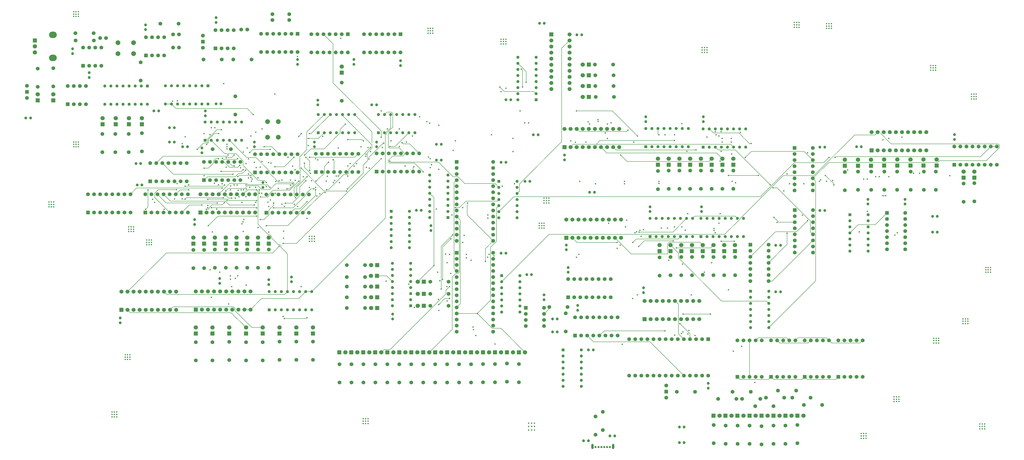
<source format=gbr>
%TF.GenerationSoftware,KiCad,Pcbnew,9.0.6*%
%TF.CreationDate,2025-12-09T11:29:59-06:00*%
%TF.ProjectId,8-Bit-PC,382d4269-742d-4504-932e-6b696361645f,2*%
%TF.SameCoordinates,Original*%
%TF.FileFunction,Copper,L6,Bot*%
%TF.FilePolarity,Positive*%
%FSLAX46Y46*%
G04 Gerber Fmt 4.6, Leading zero omitted, Abs format (unit mm)*
G04 Created by KiCad (PCBNEW 9.0.6) date 2025-12-09 11:29:59*
%MOMM*%
%LPD*%
G01*
G04 APERTURE LIST*
G04 Aperture macros list*
%AMRoundRect*
0 Rectangle with rounded corners*
0 $1 Rounding radius*
0 $2 $3 $4 $5 $6 $7 $8 $9 X,Y pos of 4 corners*
0 Add a 4 corners polygon primitive as box body*
4,1,4,$2,$3,$4,$5,$6,$7,$8,$9,$2,$3,0*
0 Add four circle primitives for the rounded corners*
1,1,$1+$1,$2,$3*
1,1,$1+$1,$4,$5*
1,1,$1+$1,$6,$7*
1,1,$1+$1,$8,$9*
0 Add four rect primitives between the rounded corners*
20,1,$1+$1,$2,$3,$4,$5,0*
20,1,$1+$1,$4,$5,$6,$7,0*
20,1,$1+$1,$6,$7,$8,$9,0*
20,1,$1+$1,$8,$9,$2,$3,0*%
G04 Aperture macros list end*
%TA.AperFunction,ComponentPad*%
%ADD10C,1.200000*%
%TD*%
%TA.AperFunction,ComponentPad*%
%ADD11R,1.800000X1.800000*%
%TD*%
%TA.AperFunction,ComponentPad*%
%ADD12C,1.800000*%
%TD*%
%TA.AperFunction,ComponentPad*%
%ADD13C,1.600000*%
%TD*%
%TA.AperFunction,ComponentPad*%
%ADD14R,1.295400X1.295400*%
%TD*%
%TA.AperFunction,ComponentPad*%
%ADD15C,1.295400*%
%TD*%
%TA.AperFunction,ComponentPad*%
%ADD16R,1.676400X1.676400*%
%TD*%
%TA.AperFunction,ComponentPad*%
%ADD17C,1.676400*%
%TD*%
%TA.AperFunction,ComponentPad*%
%ADD18R,1.500000X1.500000*%
%TD*%
%TA.AperFunction,ComponentPad*%
%ADD19R,1.600000X1.600000*%
%TD*%
%TA.AperFunction,ComponentPad*%
%ADD20C,2.000000*%
%TD*%
%TA.AperFunction,ComponentPad*%
%ADD21RoundRect,0.250000X0.550000X-0.550000X0.550000X0.550000X-0.550000X0.550000X-0.550000X-0.550000X0*%
%TD*%
%TA.AperFunction,ComponentPad*%
%ADD22RoundRect,0.250000X-0.550000X-0.550000X0.550000X-0.550000X0.550000X0.550000X-0.550000X0.550000X0*%
%TD*%
%TA.AperFunction,ComponentPad*%
%ADD23O,3.240000X2.720000*%
%TD*%
%TA.AperFunction,ComponentPad*%
%ADD24O,1.000000X2.200000*%
%TD*%
%TA.AperFunction,ComponentPad*%
%ADD25C,0.900000*%
%TD*%
%TA.AperFunction,ComponentPad*%
%ADD26RoundRect,0.250000X-0.550000X0.550000X-0.550000X-0.550000X0.550000X-0.550000X0.550000X0.550000X0*%
%TD*%
%TA.AperFunction,ViaPad*%
%ADD27C,0.600000*%
%TD*%
%TA.AperFunction,Conductor*%
%ADD28C,0.200000*%
%TD*%
G04 APERTURE END LIST*
D10*
%TO.P,C72,1*%
%TO.N,VCC*%
X117460000Y-133620000D03*
%TO.P,C72,2*%
%TO.N,GND*%
X117460000Y-131620000D03*
%TD*%
D11*
%TO.P,D2,1,K*%
%TO.N,Net-(D2-K)*%
X280000000Y-83540000D03*
D12*
%TO.P,D2,2,A*%
%TO.N,/ALU/A_7*%
X280000000Y-81000000D03*
%TD*%
D13*
%TO.P,R5,1*%
%TO.N,VCC*%
X90190000Y-39500000D03*
%TO.P,R5,2*%
%TO.N,Net-(SW2-A)*%
X97810000Y-39500000D03*
%TD*%
D14*
%TO.P,U49,1,Oe1*%
%TO.N,GND*%
X274960000Y-76000000D03*
D15*
%TO.P,U49,2,Oe2*%
X277500000Y-76000000D03*
%TO.P,U49,3,Q0*%
%TO.N,/ALU/A_7*%
X280040000Y-76000000D03*
%TO.P,U49,4,Q1*%
%TO.N,/ALU/A_6*%
X282580000Y-76000000D03*
%TO.P,U49,5,Q2*%
%TO.N,/ALU/A_5*%
X285120000Y-76000000D03*
%TO.P,U49,6,Q3*%
%TO.N,/ALU/A_4*%
X287660000Y-76000000D03*
%TO.P,U49,7,Cp*%
%TO.N,CLK*%
X290200000Y-76000000D03*
%TO.P,U49,8,GND*%
%TO.N,GND*%
X292740000Y-76000000D03*
%TO.P,U49,9,E1*%
%TO.N,~{AI}*%
X292740000Y-68380000D03*
%TO.P,U49,10,E2*%
X290200000Y-68380000D03*
%TO.P,U49,11,D3*%
%TO.N,BUS_4*%
X287660000Y-68380000D03*
%TO.P,U49,12,D2*%
%TO.N,BUS_5*%
X285120000Y-68380000D03*
%TO.P,U49,13,D1*%
%TO.N,BUS_6*%
X282580000Y-68380000D03*
%TO.P,U49,14,D0*%
%TO.N,BUS_7*%
X280040000Y-68380000D03*
%TO.P,U49,15,Mr*%
%TO.N,CLR*%
X277500000Y-68380000D03*
%TO.P,U49,16,VCC*%
%TO.N,VCC*%
X274960000Y-68380000D03*
%TD*%
D13*
%TO.P,C1,1*%
%TO.N,GND*%
X49500000Y-30500000D03*
%TO.P,C1,2*%
%TO.N,Net-(U1-CV)*%
X47000000Y-30500000D03*
%TD*%
%TO.P,R87,1*%
%TO.N,Net-(D116-K)*%
X114960000Y-157810000D03*
%TO.P,R87,2*%
%TO.N,GND*%
X114960000Y-165430000D03*
%TD*%
D10*
%TO.P,C25,1*%
%TO.N,GND*%
X95500000Y-22000000D03*
%TO.P,C25,2*%
%TO.N,VCC*%
X95500000Y-24000000D03*
%TD*%
%TO.P,C54,1*%
%TO.N,GND*%
X403897700Y-70925700D03*
%TO.P,C54,2*%
%TO.N,VCC*%
X403897700Y-72925700D03*
%TD*%
%TO.P,C71,1*%
%TO.N,VCC*%
X96960000Y-133120000D03*
%TO.P,C71,2*%
%TO.N,GND*%
X96960000Y-131120000D03*
%TD*%
%TO.P,C44,1*%
%TO.N,VCC*%
X86500000Y-106500000D03*
%TO.P,C44,2*%
%TO.N,GND*%
X86500000Y-108500000D03*
%TD*%
D11*
%TO.P,D33,1,K*%
%TO.N,Net-(D33-K)*%
X117500000Y-116540000D03*
D12*
%TO.P,D33,2,A*%
%TO.N,Net-(D33-A)*%
X117500000Y-114000000D03*
%TD*%
D10*
%TO.P,C59,1*%
%TO.N,VCC*%
X274000000Y-137000000D03*
%TO.P,C59,2*%
%TO.N,GND*%
X274000000Y-135000000D03*
%TD*%
D13*
%TO.P,R68,1*%
%TO.N,Net-(D65-K)*%
X318310000Y-192690000D03*
%TO.P,R68,2*%
%TO.N,GND*%
X318310000Y-200310000D03*
%TD*%
D11*
%TO.P,D35,1,K*%
%TO.N,Net-(D35-K)*%
X251186800Y-46126800D03*
D12*
%TO.P,D35,2,A*%
%TO.N,Net-(D35-A)*%
X248646800Y-46126800D03*
%TD*%
D11*
%TO.P,D21,1,K*%
%TO.N,Net-(D21-K)*%
X59030000Y-66620000D03*
D12*
%TO.P,D21,2,A*%
%TO.N,/MAR/A2*%
X59030000Y-64080000D03*
%TD*%
D13*
%TO.P,R46,1*%
%TO.N,Net-(D44-K)*%
X177000000Y-167000000D03*
%TO.P,R46,2*%
%TO.N,GND*%
X177000000Y-174620000D03*
%TD*%
%TO.P,R43,1*%
%TO.N,Net-(D41-K)*%
X162000000Y-167000000D03*
%TO.P,R43,2*%
%TO.N,GND*%
X162000000Y-174620000D03*
%TD*%
D11*
%TO.P,D36,1,K*%
%TO.N,Net-(D36-K)*%
X251186800Y-50626800D03*
D12*
%TO.P,D36,2,A*%
%TO.N,Net-(D36-A)*%
X248646800Y-50626800D03*
%TD*%
D11*
%TO.P,D26,1,K*%
%TO.N,Net-(D26-K)*%
X86000000Y-116540000D03*
D12*
%TO.P,D26,2,A*%
%TO.N,Net-(D26-A)*%
X86000000Y-114000000D03*
%TD*%
D13*
%TO.P,R19,1*%
%TO.N,VCC*%
X21000000Y-43310000D03*
%TO.P,R19,2*%
%TO.N,Net-(D25-A)*%
X21000000Y-50930000D03*
%TD*%
D10*
%TO.P,C23,1*%
%TO.N,VCC*%
X329230000Y-117190000D03*
%TO.P,C23,2*%
%TO.N,GND*%
X331230000Y-117190000D03*
%TD*%
D14*
%TO.P,U119,1,Oe1*%
%TO.N,GND*%
X117680000Y-144240000D03*
D15*
%TO.P,U119,2,Oe2*%
X120220000Y-144240000D03*
%TO.P,U119,3,Q0*%
%TO.N,Net-(D116-A)*%
X122760000Y-144240000D03*
%TO.P,U119,4,Q1*%
%TO.N,Net-(D117-A)*%
X125300000Y-144240000D03*
%TO.P,U119,5,Q2*%
%TO.N,Net-(D118-A)*%
X127840000Y-144240000D03*
%TO.P,U119,6,Q3*%
%TO.N,Net-(D119-A)*%
X130380000Y-144240000D03*
%TO.P,U119,7,Cp*%
%TO.N,CLK*%
X132920000Y-144240000D03*
%TO.P,U119,8,GND*%
%TO.N,GND*%
X135460000Y-144240000D03*
%TO.P,U119,9,E1*%
%TO.N,~{II}*%
X135460000Y-136620000D03*
%TO.P,U119,10,E2*%
X132920000Y-136620000D03*
%TO.P,U119,11,D3*%
%TO.N,BUS_0*%
X130380000Y-136620000D03*
%TO.P,U119,12,D2*%
%TO.N,BUS_1*%
X127840000Y-136620000D03*
%TO.P,U119,13,D1*%
%TO.N,BUS_2*%
X125300000Y-136620000D03*
%TO.P,U119,14,D0*%
%TO.N,BUS_3*%
X122760000Y-136620000D03*
%TO.P,U119,15,Mr*%
%TO.N,CLR*%
X120220000Y-136620000D03*
%TO.P,U119,16,VCC*%
%TO.N,VCC*%
X117680000Y-136620000D03*
%TD*%
D11*
%TO.P,D25,1,K*%
%TO.N,Net-(D25-K)*%
X21000000Y-56620000D03*
D12*
%TO.P,D25,2,A*%
%TO.N,Net-(D25-A)*%
X21000000Y-54080000D03*
%TD*%
D13*
%TO.P,R99,1*%
%TO.N,Net-(D2-K)*%
X280000000Y-86190000D03*
%TO.P,R99,2*%
%TO.N,GND*%
X280000000Y-93810000D03*
%TD*%
D10*
%TO.P,C31,1*%
%TO.N,VCC*%
X69500000Y-61000000D03*
%TO.P,C31,2*%
%TO.N,GND*%
X71500000Y-61000000D03*
%TD*%
%TO.P,C55,1*%
%TO.N,VCC*%
X246186800Y-29126800D03*
%TO.P,C55,2*%
%TO.N,GND*%
X248186800Y-29126800D03*
%TD*%
D13*
%TO.P,R26,1*%
%TO.N,Net-(D28-K)*%
X95000000Y-119000000D03*
%TO.P,R26,2*%
%TO.N,GND*%
X95000000Y-126620000D03*
%TD*%
D11*
%TO.P,D40,1,K*%
%TO.N,Net-(D40-K)*%
X156970000Y-162000000D03*
D12*
%TO.P,D40,2,A*%
%TO.N,RI*%
X159510000Y-162000000D03*
%TD*%
D11*
%TO.P,D53,1,K*%
%TO.N,Net-(D53-K)*%
X221970000Y-162000000D03*
D12*
%TO.P,D53,2,A*%
%TO.N,Net-(D53-A)*%
X224510000Y-162000000D03*
%TD*%
D14*
%TO.P,U11,1*%
%TO.N,Net-(U10-Pad2)*%
X360230000Y-104450000D03*
D15*
%TO.P,U11,2*%
%TO.N,Net-(D11-A)*%
X360230000Y-106990000D03*
%TO.P,U11,3*%
%TO.N,Net-(D12-A)*%
X360230000Y-109530000D03*
%TO.P,U11,4*%
%TO.N,Net-(U10-Pad1)*%
X360230000Y-112070000D03*
%TO.P,U11,5*%
%TO.N,Net-(D13-A)*%
X360230000Y-114610000D03*
%TO.P,U11,6*%
%TO.N,Net-(D15-A)*%
X360230000Y-117150000D03*
%TO.P,U11,7,GND*%
%TO.N,GND*%
X360230000Y-119690000D03*
%TO.P,U11,8*%
%TO.N,Net-(D16-A)*%
X367850000Y-119690000D03*
%TO.P,U11,9*%
%TO.N,Net-(D17-A)*%
X367850000Y-117150000D03*
%TO.P,U11,10*%
%TO.N,Net-(U10-Pad10)*%
X367850000Y-114610000D03*
%TO.P,U11,11*%
%TO.N,Net-(D18-A)*%
X367850000Y-112070000D03*
%TO.P,U11,12*%
%TO.N,Net-(D19-A)*%
X367850000Y-109530000D03*
%TO.P,U11,13*%
%TO.N,Net-(U10-Pad9)*%
X367850000Y-106990000D03*
%TO.P,U11,14,VCC*%
%TO.N,VCC*%
X367850000Y-104450000D03*
%TD*%
D13*
%TO.P,R86,1*%
%TO.N,Net-(D115-K)*%
X107960000Y-157810000D03*
%TO.P,R86,2*%
%TO.N,GND*%
X107960000Y-165430000D03*
%TD*%
D11*
%TO.P,D026,1,K*%
%TO.N,Net-(D026-K)*%
X298760000Y-119700000D03*
D12*
%TO.P,D026,2,A*%
%TO.N,/ALU/B_3*%
X298760000Y-117160000D03*
%TD*%
D16*
%TO.P,U38,1,~{Mr}*%
%TO.N,~{CLR}*%
X274460000Y-148120000D03*
D17*
%TO.P,U38,2,Q0*%
%TO.N,Net-(U38-Q0)*%
X277000000Y-148120000D03*
%TO.P,U38,3,D0*%
%TO.N,BUS_0*%
X279540000Y-148120000D03*
%TO.P,U38,4,D1*%
%TO.N,BUS_1*%
X282080000Y-148120000D03*
%TO.P,U38,5,Q1*%
%TO.N,Net-(U38-Q1)*%
X284620000Y-148120000D03*
%TO.P,U38,6,Q2*%
%TO.N,Net-(U38-Q2)*%
X287160000Y-148120000D03*
%TO.P,U38,7,D2*%
%TO.N,BUS_2*%
X289700000Y-148120000D03*
%TO.P,U38,8,D3*%
%TO.N,BUS_3*%
X292240000Y-148120000D03*
%TO.P,U38,9,Q3*%
%TO.N,Net-(U38-Q3)*%
X294780000Y-148120000D03*
%TO.P,U38,10,GND*%
%TO.N,GND*%
X297320000Y-148120000D03*
%TO.P,U38,11,Cp*%
%TO.N,Net-(U38-Cp)*%
X297320000Y-140500000D03*
%TO.P,U38,12,Q4*%
%TO.N,Net-(U38-Q4)*%
X294780000Y-140500000D03*
%TO.P,U38,13,D4*%
%TO.N,BUS_4*%
X292240000Y-140500000D03*
%TO.P,U38,14,D5*%
%TO.N,BUS_5*%
X289700000Y-140500000D03*
%TO.P,U38,15,Q5*%
%TO.N,Net-(U38-Q5)*%
X287160000Y-140500000D03*
%TO.P,U38,16,Q6*%
%TO.N,Net-(U38-Q6)*%
X284620000Y-140500000D03*
%TO.P,U38,17,D6*%
%TO.N,BUS_6*%
X282080000Y-140500000D03*
%TO.P,U38,18,D7*%
%TO.N,BUS_7*%
X279540000Y-140500000D03*
%TO.P,U38,19,Q7*%
%TO.N,Net-(U38-Q7)*%
X277000000Y-140500000D03*
%TO.P,U38,20,VCC*%
%TO.N,VCC*%
X274460000Y-140500000D03*
%TD*%
D11*
%TO.P,D59,1,K*%
%TO.N,Net-(D59-K)*%
X182240000Y-142500000D03*
D12*
%TO.P,D59,2,A*%
%TO.N,Net-(D59-A)*%
X179700000Y-142500000D03*
%TD*%
D10*
%TO.P,C63,1*%
%TO.N,VCC*%
X179120000Y-102540000D03*
%TO.P,C63,2*%
%TO.N,GND*%
X181120000Y-102540000D03*
%TD*%
%TO.P,C60,1*%
%TO.N,VCC*%
X242500000Y-128500000D03*
%TO.P,C60,2*%
%TO.N,GND*%
X242500000Y-126500000D03*
%TD*%
D13*
%TO.P,R38,1*%
%TO.N,Net-(U31-THR)*%
X241500000Y-153310000D03*
%TO.P,R38,2*%
%TO.N,Net-(U31-DIS)*%
X241500000Y-145690000D03*
%TD*%
%TO.P,R56,1*%
%TO.N,Net-(D58-A)*%
X157740000Y-143500000D03*
%TO.P,R56,2*%
%TO.N,VCC*%
X150120000Y-143500000D03*
%TD*%
D18*
%TO.P,SW4,1,A*%
%TO.N,/MAR/PROG*%
X16500000Y-53080000D03*
D13*
%TO.P,SW4,2,B*%
%TO.N,GND*%
X16500000Y-50540000D03*
%TO.P,SW4,3,C*%
%TO.N,Net-(D25-K)*%
X16500000Y-55620000D03*
%TD*%
D11*
%TO.P,D31,1,K*%
%TO.N,Net-(D31-K)*%
X108500000Y-116540000D03*
D12*
%TO.P,D31,2,A*%
%TO.N,Net-(D31-A)*%
X108500000Y-114000000D03*
%TD*%
D19*
%TO.P,U35,1,E*%
%TO.N,Net-(U34-E)*%
X327280000Y-172240000D03*
D13*
%TO.P,U35,2,D*%
%TO.N,Net-(U34-D)*%
X329820000Y-172240000D03*
%TO.P,U35,3,CC*%
%TO.N,Net-(U33A-O0)*%
X332360000Y-172240000D03*
%TO.P,U35,4,C*%
%TO.N,Net-(U34-C)*%
X334900000Y-172240000D03*
%TO.P,U35,5,DP*%
%TO.N,Net-(U34-DP)*%
X337440000Y-172240000D03*
%TO.P,U35,6,B*%
%TO.N,Net-(U34-B)*%
X337440000Y-157000000D03*
%TO.P,U35,7,A*%
%TO.N,Net-(U34-A)*%
X334900000Y-157000000D03*
%TO.P,U35,8,CC*%
%TO.N,Net-(U33A-O0)*%
X332360000Y-157000000D03*
%TO.P,U35,9,F*%
%TO.N,Net-(U34-F)*%
X329820000Y-157000000D03*
%TO.P,U35,10,G*%
%TO.N,Net-(U34-G)*%
X327280000Y-157000000D03*
%TD*%
D20*
%TO.P,SW6,1,1*%
%TO.N,GND*%
X121500000Y-65500000D03*
X121500000Y-72000000D03*
%TO.P,SW6,2,2*%
%TO.N,Net-(U51-I0c)*%
X117000000Y-65500000D03*
X117000000Y-72000000D03*
%TD*%
D10*
%TO.P,C50,1*%
%TO.N,VCC*%
X115000000Y-93000000D03*
%TO.P,C50,2*%
%TO.N,GND*%
X115000000Y-91000000D03*
%TD*%
D13*
%TO.P,R66,1*%
%TO.N,Net-(D63-K)*%
X308310000Y-192690000D03*
%TO.P,R66,2*%
%TO.N,GND*%
X308310000Y-200310000D03*
%TD*%
%TO.P,R49,1*%
%TO.N,Net-(D47-K)*%
X192000000Y-167000000D03*
%TO.P,R49,2*%
%TO.N,GND*%
X192000000Y-174620000D03*
%TD*%
D10*
%TO.P,C53,1*%
%TO.N,VCC*%
X111500000Y-76000000D03*
%TO.P,C53,2*%
%TO.N,GND*%
X111500000Y-74000000D03*
%TD*%
D13*
%TO.P,R81,1*%
%TO.N,Net-(J1-CC2)*%
X257000000Y-194500000D03*
%TO.P,R81,2*%
%TO.N,GND*%
X257000000Y-186880000D03*
%TD*%
D10*
%TO.P,C41,1*%
%TO.N,VCC*%
X298260000Y-103120000D03*
%TO.P,C41,2*%
%TO.N,GND*%
X298260000Y-101120000D03*
%TD*%
D13*
%TO.P,R106,1*%
%TO.N,Net-(D9-K)*%
X311500000Y-86000000D03*
%TO.P,R106,2*%
%TO.N,GND*%
X311500000Y-93620000D03*
%TD*%
D10*
%TO.P,C38,1*%
%TO.N,GND*%
X275000000Y-63500000D03*
%TO.P,C38,2*%
%TO.N,VCC*%
X275000000Y-65500000D03*
%TD*%
D13*
%TO.P,R44,1*%
%TO.N,Net-(D42-K)*%
X167000000Y-167000000D03*
%TO.P,R44,2*%
%TO.N,GND*%
X167000000Y-174620000D03*
%TD*%
D11*
%TO.P,D29,1,K*%
%TO.N,Net-(D29-K)*%
X99500000Y-116540000D03*
D12*
%TO.P,D29,2,A*%
%TO.N,Net-(D29-A)*%
X99500000Y-114000000D03*
%TD*%
D11*
%TO.P,D42,1,K*%
%TO.N,Net-(D42-K)*%
X166970000Y-162000000D03*
D12*
%TO.P,D42,2,A*%
%TO.N,Net-(D42-A)*%
X169510000Y-162000000D03*
%TD*%
D14*
%TO.P,U41,1,~{MR}*%
%TO.N,Net-(U41-~{MR})*%
X192360000Y-105620000D03*
D15*
%TO.P,U41,2,CP*%
%TO.N,~{CLK}*%
X192360000Y-103080000D03*
%TO.P,U41,3,D0*%
%TO.N,unconnected-(U41-D0-Pad3)*%
X192360000Y-100540000D03*
%TO.P,U41,4,D1*%
%TO.N,unconnected-(U41-D1-Pad4)*%
X192360000Y-98000000D03*
%TO.P,U41,5,D2*%
%TO.N,unconnected-(U41-D2-Pad5)*%
X192360000Y-95460000D03*
%TO.P,U41,6,D3*%
%TO.N,unconnected-(U41-D3-Pad6)*%
X192360000Y-92920000D03*
%TO.P,U41,7,CEP*%
%TO.N,VCC*%
X192360000Y-90380000D03*
%TO.P,U41,8,GND*%
%TO.N,GND*%
X192360000Y-87840000D03*
%TO.P,U41,9,~{PE}*%
%TO.N,VCC*%
X184740000Y-87840000D03*
%TO.P,U41,10,CET*%
X184740000Y-90380000D03*
%TO.P,U41,11,Q3*%
%TO.N,unconnected-(U41-Q3-Pad11)*%
X184740000Y-92920000D03*
%TO.P,U41,12,Q2*%
%TO.N,Net-(D61-A)*%
X184740000Y-95460000D03*
%TO.P,U41,13,Q1*%
%TO.N,Net-(D60-A)*%
X184740000Y-98000000D03*
%TO.P,U41,14,Q0*%
%TO.N,Net-(D59-A)*%
X184740000Y-100540000D03*
%TO.P,U41,15,TC*%
%TO.N,unconnected-(U41-TC-Pad15)*%
X184740000Y-103080000D03*
%TO.P,U41,16,VCC*%
%TO.N,VCC*%
X184740000Y-105620000D03*
%TD*%
D11*
%TO.P,D45,1,K*%
%TO.N,Net-(D45-K)*%
X181970000Y-162000000D03*
D12*
%TO.P,D45,2,A*%
%TO.N,Net-(D45-A)*%
X184510000Y-162000000D03*
%TD*%
D13*
%TO.P,R83,1*%
%TO.N,Net-(D112-K)*%
X86960000Y-157810000D03*
%TO.P,R83,2*%
%TO.N,GND*%
X86960000Y-165430000D03*
%TD*%
D11*
%TO.P,D57,1,K*%
%TO.N,Net-(D57-K)*%
X162740000Y-139000000D03*
D12*
%TO.P,D57,2,A*%
%TO.N,Net-(D57-A)*%
X160200000Y-139000000D03*
%TD*%
D13*
%TO.P,R17,1*%
%TO.N,Net-(D19-K)*%
X396120000Y-86380000D03*
%TO.P,R17,2*%
%TO.N,GND*%
X396120000Y-94000000D03*
%TD*%
%TO.P,C6,1*%
%TO.N,GND*%
X126000000Y-23000000D03*
%TO.P,C6,2*%
%TO.N,VCC*%
X126000000Y-20500000D03*
%TD*%
D19*
%TO.P,U37,1,E*%
%TO.N,Net-(U34-E)*%
X355380000Y-172240000D03*
D13*
%TO.P,U37,2,D*%
%TO.N,Net-(U34-D)*%
X357920000Y-172240000D03*
%TO.P,U37,3,CC*%
%TO.N,Net-(U33A-O1)*%
X360460000Y-172240000D03*
%TO.P,U37,4,C*%
%TO.N,Net-(U34-C)*%
X363000000Y-172240000D03*
%TO.P,U37,5,DP*%
%TO.N,Net-(U34-DP)*%
X365540000Y-172240000D03*
%TO.P,U37,6,B*%
%TO.N,Net-(U34-B)*%
X365540000Y-157000000D03*
%TO.P,U37,7,A*%
%TO.N,Net-(U34-A)*%
X363000000Y-157000000D03*
%TO.P,U37,8,CC*%
%TO.N,Net-(U33A-O1)*%
X360460000Y-157000000D03*
%TO.P,U37,9,F*%
%TO.N,Net-(U34-F)*%
X357920000Y-157000000D03*
%TO.P,U37,10,G*%
%TO.N,Net-(U34-G)*%
X355380000Y-157000000D03*
%TD*%
D10*
%TO.P,C74,1*%
%TO.N,VCC*%
X251000000Y-199000000D03*
%TO.P,C74,2*%
%TO.N,GND*%
X249000000Y-199000000D03*
%TD*%
D13*
%TO.P,R25,1*%
%TO.N,Net-(D27-K)*%
X90500000Y-119190000D03*
%TO.P,R25,2*%
%TO.N,GND*%
X90500000Y-126810000D03*
%TD*%
D10*
%TO.P,C34,1*%
%TO.N,GND*%
X172500000Y-42000000D03*
%TO.P,C34,2*%
%TO.N,VCC*%
X172500000Y-40000000D03*
%TD*%
D21*
%TO.P,U21,1,A0*%
%TO.N,/MAR/A0*%
X65920000Y-103500000D03*
D13*
%TO.P,U21,2,\u002ACS*%
%TO.N,GND*%
X68460000Y-103500000D03*
%TO.P,U21,3,\u002AWE*%
%TO.N,Net-(U21-\u002AWE)*%
X71000000Y-103500000D03*
%TO.P,U21,4,D0*%
%TO.N,Net-(U21-D0)*%
X73540000Y-103500000D03*
%TO.P,U21,5,\u002AO0*%
%TO.N,Net-(U21-\u002AO0)*%
X76080000Y-103500000D03*
%TO.P,U21,6,D1*%
%TO.N,Net-(U21-D1)*%
X78620000Y-103500000D03*
%TO.P,U21,7,\u002AO1*%
%TO.N,Net-(U21-\u002AO1)*%
X81160000Y-103500000D03*
%TO.P,U21,8,GND*%
%TO.N,GND*%
X83700000Y-103500000D03*
%TO.P,U21,9,\u002AO2*%
%TO.N,Net-(U21-\u002AO2)*%
X83700000Y-95880000D03*
%TO.P,U21,10,D2*%
%TO.N,Net-(U21-D2)*%
X81160000Y-95880000D03*
%TO.P,U21,11,\u002AO3*%
%TO.N,Net-(U21-\u002AO3)*%
X78620000Y-95880000D03*
%TO.P,U21,12,D3*%
%TO.N,Net-(U21-D3)*%
X76080000Y-95880000D03*
%TO.P,U21,13,A3*%
%TO.N,/MAR/A3*%
X73540000Y-95880000D03*
%TO.P,U21,14,A2*%
%TO.N,/MAR/A2*%
X71000000Y-95880000D03*
%TO.P,U21,15,A1*%
%TO.N,/MAR/A1*%
X68460000Y-95880000D03*
%TO.P,U21,16,VCC*%
%TO.N,VCC*%
X65920000Y-95880000D03*
%TD*%
D21*
%TO.P,SW3,1*%
%TO.N,Net-(U18-I0d)*%
X33500000Y-58240000D03*
D13*
%TO.P,SW3,2*%
%TO.N,Net-(U18-I0c)*%
X36040000Y-58240000D03*
%TO.P,SW3,3*%
%TO.N,GND*%
X38580000Y-58240000D03*
%TO.P,SW3,4*%
X41120000Y-58240000D03*
%TO.P,SW3,5*%
%TO.N,Net-(U18-I0a)*%
X41120000Y-50620000D03*
%TO.P,SW3,6*%
%TO.N,Net-(U18-I0b)*%
X38580000Y-50620000D03*
%TO.P,SW3,7*%
%TO.N,GND*%
X36040000Y-50620000D03*
%TO.P,SW3,8*%
X33500000Y-50620000D03*
%TD*%
D21*
%TO.P,U3,1,GND*%
%TO.N,GND*%
X95190000Y-34805000D03*
D13*
%TO.P,U3,2,TR*%
%TO.N,Net-(SW2-A)*%
X97730000Y-34805000D03*
%TO.P,U3,3,Q*%
%TO.N,Net-(U3-Q)*%
X100270000Y-34805000D03*
%TO.P,U3,4,R*%
%TO.N,Net-(SW2-C)*%
X102810000Y-34805000D03*
%TO.P,U3,5,CV*%
%TO.N,Net-(U3-CV)*%
X102810000Y-27185000D03*
%TO.P,U3,6,THR*%
%TO.N,GND*%
X100270000Y-27185000D03*
%TO.P,U3,7,DIS*%
%TO.N,unconnected-(U3-DIS-Pad7)*%
X97730000Y-27185000D03*
%TO.P,U3,8,VCC*%
%TO.N,VCC*%
X95190000Y-27185000D03*
%TD*%
%TO.P,R97,1*%
%TO.N,Net-(D028-K)*%
X307760000Y-122120000D03*
%TO.P,R97,2*%
%TO.N,GND*%
X307760000Y-129740000D03*
%TD*%
%TO.P,R1,1*%
%TO.N,VCC*%
X36690000Y-28500000D03*
%TO.P,R1,2*%
%TO.N,Net-(U1-DIS)*%
X44310000Y-28500000D03*
%TD*%
D16*
%TO.P,U25,1,A->B*%
%TO.N,VCC*%
X88920000Y-103500000D03*
D17*
%TO.P,U25,2,A0*%
%TO.N,Net-(D26-A)*%
X91460000Y-103500000D03*
%TO.P,U25,3,A1*%
%TO.N,Net-(D27-A)*%
X94000000Y-103500000D03*
%TO.P,U25,4,A2*%
%TO.N,Net-(D28-A)*%
X96540000Y-103500000D03*
%TO.P,U25,5,A3*%
%TO.N,Net-(D29-A)*%
X99080000Y-103500000D03*
%TO.P,U25,6,A4*%
%TO.N,Net-(D30-A)*%
X101620000Y-103500000D03*
%TO.P,U25,7,A5*%
%TO.N,Net-(D31-A)*%
X104160000Y-103500000D03*
%TO.P,U25,8,A6*%
%TO.N,Net-(D32-A)*%
X106700000Y-103500000D03*
%TO.P,U25,9,A7*%
%TO.N,Net-(D33-A)*%
X109240000Y-103500000D03*
%TO.P,U25,10,GND*%
%TO.N,GND*%
X111780000Y-103500000D03*
%TO.P,U25,11,B7*%
%TO.N,BUS_0*%
X111780000Y-95880000D03*
%TO.P,U25,12,B6*%
%TO.N,BUS_1*%
X109240000Y-95880000D03*
%TO.P,U25,13,B5*%
%TO.N,BUS_2*%
X106700000Y-95880000D03*
%TO.P,U25,14,B4*%
%TO.N,BUS_3*%
X104160000Y-95880000D03*
%TO.P,U25,15,B3*%
%TO.N,BUS_4*%
X101620000Y-95880000D03*
%TO.P,U25,16,B2*%
%TO.N,BUS_5*%
X99080000Y-95880000D03*
%TO.P,U25,17,B1*%
%TO.N,BUS_6*%
X96540000Y-95880000D03*
%TO.P,U25,18,B0*%
%TO.N,BUS_7*%
X94000000Y-95880000D03*
%TO.P,U25,19,CE*%
%TO.N,~{RO}*%
X91460000Y-95880000D03*
%TO.P,U25,20,VCC*%
%TO.N,VCC*%
X88920000Y-95880000D03*
%TD*%
D11*
%TO.P,D54,1,K*%
%TO.N,Net-(D54-K)*%
X162740000Y-125500000D03*
D12*
%TO.P,D54,2,A*%
%TO.N,Net-(D54-A)*%
X160200000Y-125500000D03*
%TD*%
D13*
%TO.P,R72,1*%
%TO.N,Net-(D69-K)*%
X338310000Y-192380000D03*
%TO.P,R72,2*%
%TO.N,GND*%
X338310000Y-200000000D03*
%TD*%
%TO.P,R52,1*%
%TO.N,Net-(D50-K)*%
X207000000Y-166880000D03*
%TO.P,R52,2*%
%TO.N,GND*%
X207000000Y-174500000D03*
%TD*%
D10*
%TO.P,C46,1*%
%TO.N,GND*%
X241760000Y-119120000D03*
%TO.P,C46,2*%
%TO.N,VCC*%
X241760000Y-117120000D03*
%TD*%
D11*
%TO.P,D116,1,K*%
%TO.N,Net-(D116-K)*%
X114960000Y-154160000D03*
D12*
%TO.P,D116,2,A*%
%TO.N,Net-(D116-A)*%
X114960000Y-151620000D03*
%TD*%
D10*
%TO.P,C35,1*%
%TO.N,GND*%
X241000000Y-81500000D03*
%TO.P,C35,2*%
%TO.N,VCC*%
X241000000Y-79500000D03*
%TD*%
D13*
%TO.P,R75,1*%
%TO.N,BUS_5*%
X330190000Y-178000000D03*
%TO.P,R75,2*%
%TO.N,GND*%
X337810000Y-178000000D03*
%TD*%
D22*
%TO.P,U14,1,S2*%
%TO.N,Net-(D18-A)*%
X337230000Y-102450000D03*
D13*
%TO.P,U14,2,B2*%
%TO.N,Net-(U14-B2)*%
X337230000Y-104990000D03*
%TO.P,U14,3,A2*%
%TO.N,/ALU/A_1*%
X337230000Y-107530000D03*
%TO.P,U14,4,S1*%
%TO.N,Net-(D19-A)*%
X337230000Y-110070000D03*
%TO.P,U14,5,A1*%
%TO.N,/ALU/A_0*%
X337230000Y-112610000D03*
%TO.P,U14,6,B1*%
%TO.N,Net-(U14-B1)*%
X337230000Y-115150000D03*
%TO.P,U14,7,C0*%
%TO.N,SU*%
X337230000Y-117690000D03*
%TO.P,U14,8,GND*%
%TO.N,GND*%
X337230000Y-120230000D03*
%TO.P,U14,9,C4*%
%TO.N,Net-(U13-C0)*%
X344850000Y-120230000D03*
%TO.P,U14,10,S4*%
%TO.N,Net-(D16-A)*%
X344850000Y-117690000D03*
%TO.P,U14,11,B4*%
%TO.N,Net-(U14-B4)*%
X344850000Y-115150000D03*
%TO.P,U14,12,A4*%
%TO.N,/ALU/A_3*%
X344850000Y-112610000D03*
%TO.P,U14,13,S3*%
%TO.N,Net-(D17-A)*%
X344850000Y-110070000D03*
%TO.P,U14,14,A3*%
%TO.N,/ALU/A_2*%
X344850000Y-107530000D03*
%TO.P,U14,15,B3*%
%TO.N,Net-(U14-B3)*%
X344850000Y-104990000D03*
%TO.P,U14,16,VCC*%
%TO.N,VCC*%
X344850000Y-102450000D03*
%TD*%
D10*
%TO.P,C56,1*%
%TO.N,VCC*%
X218566800Y-56326800D03*
%TO.P,C56,2*%
%TO.N,GND*%
X216566800Y-56326800D03*
%TD*%
D13*
%TO.P,R13,1*%
%TO.N,Net-(D15-K)*%
X374620000Y-86380000D03*
%TO.P,R13,2*%
%TO.N,GND*%
X374620000Y-94000000D03*
%TD*%
D14*
%TO.P,U9,1,Oe1*%
%TO.N,GND*%
X298020000Y-113620000D03*
D15*
%TO.P,U9,2,Oe2*%
X300560000Y-113620000D03*
%TO.P,U9,3,Q0*%
%TO.N,/ALU/B_3*%
X303100000Y-113620000D03*
%TO.P,U9,4,Q1*%
%TO.N,/ALU/B_2*%
X305640000Y-113620000D03*
%TO.P,U9,5,Q2*%
%TO.N,/ALU/B_1*%
X308180000Y-113620000D03*
%TO.P,U9,6,Q3*%
%TO.N,/ALU/B_0*%
X310720000Y-113620000D03*
%TO.P,U9,7,Cp*%
%TO.N,CLK*%
X313260000Y-113620000D03*
%TO.P,U9,8,GND*%
%TO.N,GND*%
X315800000Y-113620000D03*
%TO.P,U9,9,E1*%
%TO.N,~{BI}*%
X315800000Y-106000000D03*
%TO.P,U9,10,E2*%
X313260000Y-106000000D03*
%TO.P,U9,11,D3*%
%TO.N,BUS_0*%
X310720000Y-106000000D03*
%TO.P,U9,12,D2*%
%TO.N,BUS_1*%
X308180000Y-106000000D03*
%TO.P,U9,13,D1*%
%TO.N,BUS_2*%
X305640000Y-106000000D03*
%TO.P,U9,14,D0*%
%TO.N,BUS_3*%
X303100000Y-106000000D03*
%TO.P,U9,15,Mr*%
%TO.N,CLR*%
X300560000Y-106000000D03*
%TO.P,U9,16,VCC*%
%TO.N,VCC*%
X298020000Y-106000000D03*
%TD*%
D10*
%TO.P,C61,1*%
%TO.N,VCC*%
X246500000Y-144380000D03*
%TO.P,C61,2*%
%TO.N,GND*%
X246500000Y-142380000D03*
%TD*%
D11*
%TO.P,D13,1,K*%
%TO.N,Net-(D13-K)*%
X369060000Y-83920000D03*
D12*
%TO.P,D13,2,A*%
%TO.N,Net-(D13-A)*%
X369060000Y-81380000D03*
%TD*%
D13*
%TO.P,R76,1*%
%TO.N,BUS_4*%
X325190000Y-181000000D03*
%TO.P,R76,2*%
%TO.N,GND*%
X332810000Y-181000000D03*
%TD*%
D16*
%TO.P,U7,1,A->B*%
%TO.N,VCC*%
X241760000Y-114120000D03*
D17*
%TO.P,U7,2,A0*%
%TO.N,/ALU/B_4*%
X244300000Y-114120000D03*
%TO.P,U7,3,A1*%
%TO.N,/ALU/B_5*%
X246840000Y-114120000D03*
%TO.P,U7,4,A2*%
%TO.N,/ALU/B_6*%
X249380000Y-114120000D03*
%TO.P,U7,5,A3*%
%TO.N,/ALU/B_7*%
X251920000Y-114120000D03*
%TO.P,U7,6,A4*%
%TO.N,/ALU/B_0*%
X254460000Y-114120000D03*
%TO.P,U7,7,A5*%
%TO.N,/ALU/B_1*%
X257000000Y-114120000D03*
%TO.P,U7,8,A6*%
%TO.N,/ALU/B_2*%
X259540000Y-114120000D03*
%TO.P,U7,9,A7*%
%TO.N,/ALU/B_3*%
X262080000Y-114120000D03*
%TO.P,U7,10,GND*%
%TO.N,GND*%
X264620000Y-114120000D03*
%TO.P,U7,11,B7*%
%TO.N,BUS_0*%
X264620000Y-106500000D03*
%TO.P,U7,12,B6*%
%TO.N,BUS_1*%
X262080000Y-106500000D03*
%TO.P,U7,13,B5*%
%TO.N,BUS_2*%
X259540000Y-106500000D03*
%TO.P,U7,14,B4*%
%TO.N,BUS_3*%
X257000000Y-106500000D03*
%TO.P,U7,15,B3*%
%TO.N,BUS_4*%
X254460000Y-106500000D03*
%TO.P,U7,16,B2*%
%TO.N,BUS_5*%
X251920000Y-106500000D03*
%TO.P,U7,17,B1*%
%TO.N,BUS_6*%
X249380000Y-106500000D03*
%TO.P,U7,18,B0*%
%TO.N,BUS_7*%
X246840000Y-106500000D03*
%TO.P,U7,19,CE*%
%TO.N,VCC*%
X244300000Y-106500000D03*
%TO.P,U7,20,VCC*%
X241760000Y-106500000D03*
%TD*%
D11*
%TO.P,D9,1,K*%
%TO.N,Net-(D9-K)*%
X311500000Y-83540000D03*
D12*
%TO.P,D9,2,A*%
%TO.N,/ALU/A_0*%
X311500000Y-81000000D03*
%TD*%
D11*
%TO.P,D46,1,K*%
%TO.N,Net-(D46-K)*%
X186970000Y-162000000D03*
D12*
%TO.P,D46,2,A*%
%TO.N,Net-(D46-A)*%
X189510000Y-162000000D03*
%TD*%
D13*
%TO.P,R88,1*%
%TO.N,Net-(D117-K)*%
X121960000Y-157500000D03*
%TO.P,R88,2*%
%TO.N,GND*%
X121960000Y-165120000D03*
%TD*%
D11*
%TO.P,D52,1,K*%
%TO.N,Net-(D52-K)*%
X216970000Y-162000000D03*
D12*
%TO.P,D52,2,A*%
%TO.N,Net-(D52-A)*%
X219510000Y-162000000D03*
%TD*%
D13*
%TO.P,R82,1*%
%TO.N,Net-(J1-CC1)*%
X254000000Y-196500000D03*
%TO.P,R82,2*%
%TO.N,GND*%
X254000000Y-188880000D03*
%TD*%
%TO.P,R79,1*%
%TO.N,BUS_1*%
X311190000Y-178500000D03*
%TO.P,R79,2*%
%TO.N,GND*%
X318810000Y-178500000D03*
%TD*%
D10*
%TO.P,C58,1*%
%TO.N,VCC*%
X232500000Y-140000000D03*
%TO.P,C58,2*%
%TO.N,GND*%
X232500000Y-138000000D03*
%TD*%
%TO.P,C43,1*%
%TO.N,VCC*%
X276760000Y-103120000D03*
%TO.P,C43,2*%
%TO.N,GND*%
X276760000Y-101120000D03*
%TD*%
D13*
%TO.P,R47,1*%
%TO.N,Net-(D45-K)*%
X182000000Y-167000000D03*
%TO.P,R47,2*%
%TO.N,GND*%
X182000000Y-174620000D03*
%TD*%
%TO.P,R101,1*%
%TO.N,Net-(D4-K)*%
X289000000Y-86000000D03*
%TO.P,R101,2*%
%TO.N,GND*%
X289000000Y-93620000D03*
%TD*%
D11*
%TO.P,D32,1,K*%
%TO.N,Net-(D32-K)*%
X113000000Y-116540000D03*
D12*
%TO.P,D32,2,A*%
%TO.N,Net-(D32-A)*%
X113000000Y-114000000D03*
%TD*%
D11*
%TO.P,D58,1,K*%
%TO.N,Net-(D58-K)*%
X162740000Y-143500000D03*
D12*
%TO.P,D58,2,A*%
%TO.N,Net-(D58-A)*%
X160200000Y-143500000D03*
%TD*%
D13*
%TO.P,R22,1*%
%TO.N,Net-(D22-K)*%
X53400000Y-70620000D03*
%TO.P,R22,2*%
%TO.N,GND*%
X53400000Y-78240000D03*
%TD*%
D11*
%TO.P,D24,1,K*%
%TO.N,/MAR/PROG*%
X27500000Y-56620000D03*
D12*
%TO.P,D24,2,A*%
%TO.N,Net-(D24-A)*%
X27500000Y-54080000D03*
%TD*%
D13*
%TO.P,R48,1*%
%TO.N,Net-(D46-K)*%
X187000000Y-167000000D03*
%TO.P,R48,2*%
%TO.N,GND*%
X187000000Y-174620000D03*
%TD*%
D11*
%TO.P,D027,1,K*%
%TO.N,Net-(D027-K)*%
X303260000Y-119700000D03*
D12*
%TO.P,D027,2,A*%
%TO.N,/ALU/B_2*%
X303260000Y-117160000D03*
%TD*%
D11*
%TO.P,D20,1,K*%
%TO.N,Net-(D20-K)*%
X64500000Y-66620000D03*
D12*
%TO.P,D20,2,A*%
%TO.N,/MAR/A3*%
X64500000Y-64080000D03*
%TD*%
D11*
%TO.P,D8,1,K*%
%TO.N,Net-(D8-K)*%
X307000000Y-83540000D03*
D12*
%TO.P,D8,2,A*%
%TO.N,/ALU/A_1*%
X307000000Y-81000000D03*
%TD*%
D13*
%TO.P,R104,1*%
%TO.N,Net-(D7-K)*%
X302500000Y-86000000D03*
%TO.P,R104,2*%
%TO.N,GND*%
X302500000Y-93620000D03*
%TD*%
D10*
%TO.P,C8,1*%
%TO.N,VCC*%
X251500000Y-95000000D03*
%TO.P,C8,2*%
%TO.N,GND*%
X253500000Y-95000000D03*
%TD*%
D23*
%TO.P,RV1,*%
%TO.N,*%
X27275000Y-29200000D03*
X27275000Y-38800000D03*
D11*
%TO.P,RV1,1,1*%
%TO.N,Net-(U1-THR)*%
X19775000Y-31500000D03*
D12*
%TO.P,RV1,2,2*%
%TO.N,Net-(R2-Pad2)*%
X19775000Y-34000000D03*
%TO.P,RV1,3,3*%
%TO.N,unconnected-(RV1-Pad3)*%
X19775000Y-36500000D03*
%TD*%
D22*
%TO.P,U31,1,GND*%
%TO.N,GND*%
X224880000Y-143380000D03*
D13*
%TO.P,U31,2,TR*%
%TO.N,Net-(U31-THR)*%
X224880000Y-145920000D03*
%TO.P,U31,3,Q*%
%TO.N,Net-(U31-Q)*%
X224880000Y-148460000D03*
%TO.P,U31,4,R*%
%TO.N,unconnected-(U31-R-Pad4)*%
X224880000Y-151000000D03*
%TO.P,U31,5,CV*%
%TO.N,Net-(U31-CV)*%
X232500000Y-151000000D03*
%TO.P,U31,6,THR*%
%TO.N,Net-(U31-THR)*%
X232500000Y-148460000D03*
%TO.P,U31,7,DIS*%
%TO.N,Net-(U31-DIS)*%
X232500000Y-145920000D03*
%TO.P,U31,8,VCC*%
%TO.N,VCC*%
X232500000Y-143380000D03*
%TD*%
D10*
%TO.P,C37,1*%
%TO.N,VCC*%
X91000000Y-63000000D03*
%TO.P,C37,2*%
%TO.N,GND*%
X91000000Y-61000000D03*
%TD*%
%TO.P,C49,1*%
%TO.N,VCC*%
X347730000Y-76190000D03*
%TO.P,C49,2*%
%TO.N,GND*%
X349730000Y-76190000D03*
%TD*%
D13*
%TO.P,R3,1*%
%TO.N,VCC*%
X64000000Y-48310000D03*
%TO.P,R3,2*%
%TO.N,Net-(U2-TR)*%
X64000000Y-40690000D03*
%TD*%
D11*
%TO.P,D118,1,K*%
%TO.N,Net-(D118-K)*%
X128960000Y-154160000D03*
D12*
%TO.P,D118,2,A*%
%TO.N,Net-(D118-A)*%
X128960000Y-151620000D03*
%TD*%
D13*
%TO.P,R62,1*%
%TO.N,Net-(D60-K)*%
X184930000Y-137500000D03*
%TO.P,R62,2*%
%TO.N,GND*%
X192550000Y-137500000D03*
%TD*%
D11*
%TO.P,D022,1,K*%
%TO.N,Net-(D022-K)*%
X280760000Y-119660000D03*
D12*
%TO.P,D022,2,A*%
%TO.N,/ALU/B_7*%
X280760000Y-117120000D03*
%TD*%
D16*
%TO.P,U117,1,A->B*%
%TO.N,VCC*%
X55960000Y-144240000D03*
D17*
%TO.P,U117,2,A0*%
%TO.N,IR_4*%
X58500000Y-144240000D03*
%TO.P,U117,3,A1*%
%TO.N,IR_5*%
X61040000Y-144240000D03*
%TO.P,U117,4,A2*%
%TO.N,IR_6*%
X63580000Y-144240000D03*
%TO.P,U117,5,A3*%
%TO.N,IR_7*%
X66120000Y-144240000D03*
%TO.P,U117,6,A4*%
%TO.N,Net-(D119-A)*%
X68660000Y-144240000D03*
%TO.P,U117,7,A5*%
%TO.N,Net-(D118-A)*%
X71200000Y-144240000D03*
%TO.P,U117,8,A6*%
%TO.N,Net-(D117-A)*%
X73740000Y-144240000D03*
%TO.P,U117,9,A7*%
%TO.N,Net-(D116-A)*%
X76280000Y-144240000D03*
%TO.P,U117,10,GND*%
%TO.N,GND*%
X78820000Y-144240000D03*
%TO.P,U117,11,B7*%
%TO.N,BUS_0*%
X78820000Y-136620000D03*
%TO.P,U117,12,B6*%
%TO.N,BUS_1*%
X76280000Y-136620000D03*
%TO.P,U117,13,B5*%
%TO.N,BUS_2*%
X73740000Y-136620000D03*
%TO.P,U117,14,B4*%
%TO.N,BUS_3*%
X71200000Y-136620000D03*
%TO.P,U117,15,B3*%
%TO.N,BUS_4*%
X68660000Y-136620000D03*
%TO.P,U117,16,B2*%
%TO.N,BUS_5*%
X66120000Y-136620000D03*
%TO.P,U117,17,B1*%
%TO.N,BUS_6*%
X63580000Y-136620000D03*
%TO.P,U117,18,B0*%
%TO.N,BUS_7*%
X61040000Y-136620000D03*
%TO.P,U117,19,CE*%
%TO.N,~{IO}*%
X58500000Y-136620000D03*
%TO.P,U117,20,VCC*%
%TO.N,VCC*%
X55960000Y-136620000D03*
%TD*%
D13*
%TO.P,R7,1*%
%TO.N,Net-(D1-K)*%
X148000000Y-49190000D03*
%TO.P,R7,2*%
%TO.N,GND*%
X148000000Y-56810000D03*
%TD*%
D10*
%TO.P,C16,1*%
%TO.N,Net-(U31-THR)*%
X236000000Y-148000000D03*
%TO.P,C16,2*%
%TO.N,GND*%
X238000000Y-148000000D03*
%TD*%
D13*
%TO.P,R35,1*%
%TO.N,GND*%
X261496800Y-50626800D03*
%TO.P,R35,2*%
%TO.N,Net-(D36-K)*%
X253876800Y-50626800D03*
%TD*%
D11*
%TO.P,D41,1,K*%
%TO.N,Net-(D41-K)*%
X161970000Y-162000000D03*
D12*
%TO.P,D41,2,A*%
%TO.N,Net-(D41-A)*%
X164510000Y-162000000D03*
%TD*%
D13*
%TO.P,R85,1*%
%TO.N,Net-(D114-K)*%
X100960000Y-157620000D03*
%TO.P,R85,2*%
%TO.N,GND*%
X100960000Y-165240000D03*
%TD*%
D11*
%TO.P,D62,1,K*%
%TO.N,Net-(D62-K)*%
X303270000Y-188500000D03*
D12*
%TO.P,D62,2,A*%
%TO.N,BUS_0*%
X305810000Y-188500000D03*
%TD*%
D11*
%TO.P,D025,1,K*%
%TO.N,Net-(D025-K)*%
X294260000Y-119700000D03*
D12*
%TO.P,D025,2,A*%
%TO.N,/ALU/B_4*%
X294260000Y-117160000D03*
%TD*%
D10*
%TO.P,C14,1*%
%TO.N,CLK*%
X89500000Y-78500000D03*
%TO.P,C14,2*%
%TO.N,Net-(C14-Pad2)*%
X89500000Y-76500000D03*
%TD*%
D14*
%TO.P,U39,1*%
%TO.N,OI*%
X240380000Y-160960000D03*
D15*
%TO.P,U39,2*%
%TO.N,CLK*%
X240380000Y-163500000D03*
%TO.P,U39,3*%
%TO.N,Net-(U38-Cp)*%
X240380000Y-166040000D03*
%TO.P,U39,4*%
%TO.N,unconnected-(U39-Pad4)*%
X240380000Y-168580000D03*
%TO.P,U39,5*%
%TO.N,unconnected-(U39-Pad5)*%
X240380000Y-171120000D03*
%TO.P,U39,6*%
%TO.N,unconnected-(U39-Pad6)*%
X240380000Y-173660000D03*
%TO.P,U39,7,GND*%
%TO.N,GND*%
X240380000Y-176200000D03*
%TO.P,U39,8*%
%TO.N,unconnected-(U39-Pad8)*%
X248000000Y-176200000D03*
%TO.P,U39,9*%
%TO.N,unconnected-(U39-Pad9)*%
X248000000Y-173660000D03*
%TO.P,U39,10*%
%TO.N,unconnected-(U39-Pad10)*%
X248000000Y-171120000D03*
%TO.P,U39,11*%
%TO.N,unconnected-(U39-Pad11)*%
X248000000Y-168580000D03*
%TO.P,U39,12*%
%TO.N,unconnected-(U39-Pad12)*%
X248000000Y-166040000D03*
%TO.P,U39,13*%
%TO.N,unconnected-(U39-Pad13)*%
X248000000Y-163500000D03*
%TO.P,U39,14,VCC*%
%TO.N,VCC*%
X248000000Y-160960000D03*
%TD*%
D11*
%TO.P,D18,1,K*%
%TO.N,Net-(D18-K)*%
X390970000Y-83896800D03*
D12*
%TO.P,D18,2,A*%
%TO.N,Net-(D18-A)*%
X390970000Y-81356800D03*
%TD*%
D19*
%TO.P,U36,1,E*%
%TO.N,Net-(U34-E)*%
X341330000Y-172240000D03*
D13*
%TO.P,U36,2,D*%
%TO.N,Net-(U34-D)*%
X343870000Y-172240000D03*
%TO.P,U36,3,CC*%
%TO.N,Net-(U33A-O2)*%
X346410000Y-172240000D03*
%TO.P,U36,4,C*%
%TO.N,Net-(U34-C)*%
X348950000Y-172240000D03*
%TO.P,U36,5,DP*%
%TO.N,Net-(U34-DP)*%
X351490000Y-172240000D03*
%TO.P,U36,6,B*%
%TO.N,Net-(U34-B)*%
X351490000Y-157000000D03*
%TO.P,U36,7,A*%
%TO.N,Net-(U34-A)*%
X348950000Y-157000000D03*
%TO.P,U36,8,CC*%
%TO.N,Net-(U33A-O2)*%
X346410000Y-157000000D03*
%TO.P,U36,9,F*%
%TO.N,Net-(U34-F)*%
X343870000Y-157000000D03*
%TO.P,U36,10,G*%
%TO.N,Net-(U34-G)*%
X341330000Y-157000000D03*
%TD*%
D10*
%TO.P,C29,1*%
%TO.N,VCC*%
X383230000Y-99990000D03*
%TO.P,C29,2*%
%TO.N,GND*%
X383230000Y-97990000D03*
%TD*%
D13*
%TO.P,C2,1*%
%TO.N,GND*%
X80000000Y-34500000D03*
%TO.P,C2,2*%
%TO.N,Net-(U2-CV)*%
X77500000Y-34500000D03*
%TD*%
%TO.P,R64,1*%
%TO.N,Net-(R64-Pad1)*%
X103500000Y-62500000D03*
%TO.P,R64,2*%
%TO.N,GND*%
X103500000Y-54880000D03*
%TD*%
D10*
%TO.P,C33,1*%
%TO.N,GND*%
X153000000Y-41500000D03*
%TO.P,C33,2*%
%TO.N,VCC*%
X153000000Y-39500000D03*
%TD*%
D11*
%TO.P,D11,1,K*%
%TO.N,Net-(D11-K)*%
X358120000Y-83920000D03*
D12*
%TO.P,D11,2,A*%
%TO.N,Net-(D11-A)*%
X358120000Y-81380000D03*
%TD*%
D11*
%TO.P,D17,1,K*%
%TO.N,Net-(D17-K)*%
X385500000Y-83896800D03*
D12*
%TO.P,D17,2,A*%
%TO.N,Net-(D17-A)*%
X385500000Y-81356800D03*
%TD*%
D13*
%TO.P,C3,1*%
%TO.N,GND*%
X80000000Y-29000000D03*
%TO.P,C3,2*%
%TO.N,Net-(U2-DIS)*%
X77500000Y-29000000D03*
%TD*%
D10*
%TO.P,C32,1*%
%TO.N,VCC*%
X129500000Y-39500000D03*
%TO.P,C32,2*%
%TO.N,GND*%
X129500000Y-41500000D03*
%TD*%
D13*
%TO.P,R45,1*%
%TO.N,Net-(D43-K)*%
X172000000Y-167000000D03*
%TO.P,R45,2*%
%TO.N,GND*%
X172000000Y-174620000D03*
%TD*%
D11*
%TO.P,D27,1,K*%
%TO.N,Net-(D27-K)*%
X90500000Y-116540000D03*
D12*
%TO.P,D27,2,A*%
%TO.N,Net-(D27-A)*%
X90500000Y-114000000D03*
%TD*%
D13*
%TO.P,R10,1*%
%TO.N,GND*%
X412230000Y-98810000D03*
%TO.P,R10,2*%
%TO.N,Net-(D10-K)*%
X412230000Y-91190000D03*
%TD*%
D10*
%TO.P,C20,1*%
%TO.N,VCC*%
X187500000Y-75000000D03*
%TO.P,C20,2*%
%TO.N,GND*%
X189500000Y-75000000D03*
%TD*%
D21*
%TO.P,U23,1,A0*%
%TO.N,/MAR/A0*%
X116460000Y-103620000D03*
D13*
%TO.P,U23,2,\u002ACS*%
%TO.N,GND*%
X119000000Y-103620000D03*
%TO.P,U23,3,\u002AWE*%
%TO.N,Net-(U21-\u002AWE)*%
X121540000Y-103620000D03*
%TO.P,U23,4,D0*%
%TO.N,Net-(U23-D0)*%
X124080000Y-103620000D03*
%TO.P,U23,5,\u002AO0*%
%TO.N,Net-(U23-\u002AO0)*%
X126620000Y-103620000D03*
%TO.P,U23,6,D1*%
%TO.N,Net-(U23-D1)*%
X129160000Y-103620000D03*
%TO.P,U23,7,\u002AO1*%
%TO.N,Net-(U23-\u002AO1)*%
X131700000Y-103620000D03*
%TO.P,U23,8,GND*%
%TO.N,GND*%
X134240000Y-103620000D03*
%TO.P,U23,9,\u002AO2*%
%TO.N,Net-(U23-\u002AO2)*%
X134240000Y-96000000D03*
%TO.P,U23,10,D2*%
%TO.N,Net-(U23-D2)*%
X131700000Y-96000000D03*
%TO.P,U23,11,\u002AO3*%
%TO.N,Net-(U23-\u002AO3)*%
X129160000Y-96000000D03*
%TO.P,U23,12,D3*%
%TO.N,Net-(U23-D3)*%
X126620000Y-96000000D03*
%TO.P,U23,13,A3*%
%TO.N,/MAR/A3*%
X124080000Y-96000000D03*
%TO.P,U23,14,A2*%
%TO.N,/MAR/A2*%
X121540000Y-96000000D03*
%TO.P,U23,15,A1*%
%TO.N,/MAR/A1*%
X119000000Y-96000000D03*
%TO.P,U23,16,VCC*%
%TO.N,VCC*%
X116460000Y-96000000D03*
%TD*%
%TO.P,R102,1*%
%TO.N,Net-(D5-K)*%
X293500000Y-86000000D03*
%TO.P,R102,2*%
%TO.N,GND*%
X293500000Y-93620000D03*
%TD*%
D21*
%TO.P,U20,1*%
%TO.N,Net-(U51-Zc)*%
X67920000Y-90500000D03*
D13*
%TO.P,U20,2*%
%TO.N,Net-(U21-\u002AWE)*%
X70460000Y-90500000D03*
%TO.P,U20,3*%
%TO.N,Net-(U24-Zb)*%
X73000000Y-90500000D03*
%TO.P,U20,4*%
%TO.N,Net-(U23-D3)*%
X75540000Y-90500000D03*
%TO.P,U20,5*%
%TO.N,Net-(U24-Za)*%
X78080000Y-90500000D03*
%TO.P,U20,6*%
%TO.N,Net-(U23-D2)*%
X80620000Y-90500000D03*
%TO.P,U20,7,GND*%
%TO.N,GND*%
X83160000Y-90500000D03*
%TO.P,U20,8*%
%TO.N,Net-(U21-D3)*%
X83160000Y-82880000D03*
%TO.P,U20,9*%
%TO.N,Net-(U52-Zd)*%
X80620000Y-82880000D03*
%TO.P,U20,10*%
%TO.N,N/C*%
X78080000Y-82880000D03*
%TO.P,U20,11*%
X75540000Y-82880000D03*
%TO.P,U20,12*%
%TO.N,Net-(U23-D0)*%
X73000000Y-82880000D03*
%TO.P,U20,13*%
%TO.N,Net-(U24-Zd)*%
X70460000Y-82880000D03*
%TO.P,U20,14,VCC*%
%TO.N,VCC*%
X67920000Y-82880000D03*
%TD*%
D24*
%TO.P,J1,7,EH*%
%TO.N,GND*%
X252680000Y-201370000D03*
%TO.P,J1,8,EH*%
X261320000Y-201370000D03*
D25*
%TO.P,J1,A5,CC1*%
%TO.N,Net-(J1-CC1)*%
X256400000Y-201630000D03*
%TO.P,J1,A9,VBUS*%
%TO.N,VCC*%
X255200000Y-201630000D03*
%TO.P,J1,A12,GND*%
%TO.N,GND*%
X254000000Y-201630000D03*
%TO.P,J1,B5,CC2*%
%TO.N,Net-(J1-CC2)*%
X257600000Y-201630000D03*
%TO.P,J1,B9,VBUS*%
%TO.N,VCC*%
X258800000Y-201630000D03*
%TO.P,J1,B12,GND*%
%TO.N,GND*%
X260000000Y-201630000D03*
%TD*%
D13*
%TO.P,R32,1*%
%TO.N,Net-(C14-Pad2)*%
X94000000Y-77000000D03*
%TO.P,R32,2*%
%TO.N,GND*%
X101620000Y-77000000D03*
%TD*%
D11*
%TO.P,D69,1,K*%
%TO.N,Net-(D69-K)*%
X338270000Y-188500000D03*
D12*
%TO.P,D69,2,A*%
%TO.N,BUS_7*%
X340810000Y-188500000D03*
%TD*%
D13*
%TO.P,R54,1*%
%TO.N,Net-(D52-K)*%
X217000000Y-166690000D03*
%TO.P,R54,2*%
%TO.N,GND*%
X217000000Y-174310000D03*
%TD*%
D11*
%TO.P,D49,1,K*%
%TO.N,Net-(D49-K)*%
X201970000Y-162000000D03*
D12*
%TO.P,D49,2,A*%
%TO.N,OI*%
X204510000Y-162000000D03*
%TD*%
D20*
%TO.P,SW1,1,1*%
%TO.N,GND*%
X54500000Y-32500000D03*
X61000000Y-32500000D03*
%TO.P,SW1,2,2*%
%TO.N,Net-(U2-TR)*%
X54500000Y-37000000D03*
X61000000Y-37000000D03*
%TD*%
D11*
%TO.P,D119,1,K*%
%TO.N,Net-(D119-K)*%
X135960000Y-154160000D03*
D12*
%TO.P,D119,2,A*%
%TO.N,Net-(D119-A)*%
X135960000Y-151620000D03*
%TD*%
D21*
%TO.P,U22,1*%
%TO.N,Net-(U52-Za)*%
X90420000Y-90000000D03*
D13*
%TO.P,U22,2*%
%TO.N,Net-(U21-D0)*%
X92960000Y-90000000D03*
%TO.P,U22,3*%
%TO.N,unconnected-(U22-Pad3)*%
X95500000Y-90000000D03*
%TO.P,U22,4*%
%TO.N,unconnected-(U22-Pad4)*%
X98040000Y-90000000D03*
%TO.P,U22,5*%
%TO.N,unconnected-(U22-Pad5)*%
X100580000Y-90000000D03*
%TO.P,U22,6*%
%TO.N,unconnected-(U22-Pad6)*%
X103120000Y-90000000D03*
%TO.P,U22,7,GND*%
%TO.N,GND*%
X105660000Y-90000000D03*
%TO.P,U22,8*%
%TO.N,unconnected-(U22-Pad8)*%
X105660000Y-82380000D03*
%TO.P,U22,9*%
%TO.N,unconnected-(U22-Pad9)*%
X103120000Y-82380000D03*
%TO.P,U22,10*%
%TO.N,Net-(U23-D1)*%
X100580000Y-82380000D03*
%TO.P,U22,11*%
%TO.N,Net-(U24-Zc)*%
X98040000Y-82380000D03*
%TO.P,U22,12*%
%TO.N,unconnected-(U22-Pad12)*%
X95500000Y-82380000D03*
%TO.P,U22,13*%
%TO.N,unconnected-(U22-Pad13)*%
X92960000Y-82380000D03*
%TO.P,U22,14,VCC*%
%TO.N,VCC*%
X90420000Y-82380000D03*
%TD*%
D14*
%TO.P,U18,1,S*%
%TO.N,/MAR/PROG*%
X66740000Y-50620000D03*
D15*
%TO.P,U18,2,I0a*%
%TO.N,Net-(U18-I0a)*%
X64200000Y-50620000D03*
%TO.P,U18,3,I1a*%
%TO.N,Net-(U18-I1a)*%
X61660000Y-50620000D03*
%TO.P,U18,4,Za*%
%TO.N,/MAR/A3*%
X59120000Y-50620000D03*
%TO.P,U18,5,I0b*%
%TO.N,Net-(U18-I0b)*%
X56580000Y-50620000D03*
%TO.P,U18,6,I1b*%
%TO.N,Net-(U18-I1b)*%
X54040000Y-50620000D03*
%TO.P,U18,7,Zb*%
%TO.N,/MAR/A2*%
X51500000Y-50620000D03*
%TO.P,U18,8,GND*%
%TO.N,GND*%
X48960000Y-50620000D03*
%TO.P,U18,9,Zc*%
%TO.N,/MAR/A1*%
X48960000Y-58240000D03*
%TO.P,U18,10,I1c*%
%TO.N,Net-(U18-I1c)*%
X51500000Y-58240000D03*
%TO.P,U18,11,I0c*%
%TO.N,Net-(U18-I0c)*%
X54040000Y-58240000D03*
%TO.P,U18,12,Zd*%
%TO.N,/MAR/A0*%
X56580000Y-58240000D03*
%TO.P,U18,13,I1d*%
%TO.N,Net-(U18-I1d)*%
X59120000Y-58240000D03*
%TO.P,U18,14,I0d*%
%TO.N,Net-(U18-I0d)*%
X61660000Y-58240000D03*
%TO.P,U18,15,E*%
%TO.N,GND*%
X64200000Y-58240000D03*
%TO.P,U18,16,VCC*%
%TO.N,VCC*%
X66740000Y-58240000D03*
%TD*%
D11*
%TO.P,D50,1,K*%
%TO.N,Net-(D50-K)*%
X206970000Y-162000000D03*
D12*
%TO.P,D50,2,A*%
%TO.N,CE*%
X209510000Y-162000000D03*
%TD*%
D10*
%TO.P,C24,1*%
%TO.N,VCC*%
X66000000Y-27000000D03*
%TO.P,C24,2*%
%TO.N,GND*%
X66000000Y-25000000D03*
%TD*%
%TO.P,C42,1*%
%TO.N,VCC*%
X64000000Y-83000000D03*
%TO.P,C42,2*%
%TO.N,GND*%
X62000000Y-83000000D03*
%TD*%
%TO.P,C28,1*%
%TO.N,GND*%
X35500000Y-37000000D03*
%TO.P,C28,2*%
%TO.N,VCC*%
X35500000Y-35000000D03*
%TD*%
%TO.P,C13,1*%
%TO.N,VCC*%
X76000000Y-68000000D03*
%TO.P,C13,2*%
%TO.N,GND*%
X78000000Y-68000000D03*
%TD*%
%TO.P,C68,1*%
%TO.N,VCC*%
X214500000Y-120500000D03*
%TO.P,C68,2*%
%TO.N,GND*%
X216500000Y-120500000D03*
%TD*%
D13*
%TO.P,R12,1*%
%TO.N,Net-(D13-K)*%
X369120000Y-86380000D03*
%TO.P,R12,2*%
%TO.N,GND*%
X369120000Y-94000000D03*
%TD*%
D10*
%TO.P,C51,1*%
%TO.N,VCC*%
X81500000Y-76000000D03*
%TO.P,C51,2*%
%TO.N,GND*%
X83500000Y-76000000D03*
%TD*%
D11*
%TO.P,D1,1,K*%
%TO.N,Net-(D1-K)*%
X148000000Y-45000000D03*
D12*
%TO.P,D1,2,A*%
%TO.N,CLK*%
X148000000Y-42460000D03*
%TD*%
D13*
%TO.P,R57,1*%
%TO.N,Net-(D57-A)*%
X157740000Y-139000000D03*
%TO.P,R57,2*%
%TO.N,VCC*%
X150120000Y-139000000D03*
%TD*%
%TO.P,R37,1*%
%TO.N,VCC*%
X242294900Y-143041000D03*
%TO.P,R37,2*%
%TO.N,Net-(U31-DIS)*%
X234674900Y-143041000D03*
%TD*%
%TO.P,R94,1*%
%TO.N,Net-(D025-K)*%
X294260000Y-122120000D03*
%TO.P,R94,2*%
%TO.N,GND*%
X294260000Y-129740000D03*
%TD*%
D11*
%TO.P,D19,1,K*%
%TO.N,Net-(D19-K)*%
X396440000Y-83896800D03*
D12*
%TO.P,D19,2,A*%
%TO.N,Net-(D19-A)*%
X396440000Y-81356800D03*
%TD*%
D11*
%TO.P,D61,1,K*%
%TO.N,Net-(D61-K)*%
X182240000Y-132500000D03*
D12*
%TO.P,D61,2,A*%
%TO.N,Net-(D61-A)*%
X179700000Y-132500000D03*
%TD*%
D13*
%TO.P,R24,1*%
%TO.N,Net-(D26-K)*%
X86000000Y-119190000D03*
%TO.P,R24,2*%
%TO.N,GND*%
X86000000Y-126810000D03*
%TD*%
D10*
%TO.P,C48,1*%
%TO.N,VCC*%
X64500000Y-92000000D03*
%TO.P,C48,2*%
%TO.N,GND*%
X62500000Y-92000000D03*
%TD*%
%TO.P,C75,1*%
%TO.N,VCC*%
X260000000Y-197000000D03*
%TO.P,C75,2*%
%TO.N,GND*%
X262000000Y-197000000D03*
%TD*%
D11*
%TO.P,D34,1,K*%
%TO.N,Net-(D34-K)*%
X251186800Y-41626800D03*
D12*
%TO.P,D34,2,A*%
%TO.N,Net-(D34-A)*%
X248646800Y-41626800D03*
%TD*%
D13*
%TO.P,R23,1*%
%TO.N,Net-(D23-K)*%
X48000000Y-70620000D03*
%TO.P,R23,2*%
%TO.N,GND*%
X48000000Y-78240000D03*
%TD*%
D10*
%TO.P,C52,1*%
%TO.N,VCC*%
X347730000Y-102690000D03*
%TO.P,C52,2*%
%TO.N,GND*%
X349730000Y-102690000D03*
%TD*%
D13*
%TO.P,R103,1*%
%TO.N,Net-(D6-K)*%
X298000000Y-86000000D03*
%TO.P,R103,2*%
%TO.N,GND*%
X298000000Y-93620000D03*
%TD*%
D21*
%TO.P,U52,1,S*%
%TO.N,/MAR/PROG*%
X162560000Y-86435000D03*
D13*
%TO.P,U52,2,I0a*%
%TO.N,Net-(U52-I0a)*%
X165100000Y-86435000D03*
%TO.P,U52,3,I1a*%
%TO.N,BUS_7*%
X167640000Y-86435000D03*
%TO.P,U52,4,Za*%
%TO.N,Net-(U52-Za)*%
X170180000Y-86435000D03*
%TO.P,U52,5,I0b*%
%TO.N,Net-(U52-I0b)*%
X172720000Y-86435000D03*
%TO.P,U52,6,I1b*%
%TO.N,BUS_6*%
X175260000Y-86435000D03*
%TO.P,U52,7,Zb*%
%TO.N,Net-(U52-Zb)*%
X177800000Y-86435000D03*
%TO.P,U52,8,GND*%
%TO.N,GND*%
X180340000Y-86435000D03*
%TO.P,U52,9,Zd*%
%TO.N,Net-(U52-Zd)*%
X180340000Y-78815000D03*
%TO.P,U52,10,I1d*%
%TO.N,BUS_4*%
X177800000Y-78815000D03*
%TO.P,U52,11,I0d*%
%TO.N,Net-(U52-I0d)*%
X175260000Y-78815000D03*
%TO.P,U52,12,Zc*%
%TO.N,Net-(U52-Zc)*%
X172720000Y-78815000D03*
%TO.P,U52,13,I1c*%
%TO.N,BUS_5*%
X170180000Y-78815000D03*
%TO.P,U52,14,I0c*%
%TO.N,Net-(U52-I0c)*%
X167640000Y-78815000D03*
%TO.P,U52,15,E*%
%TO.N,GND*%
X165100000Y-78815000D03*
%TO.P,U52,16,VCC*%
%TO.N,VCC*%
X162560000Y-78815000D03*
%TD*%
%TO.P,R71,1*%
%TO.N,Net-(D68-K)*%
X333310000Y-192690000D03*
%TO.P,R71,2*%
%TO.N,GND*%
X333310000Y-200310000D03*
%TD*%
%TO.P,R60,1*%
%TO.N,Net-(D54-A)*%
X157740000Y-125500000D03*
%TO.P,R60,2*%
%TO.N,VCC*%
X150120000Y-125500000D03*
%TD*%
D14*
%TO.P,U27,1*%
%TO.N,Net-(U21-\u002AO0)*%
X138100000Y-70120000D03*
D15*
%TO.P,U27,2*%
%TO.N,Net-(D26-A)*%
X140640000Y-70120000D03*
%TO.P,U27,3*%
%TO.N,Net-(U21-\u002AO1)*%
X143180000Y-70120000D03*
%TO.P,U27,4*%
%TO.N,Net-(D27-A)*%
X145720000Y-70120000D03*
%TO.P,U27,5*%
%TO.N,Net-(U21-\u002AO2)*%
X148260000Y-70120000D03*
%TO.P,U27,6*%
%TO.N,Net-(D28-A)*%
X150800000Y-70120000D03*
%TO.P,U27,7,GND*%
%TO.N,GND*%
X153340000Y-70120000D03*
%TO.P,U27,8*%
%TO.N,Net-(D29-A)*%
X153340000Y-62500000D03*
%TO.P,U27,9*%
%TO.N,Net-(U21-\u002AO3)*%
X150800000Y-62500000D03*
%TO.P,U27,10*%
%TO.N,Net-(D30-A)*%
X148260000Y-62500000D03*
%TO.P,U27,11*%
%TO.N,Net-(U23-\u002AO3)*%
X145720000Y-62500000D03*
%TO.P,U27,12*%
%TO.N,Net-(D31-A)*%
X143180000Y-62500000D03*
%TO.P,U27,13*%
%TO.N,Net-(U23-\u002AO2)*%
X140640000Y-62500000D03*
%TO.P,U27,14,VCC*%
%TO.N,VCC*%
X138100000Y-62500000D03*
%TD*%
D14*
%TO.P,U26,1*%
%TO.N,Net-(C14-Pad2)*%
X90880000Y-73310000D03*
D15*
%TO.P,U26,2*%
%TO.N,RI*%
X93420000Y-73310000D03*
%TO.P,U26,3*%
%TO.N,Net-(U51-I1c)*%
X95960000Y-73310000D03*
%TO.P,U26,4*%
%TO.N,~{CLR}*%
X98500000Y-73310000D03*
%TO.P,U26,5*%
%TO.N,Net-(U42-O5)*%
X101040000Y-73310000D03*
%TO.P,U26,6*%
%TO.N,Net-(U26-Pad6)*%
X103580000Y-73310000D03*
%TO.P,U26,7,GND*%
%TO.N,GND*%
X106120000Y-73310000D03*
%TO.P,U26,8*%
%TO.N,~{CLR}*%
X106120000Y-65690000D03*
%TO.P,U26,9*%
%TO.N,Net-(R64-Pad1)*%
X103580000Y-65690000D03*
%TO.P,U26,10*%
X101040000Y-65690000D03*
%TO.P,U26,11*%
%TO.N,CLR*%
X98500000Y-65690000D03*
%TO.P,U26,12*%
%TO.N,~{CLR}*%
X95960000Y-65690000D03*
%TO.P,U26,13*%
X93420000Y-65690000D03*
%TO.P,U26,14,VCC*%
%TO.N,VCC*%
X90880000Y-65690000D03*
%TD*%
D11*
%TO.P,D68,1,K*%
%TO.N,Net-(D68-K)*%
X333270000Y-188500000D03*
D12*
%TO.P,D68,2,A*%
%TO.N,BUS_6*%
X335810000Y-188500000D03*
%TD*%
D13*
%TO.P,R51,1*%
%TO.N,Net-(D49-K)*%
X202000000Y-167000000D03*
%TO.P,R51,2*%
%TO.N,GND*%
X202000000Y-174620000D03*
%TD*%
%TO.P,R20,1*%
%TO.N,Net-(D20-K)*%
X64500000Y-70310000D03*
%TO.P,R20,2*%
%TO.N,GND*%
X64500000Y-77930000D03*
%TD*%
%TO.P,R74,1*%
%TO.N,BUS_6*%
X336190000Y-181000000D03*
%TO.P,R74,2*%
%TO.N,GND*%
X343810000Y-181000000D03*
%TD*%
D21*
%TO.P,U2,1,GND*%
%TO.N,GND*%
X66190000Y-37805000D03*
D13*
%TO.P,U2,2,TR*%
%TO.N,Net-(U2-TR)*%
X68730000Y-37805000D03*
%TO.P,U2,3,Q*%
%TO.N,Net-(U2-Q)*%
X71270000Y-37805000D03*
%TO.P,U2,4,R*%
%TO.N,VCC*%
X73810000Y-37805000D03*
%TO.P,U2,5,CV*%
%TO.N,Net-(U2-CV)*%
X73810000Y-30185000D03*
%TO.P,U2,6,THR*%
%TO.N,Net-(U2-DIS)*%
X71270000Y-30185000D03*
%TO.P,U2,7,DIS*%
X68730000Y-30185000D03*
%TO.P,U2,8,VCC*%
%TO.N,VCC*%
X66190000Y-30185000D03*
%TD*%
D11*
%TO.P,D029,1,K*%
%TO.N,Net-(D029-K)*%
X312212400Y-119693700D03*
D12*
%TO.P,D029,2,A*%
%TO.N,/ALU/B_0*%
X312212400Y-117153700D03*
%TD*%
D13*
%TO.P,R40,1*%
%TO.N,Net-(D38-K)*%
X147000000Y-167000000D03*
%TO.P,R40,2*%
%TO.N,GND*%
X147000000Y-174620000D03*
%TD*%
%TO.P,R29,1*%
%TO.N,Net-(D31-K)*%
X108500000Y-119000000D03*
%TO.P,R29,2*%
%TO.N,GND*%
X108500000Y-126620000D03*
%TD*%
D18*
%TO.P,SW2,1,A*%
%TO.N,Net-(SW2-A)*%
X90000000Y-32040000D03*
D13*
%TO.P,SW2,2,B*%
%TO.N,GND*%
X90000000Y-29500000D03*
%TO.P,SW2,3,C*%
%TO.N,Net-(SW2-C)*%
X90000000Y-34580000D03*
%TD*%
D26*
%TO.P,U5,1*%
%TO.N,Net-(U3-Q)*%
X150540000Y-28880000D03*
D13*
%TO.P,U5,2*%
%TO.N,Net-(U4-Pad4)*%
X148000000Y-28880000D03*
%TO.P,U5,3*%
%TO.N,Net-(U52-Zb)*%
X145460000Y-28880000D03*
%TO.P,U5,4*%
%TO.N,Net-(U21-D1)*%
X142920000Y-28880000D03*
%TO.P,U5,5*%
%TO.N,Net-(U52-Zc)*%
X140380000Y-28880000D03*
%TO.P,U5,6*%
%TO.N,Net-(U21-D2)*%
X137840000Y-28880000D03*
%TO.P,U5,7,GND*%
%TO.N,GND*%
X135300000Y-28880000D03*
%TO.P,U5,8*%
%TO.N,Net-(U4-Pad10)*%
X135300000Y-36500000D03*
%TO.P,U5,9*%
%TO.N,HLT*%
X137840000Y-36500000D03*
%TO.P,U5,10*%
%TO.N,N/C*%
X140380000Y-36500000D03*
%TO.P,U5,11*%
X142920000Y-36500000D03*
%TO.P,U5,12*%
%TO.N,~{CLK}*%
X145460000Y-36500000D03*
%TO.P,U5,13*%
%TO.N,CLK*%
X148000000Y-36500000D03*
%TO.P,U5,14,VCC*%
%TO.N,VCC*%
X150540000Y-36500000D03*
%TD*%
D10*
%TO.P,C118,1*%
%TO.N,VCC*%
X127000000Y-132500000D03*
%TO.P,C118,2*%
%TO.N,GND*%
X127000000Y-130500000D03*
%TD*%
D13*
%TO.P,R70,1*%
%TO.N,Net-(D67-K)*%
X328310000Y-192690000D03*
%TO.P,R70,2*%
%TO.N,GND*%
X328310000Y-200310000D03*
%TD*%
D10*
%TO.P,C10,1*%
%TO.N,VCC*%
X394730000Y-111690000D03*
%TO.P,C10,2*%
%TO.N,GND*%
X396730000Y-111690000D03*
%TD*%
D11*
%TO.P,D28,1,K*%
%TO.N,Net-(D28-K)*%
X95000000Y-116540000D03*
D12*
%TO.P,D28,2,A*%
%TO.N,Net-(D28-A)*%
X95000000Y-114000000D03*
%TD*%
D16*
%TO.P,U17,1,A->B*%
%TO.N,VCC*%
X369300000Y-77500000D03*
D17*
%TO.P,U17,2,A0*%
%TO.N,Net-(D11-A)*%
X371840000Y-77500000D03*
%TO.P,U17,3,A1*%
%TO.N,Net-(D12-A)*%
X374380000Y-77500000D03*
%TO.P,U17,4,A2*%
%TO.N,Net-(D13-A)*%
X376920000Y-77500000D03*
%TO.P,U17,5,A3*%
%TO.N,Net-(D15-A)*%
X379460000Y-77500000D03*
%TO.P,U17,6,A4*%
%TO.N,Net-(D16-A)*%
X382000000Y-77500000D03*
%TO.P,U17,7,A5*%
%TO.N,Net-(D17-A)*%
X384540000Y-77500000D03*
%TO.P,U17,8,A6*%
%TO.N,Net-(D18-A)*%
X387080000Y-77500000D03*
%TO.P,U17,9,A7*%
%TO.N,Net-(D19-A)*%
X389620000Y-77500000D03*
%TO.P,U17,10,GND*%
%TO.N,GND*%
X392160000Y-77500000D03*
%TO.P,U17,11,B7*%
%TO.N,BUS_0*%
X392160000Y-69880000D03*
%TO.P,U17,12,B6*%
%TO.N,BUS_1*%
X389620000Y-69880000D03*
%TO.P,U17,13,B5*%
%TO.N,BUS_2*%
X387080000Y-69880000D03*
%TO.P,U17,14,B4*%
%TO.N,BUS_3*%
X384540000Y-69880000D03*
%TO.P,U17,15,B3*%
%TO.N,BUS_4*%
X382000000Y-69880000D03*
%TO.P,U17,16,B2*%
%TO.N,BUS_5*%
X379460000Y-69880000D03*
%TO.P,U17,17,B1*%
%TO.N,BUS_6*%
X376920000Y-69880000D03*
%TO.P,U17,18,B0*%
%TO.N,BUS_7*%
X374380000Y-69880000D03*
%TO.P,U17,19,CE*%
%TO.N,~{EO}*%
X371840000Y-69880000D03*
%TO.P,U17,20,VCC*%
%TO.N,VCC*%
X369300000Y-69880000D03*
%TD*%
D11*
%TO.P,D56,1,K*%
%TO.N,Net-(D56-K)*%
X162740000Y-134500000D03*
D12*
%TO.P,D56,2,A*%
%TO.N,Net-(D56-A)*%
X160200000Y-134500000D03*
%TD*%
D11*
%TO.P,D47,1,K*%
%TO.N,Net-(D47-K)*%
X191970000Y-162000000D03*
D12*
%TO.P,D47,2,A*%
%TO.N,SU*%
X194510000Y-162000000D03*
%TD*%
D14*
%TO.P,U15,1*%
%TO.N,/ALU/B_5*%
X318730000Y-136450000D03*
D15*
%TO.P,U15,2*%
%TO.N,SU*%
X318730000Y-138990000D03*
%TO.P,U15,3*%
%TO.N,Net-(U13-B2)*%
X318730000Y-141530000D03*
%TO.P,U15,4*%
%TO.N,/ALU/B_4*%
X318730000Y-144070000D03*
%TO.P,U15,5*%
%TO.N,SU*%
X318730000Y-146610000D03*
%TO.P,U15,6*%
%TO.N,Net-(U13-B1)*%
X318730000Y-149150000D03*
%TO.P,U15,7,GND*%
%TO.N,GND*%
X318730000Y-151690000D03*
%TO.P,U15,8*%
%TO.N,Net-(U13-B4)*%
X326350000Y-151690000D03*
%TO.P,U15,9*%
%TO.N,/ALU/B_7*%
X326350000Y-149150000D03*
%TO.P,U15,10*%
%TO.N,SU*%
X326350000Y-146610000D03*
%TO.P,U15,11*%
%TO.N,Net-(U13-B3)*%
X326350000Y-144070000D03*
%TO.P,U15,12*%
%TO.N,/ALU/B_6*%
X326350000Y-141530000D03*
%TO.P,U15,13*%
%TO.N,SU*%
X326350000Y-138990000D03*
%TO.P,U15,14,VCC*%
%TO.N,VCC*%
X326350000Y-136450000D03*
%TD*%
D10*
%TO.P,C12,1*%
%TO.N,VCC*%
X76000000Y-74000000D03*
%TO.P,C12,2*%
%TO.N,GND*%
X78000000Y-74000000D03*
%TD*%
D22*
%TO.P,U16,1*%
%TO.N,/ALU/B_1*%
X318610000Y-116950000D03*
D13*
%TO.P,U16,2*%
%TO.N,SU*%
X318610000Y-119490000D03*
%TO.P,U16,3*%
%TO.N,Net-(U14-B3)*%
X318610000Y-122030000D03*
%TO.P,U16,4*%
%TO.N,/ALU/B_0*%
X318610000Y-124570000D03*
%TO.P,U16,5*%
%TO.N,SU*%
X318610000Y-127110000D03*
%TO.P,U16,6*%
%TO.N,Net-(U14-B1)*%
X318610000Y-129650000D03*
%TO.P,U16,7,GND*%
%TO.N,GND*%
X318610000Y-132190000D03*
%TO.P,U16,8*%
%TO.N,Net-(U14-B4)*%
X326230000Y-132190000D03*
%TO.P,U16,9*%
%TO.N,/ALU/B_3*%
X326230000Y-129650000D03*
%TO.P,U16,10*%
%TO.N,SU*%
X326230000Y-127110000D03*
%TO.P,U16,11*%
%TO.N,Net-(U14-B2)*%
X326230000Y-124570000D03*
%TO.P,U16,12*%
%TO.N,/ALU/B_2*%
X326230000Y-122030000D03*
%TO.P,U16,13*%
%TO.N,SU*%
X326230000Y-119490000D03*
%TO.P,U16,14,VCC*%
%TO.N,VCC*%
X326230000Y-116950000D03*
%TD*%
D10*
%TO.P,C17,1*%
%TO.N,Net-(U31-CV)*%
X236000000Y-153500000D03*
%TO.P,C17,2*%
%TO.N,GND*%
X238000000Y-153500000D03*
%TD*%
D13*
%TO.P,R69,1*%
%TO.N,Net-(D66-K)*%
X323310000Y-192880000D03*
%TO.P,R69,2*%
%TO.N,GND*%
X323310000Y-200500000D03*
%TD*%
D22*
%TO.P,U10,1*%
%TO.N,Net-(U10-Pad1)*%
X375730000Y-103650000D03*
D13*
%TO.P,U10,2*%
%TO.N,Net-(U10-Pad2)*%
X375730000Y-106190000D03*
%TO.P,U10,3*%
%TO.N,Net-(U10-Pad3)*%
X375730000Y-108730000D03*
%TO.P,U10,4*%
%TO.N,Net-(U10-Pad4)*%
X375730000Y-111270000D03*
%TO.P,U10,5*%
%TO.N,Net-(U10-Pad3)*%
X375730000Y-113810000D03*
%TO.P,U10,6*%
%TO.N,Net-(U12-D1)*%
X375730000Y-116350000D03*
%TO.P,U10,7,GND*%
%TO.N,GND*%
X375730000Y-118890000D03*
%TO.P,U10,8*%
%TO.N,Net-(U10-Pad4)*%
X383350000Y-118890000D03*
%TO.P,U10,9*%
%TO.N,Net-(U10-Pad9)*%
X383350000Y-116350000D03*
%TO.P,U10,10*%
%TO.N,Net-(U10-Pad10)*%
X383350000Y-113810000D03*
%TO.P,U10,11*%
%TO.N,unconnected-(U10-Pad11)*%
X383350000Y-111270000D03*
%TO.P,U10,12*%
%TO.N,unconnected-(U10-Pad12)*%
X383350000Y-108730000D03*
%TO.P,U10,13*%
%TO.N,unconnected-(U10-Pad13)*%
X383350000Y-106190000D03*
%TO.P,U10,14,VCC*%
%TO.N,VCC*%
X383350000Y-103650000D03*
%TD*%
%TO.P,R8,1*%
%TO.N,Net-(D14-K)*%
X407730000Y-91380000D03*
%TO.P,R8,2*%
%TO.N,GND*%
X407730000Y-99000000D03*
%TD*%
D11*
%TO.P,D44,1,K*%
%TO.N,Net-(D44-K)*%
X176970000Y-162000000D03*
D12*
%TO.P,D44,2,A*%
%TO.N,Net-(D44-A)*%
X179510000Y-162000000D03*
%TD*%
D13*
%TO.P,R67,1*%
%TO.N,Net-(D64-K)*%
X313310000Y-192690000D03*
%TO.P,R67,2*%
%TO.N,GND*%
X313310000Y-200310000D03*
%TD*%
D11*
%TO.P,D60,1,K*%
%TO.N,Net-(D60-K)*%
X182240000Y-137500000D03*
D12*
%TO.P,D60,2,A*%
%TO.N,Net-(D60-A)*%
X179700000Y-137500000D03*
%TD*%
D13*
%TO.P,R33,1*%
%TO.N,GND*%
X261306800Y-41626800D03*
%TO.P,R33,2*%
%TO.N,Net-(D34-K)*%
X253686800Y-41626800D03*
%TD*%
D11*
%TO.P,D10,1,K*%
%TO.N,Net-(D10-K)*%
X412230000Y-88976900D03*
D12*
%TO.P,D10,2,A*%
%TO.N,ZF*%
X412230000Y-86436900D03*
%TD*%
D11*
%TO.P,D14,1,K*%
%TO.N,Net-(D14-K)*%
X407753700Y-88960000D03*
D12*
%TO.P,D14,2,A*%
%TO.N,CF*%
X407753700Y-86420000D03*
%TD*%
D14*
%TO.P,U45,1*%
%TO.N,Net-(U26-Pad6)*%
X168620000Y-103000000D03*
D15*
%TO.P,U45,2*%
X168620000Y-105540000D03*
%TO.P,U45,3*%
%TO.N,Net-(U41-~{MR})*%
X168620000Y-108080000D03*
%TO.P,U45,4*%
%TO.N,N/C*%
X168620000Y-110620000D03*
%TO.P,U45,5*%
X168620000Y-113160000D03*
%TO.P,U45,6*%
X168620000Y-115700000D03*
%TO.P,U45,7,GND*%
%TO.N,GND*%
X168620000Y-118240000D03*
%TO.P,U45,8*%
%TO.N,N/C*%
X176240000Y-118240000D03*
%TO.P,U45,9*%
X176240000Y-115700000D03*
%TO.P,U45,10*%
X176240000Y-113160000D03*
%TO.P,U45,11*%
X176240000Y-110620000D03*
%TO.P,U45,12*%
X176240000Y-108080000D03*
%TO.P,U45,13*%
X176240000Y-105540000D03*
%TO.P,U45,14,VCC*%
%TO.N,VCC*%
X176240000Y-103000000D03*
%TD*%
D13*
%TO.P,R77,1*%
%TO.N,BUS_3*%
X320690000Y-184500000D03*
%TO.P,R77,2*%
%TO.N,GND*%
X328310000Y-184500000D03*
%TD*%
D14*
%TO.P,U46,1*%
%TO.N,Net-(D39-A)*%
X213620000Y-90460000D03*
D15*
%TO.P,U46,2*%
%TO.N,~{MI}*%
X213620000Y-93000000D03*
%TO.P,U46,3*%
%TO.N,Net-(D41-A)*%
X213620000Y-95540000D03*
%TO.P,U46,4*%
%TO.N,~{RO}*%
X213620000Y-98080000D03*
%TO.P,U46,5*%
%TO.N,Net-(D53-A)*%
X213620000Y-100620000D03*
%TO.P,U46,6*%
%TO.N,~{FI}*%
X213620000Y-103160000D03*
%TO.P,U46,7,GND*%
%TO.N,GND*%
X213620000Y-105700000D03*
%TO.P,U46,8*%
%TO.N,unconnected-(U46-Pad8)*%
X221240000Y-105700000D03*
%TO.P,U46,9*%
%TO.N,unconnected-(U46-Pad9)*%
X221240000Y-103160000D03*
%TO.P,U46,10*%
%TO.N,~{J}*%
X221240000Y-100620000D03*
%TO.P,U46,11*%
%TO.N,Net-(D52-A)*%
X221240000Y-98080000D03*
%TO.P,U46,12*%
%TO.N,~{CO}*%
X221240000Y-95540000D03*
%TO.P,U46,13*%
%TO.N,Net-(D51-A)*%
X221240000Y-93000000D03*
%TO.P,U46,14,VCC*%
%TO.N,VCC*%
X221240000Y-90460000D03*
%TD*%
D11*
%TO.P,D5,1,K*%
%TO.N,Net-(D5-K)*%
X293500000Y-83540000D03*
D12*
%TO.P,D5,2,A*%
%TO.N,/ALU/A_4*%
X293500000Y-81000000D03*
%TD*%
D13*
%TO.P,R2,1*%
%TO.N,Net-(U1-DIS)*%
X44430000Y-31500000D03*
%TO.P,R2,2*%
%TO.N,Net-(R2-Pad2)*%
X36810000Y-31500000D03*
%TD*%
D21*
%TO.P,U33,1,E*%
%TO.N,GND*%
X245420000Y-155000000D03*
D13*
%TO.P,U33,2,A0*%
%TO.N,Net-(U32A-~{Q})*%
X247960000Y-155000000D03*
%TO.P,U33,3,A1*%
%TO.N,Net-(U32B-~{Q})*%
X250500000Y-155000000D03*
%TO.P,U33,4,O0*%
%TO.N,Net-(U33A-O0)*%
X253040000Y-155000000D03*
%TO.P,U33,5,O1*%
%TO.N,Net-(U33A-O1)*%
X255580000Y-155000000D03*
%TO.P,U33,6,O2*%
%TO.N,Net-(U33A-O2)*%
X258120000Y-155000000D03*
%TO.P,U33,7,O3*%
%TO.N,Net-(U33A-O3)*%
X260660000Y-155000000D03*
%TO.P,U33,8,GND*%
%TO.N,GND*%
X263200000Y-155000000D03*
%TO.P,U33,9*%
%TO.N,N/C*%
X263200000Y-147380000D03*
%TO.P,U33,10*%
X260660000Y-147380000D03*
%TO.P,U33,11*%
X258120000Y-147380000D03*
%TO.P,U33,12*%
X255580000Y-147380000D03*
%TO.P,U33,13*%
X253040000Y-147380000D03*
%TO.P,U33,14*%
X250500000Y-147380000D03*
%TO.P,U33,15*%
X247960000Y-147380000D03*
%TO.P,U33,16,VCC*%
%TO.N,VCC*%
X245420000Y-147380000D03*
%TD*%
D10*
%TO.P,C19,1*%
%TO.N,VCC*%
X288980000Y-199800000D03*
%TO.P,C19,2*%
%TO.N,GND*%
X290980000Y-199800000D03*
%TD*%
D11*
%TO.P,D38,1,K*%
%TO.N,Net-(D38-K)*%
X146970000Y-162000000D03*
D12*
%TO.P,D38,2,A*%
%TO.N,HLT*%
X149510000Y-162000000D03*
%TD*%
D13*
%TO.P,R59,1*%
%TO.N,Net-(D55-A)*%
X157740000Y-130500000D03*
%TO.P,R59,2*%
%TO.N,VCC*%
X150120000Y-130500000D03*
%TD*%
%TO.P,R18,1*%
%TO.N,VCC*%
X27500000Y-43120000D03*
%TO.P,R18,2*%
%TO.N,Net-(D24-A)*%
X27500000Y-50740000D03*
%TD*%
D16*
%TO.P,U29,1,A->B*%
%TO.N,GND*%
X235500000Y-28960000D03*
D17*
%TO.P,U29,2,A0*%
%TO.N,unconnected-(U29-A0-Pad2)*%
X235500000Y-31500000D03*
%TO.P,U29,3,A1*%
%TO.N,unconnected-(U29-A1-Pad3)*%
X235500000Y-34040000D03*
%TO.P,U29,4,A2*%
%TO.N,unconnected-(U29-A2-Pad4)*%
X235500000Y-36580000D03*
%TO.P,U29,5,A3*%
%TO.N,unconnected-(U29-A3-Pad5)*%
X235500000Y-39120000D03*
%TO.P,U29,6,A4*%
%TO.N,BUS_3*%
X235500000Y-41660000D03*
%TO.P,U29,7,A5*%
%TO.N,BUS_2*%
X235500000Y-44200000D03*
%TO.P,U29,8,A6*%
%TO.N,BUS_1*%
X235500000Y-46740000D03*
%TO.P,U29,9,A7*%
%TO.N,BUS_0*%
X235500000Y-49280000D03*
%TO.P,U29,10,GND*%
%TO.N,GND*%
X235500000Y-51820000D03*
%TO.P,U29,11,B7*%
%TO.N,Net-(D37-A)*%
X243120000Y-51820000D03*
%TO.P,U29,12,B6*%
%TO.N,Net-(D36-A)*%
X243120000Y-49280000D03*
%TO.P,U29,13,B5*%
%TO.N,Net-(D35-A)*%
X243120000Y-46740000D03*
%TO.P,U29,14,B4*%
%TO.N,Net-(D34-A)*%
X243120000Y-44200000D03*
%TO.P,U29,15,B3*%
%TO.N,unconnected-(U29-B3-Pad15)*%
X243120000Y-41660000D03*
%TO.P,U29,16,B2*%
%TO.N,unconnected-(U29-B2-Pad16)*%
X243120000Y-39120000D03*
%TO.P,U29,17,B1*%
%TO.N,unconnected-(U29-B1-Pad17)*%
X243120000Y-36580000D03*
%TO.P,U29,18,B0*%
%TO.N,unconnected-(U29-B0-Pad18)*%
X243120000Y-34040000D03*
%TO.P,U29,19,CE*%
%TO.N,~{CO}*%
X243120000Y-31500000D03*
%TO.P,U29,20,VCC*%
%TO.N,VCC*%
X243120000Y-28960000D03*
%TD*%
D11*
%TO.P,D024,1,K*%
%TO.N,Net-(D024-K)*%
X289760000Y-119700000D03*
D12*
%TO.P,D024,2,A*%
%TO.N,/ALU/B_5*%
X289760000Y-117160000D03*
%TD*%
D13*
%TO.P,R58,1*%
%TO.N,Net-(D56-A)*%
X157740000Y-134500000D03*
%TO.P,R58,2*%
%TO.N,VCC*%
X150120000Y-134500000D03*
%TD*%
D11*
%TO.P,D30,1,K*%
%TO.N,Net-(D30-K)*%
X104000000Y-116540000D03*
D12*
%TO.P,D30,2,A*%
%TO.N,Net-(D30-A)*%
X104000000Y-114000000D03*
%TD*%
D10*
%TO.P,C62,1*%
%TO.N,VCC*%
X251000000Y-161000000D03*
%TO.P,C62,2*%
%TO.N,GND*%
X253000000Y-161000000D03*
%TD*%
D13*
%TO.P,R63,1*%
%TO.N,Net-(D61-K)*%
X184930000Y-132500000D03*
%TO.P,R63,2*%
%TO.N,GND*%
X192550000Y-132500000D03*
%TD*%
D10*
%TO.P,C22,1*%
%TO.N,VCC*%
X228000000Y-71000000D03*
%TO.P,C22,2*%
%TO.N,GND*%
X230000000Y-71000000D03*
%TD*%
D11*
%TO.P,D4,1,K*%
%TO.N,Net-(D4-K)*%
X289000000Y-83540000D03*
D12*
%TO.P,D4,2,A*%
%TO.N,/ALU/A_5*%
X289000000Y-81000000D03*
%TD*%
D13*
%TO.P,C5,1*%
%TO.N,GND*%
X119000000Y-23000000D03*
%TO.P,C5,2*%
%TO.N,VCC*%
X119000000Y-20500000D03*
%TD*%
D16*
%TO.P,U118,1,Oe1*%
%TO.N,GND*%
X86960000Y-144120000D03*
D17*
%TO.P,U118,2,Oe2*%
X89500000Y-144120000D03*
%TO.P,U118,3,Q0*%
%TO.N,IR_7*%
X92040000Y-144120000D03*
%TO.P,U118,4,Q1*%
%TO.N,IR_6*%
X94580000Y-144120000D03*
%TO.P,U118,5,Q2*%
%TO.N,IR_5*%
X97120000Y-144120000D03*
%TO.P,U118,6,Q3*%
%TO.N,IR_4*%
X99660000Y-144120000D03*
%TO.P,U118,7,Cp*%
%TO.N,CLK*%
X102200000Y-144120000D03*
%TO.P,U118,8,GND*%
%TO.N,GND*%
X104740000Y-144120000D03*
%TO.P,U118,9,E1*%
%TO.N,~{II}*%
X107280000Y-144120000D03*
%TO.P,U118,10,E2*%
X109820000Y-144120000D03*
%TO.P,U118,11,D3*%
%TO.N,BUS_4*%
X109820000Y-136500000D03*
%TO.P,U118,12,D2*%
%TO.N,BUS_5*%
X107280000Y-136500000D03*
%TO.P,U118,13,D1*%
%TO.N,BUS_6*%
X104740000Y-136500000D03*
%TO.P,U118,14,D0*%
%TO.N,BUS_7*%
X102200000Y-136500000D03*
%TO.P,U118,15,Mr*%
%TO.N,CLR*%
X99660000Y-136500000D03*
%TO.P,U118,16,VCC*%
%TO.N,VCC*%
X97120000Y-136500000D03*
%TO.P,U118,17*%
%TO.N,N/C*%
X94580000Y-136500000D03*
%TO.P,U118,18*%
X92040000Y-136500000D03*
%TO.P,U118,19*%
X89500000Y-136500000D03*
%TO.P,U118,20*%
X86960000Y-136500000D03*
%TD*%
D10*
%TO.P,C9,1*%
%TO.N,VCC*%
X394730000Y-105140000D03*
%TO.P,C9,2*%
%TO.N,GND*%
X396730000Y-105140000D03*
%TD*%
D14*
%TO.P,U47,1*%
%TO.N,Net-(D46-A)*%
X214740000Y-129960000D03*
D15*
%TO.P,U47,2*%
%TO.N,~{EO}*%
X214740000Y-132500000D03*
%TO.P,U47,3*%
%TO.N,Net-(D48-A)*%
X214740000Y-135040000D03*
%TO.P,U47,4*%
%TO.N,~{BI}*%
X214740000Y-137580000D03*
%TO.P,U47,5*%
%TO.N,unconnected-(U47-Pad5)*%
X214740000Y-140120000D03*
%TO.P,U47,6*%
%TO.N,unconnected-(U47-Pad6)*%
X214740000Y-142660000D03*
%TO.P,U47,7,GND*%
%TO.N,GND*%
X214740000Y-145200000D03*
%TO.P,U47,8*%
%TO.N,unconnected-(U47-Pad8)*%
X222360000Y-145200000D03*
%TO.P,U47,9*%
%TO.N,unconnected-(U47-Pad9)*%
X222360000Y-142660000D03*
%TO.P,U47,10*%
%TO.N,unconnected-(U47-Pad10)*%
X222360000Y-140120000D03*
%TO.P,U47,11*%
%TO.N,unconnected-(U47-Pad11)*%
X222360000Y-137580000D03*
%TO.P,U47,12*%
%TO.N,unconnected-(U47-Pad12)*%
X222360000Y-135040000D03*
%TO.P,U47,13*%
%TO.N,unconnected-(U47-Pad13)*%
X222360000Y-132500000D03*
%TO.P,U47,14,VCC*%
%TO.N,VCC*%
X222360000Y-129960000D03*
%TD*%
D11*
%TO.P,D64,1,K*%
%TO.N,Net-(D64-K)*%
X313270000Y-188500000D03*
D12*
%TO.P,D64,2,A*%
%TO.N,BUS_2*%
X315810000Y-188500000D03*
%TD*%
D13*
%TO.P,R4,1*%
%TO.N,VCC*%
X79810000Y-24500000D03*
%TO.P,R4,2*%
%TO.N,Net-(U2-DIS)*%
X72190000Y-24500000D03*
%TD*%
%TO.P,R98,1*%
%TO.N,Net-(D029-K)*%
X312260000Y-122120000D03*
%TO.P,R98,2*%
%TO.N,GND*%
X312260000Y-129740000D03*
%TD*%
D10*
%TO.P,C66,1*%
%TO.N,VCC*%
X185240000Y-109000000D03*
%TO.P,C66,2*%
%TO.N,GND*%
X185240000Y-111000000D03*
%TD*%
D13*
%TO.P,R14,1*%
%TO.N,Net-(D16-K)*%
X379970000Y-86380000D03*
%TO.P,R14,2*%
%TO.N,GND*%
X379970000Y-94000000D03*
%TD*%
D11*
%TO.P,D028,1,K*%
%TO.N,Net-(D028-K)*%
X307760000Y-119700000D03*
D12*
%TO.P,D028,2,A*%
%TO.N,/ALU/B_1*%
X307760000Y-117160000D03*
%TD*%
D11*
%TO.P,D16,1,K*%
%TO.N,Net-(D16-K)*%
X380030000Y-83896800D03*
D12*
%TO.P,D16,2,A*%
%TO.N,Net-(D16-A)*%
X380030000Y-81356800D03*
%TD*%
D10*
%TO.P,C30,1*%
%TO.N,VCC*%
X365000000Y-76000000D03*
%TO.P,C30,2*%
%TO.N,GND*%
X363000000Y-76000000D03*
%TD*%
D18*
%TO.P,SW7,1,A*%
%TO.N,Net-(SW7-A)*%
X283500000Y-178460000D03*
D13*
%TO.P,SW7,2,B*%
%TO.N,Net-(SW7-B)*%
X283500000Y-175920000D03*
%TO.P,SW7,3,C*%
%TO.N,VCC*%
X283500000Y-181000000D03*
%TD*%
%TO.P,R6,1*%
%TO.N,VCC*%
X110310000Y-39500000D03*
%TO.P,R6,2*%
%TO.N,Net-(SW2-C)*%
X102690000Y-39500000D03*
%TD*%
%TO.P,R28,1*%
%TO.N,Net-(D30-K)*%
X104000000Y-119000000D03*
%TO.P,R28,2*%
%TO.N,GND*%
X104000000Y-126620000D03*
%TD*%
D10*
%TO.P,C7,1*%
%TO.N,Net-(U1-THR)*%
X42500000Y-45000000D03*
%TO.P,C7,2*%
%TO.N,GND*%
X42500000Y-47000000D03*
%TD*%
D13*
%TO.P,R31,1*%
%TO.N,Net-(D33-K)*%
X117500000Y-119000000D03*
%TO.P,R31,2*%
%TO.N,GND*%
X117500000Y-126620000D03*
%TD*%
%TO.P,R105,1*%
%TO.N,Net-(D8-K)*%
X307000000Y-86000000D03*
%TO.P,R105,2*%
%TO.N,GND*%
X307000000Y-93620000D03*
%TD*%
D10*
%TO.P,C39,1*%
%TO.N,VCC*%
X162500000Y-58500000D03*
%TO.P,C39,2*%
%TO.N,GND*%
X160500000Y-58500000D03*
%TD*%
%TO.P,C47,1*%
%TO.N,VCC*%
X136500000Y-76000000D03*
%TO.P,C47,2*%
%TO.N,GND*%
X136500000Y-74000000D03*
%TD*%
D14*
%TO.P,U28,1*%
%TO.N,Net-(U23-\u002AO1)*%
X163300000Y-70120000D03*
D15*
%TO.P,U28,2*%
%TO.N,Net-(D32-A)*%
X165840000Y-70120000D03*
%TO.P,U28,3*%
%TO.N,Net-(U23-\u002AO0)*%
X168380000Y-70120000D03*
%TO.P,U28,4*%
%TO.N,Net-(D33-A)*%
X170920000Y-70120000D03*
%TO.P,U28,5*%
%TO.N,Net-(D42-A)*%
X173460000Y-70120000D03*
%TO.P,U28,6*%
%TO.N,~{IO}*%
X176000000Y-70120000D03*
%TO.P,U28,7,GND*%
%TO.N,GND*%
X178540000Y-70120000D03*
%TO.P,U28,8*%
%TO.N,~{AO}*%
X178540000Y-62500000D03*
%TO.P,U28,9*%
%TO.N,Net-(D45-A)*%
X176000000Y-62500000D03*
%TO.P,U28,10*%
%TO.N,~{AI}*%
X173460000Y-62500000D03*
%TO.P,U28,11*%
%TO.N,Net-(D44-A)*%
X170920000Y-62500000D03*
%TO.P,U28,12*%
%TO.N,~{II}*%
X168380000Y-62500000D03*
%TO.P,U28,13*%
%TO.N,Net-(D43-A)*%
X165840000Y-62500000D03*
%TO.P,U28,14,VCC*%
%TO.N,VCC*%
X163300000Y-62500000D03*
%TD*%
D10*
%TO.P,C26,1*%
%TO.N,VCC*%
X329230000Y-136690000D03*
%TO.P,C26,2*%
%TO.N,GND*%
X331230000Y-136690000D03*
%TD*%
D22*
%TO.P,U13,1,S2*%
%TO.N,Net-(D13-A)*%
X337110000Y-76530000D03*
D13*
%TO.P,U13,2,B2*%
%TO.N,Net-(U13-B2)*%
X337110000Y-79070000D03*
%TO.P,U13,3,A2*%
%TO.N,/ALU/A_5*%
X337110000Y-81610000D03*
%TO.P,U13,4,S1*%
%TO.N,Net-(D15-A)*%
X337110000Y-84150000D03*
%TO.P,U13,5,A1*%
%TO.N,/ALU/A_4*%
X337110000Y-86690000D03*
%TO.P,U13,6,B1*%
%TO.N,Net-(U13-B1)*%
X337110000Y-89230000D03*
%TO.P,U13,7,C0*%
%TO.N,Net-(U13-C0)*%
X337110000Y-91770000D03*
%TO.P,U13,8,GND*%
%TO.N,GND*%
X337110000Y-94310000D03*
%TO.P,U13,9,C4*%
%TO.N,Net-(U12-D0)*%
X344730000Y-94310000D03*
%TO.P,U13,10,S4*%
%TO.N,Net-(D11-A)*%
X344730000Y-91770000D03*
%TO.P,U13,11,B4*%
%TO.N,Net-(U13-B4)*%
X344730000Y-89230000D03*
%TO.P,U13,12,A4*%
%TO.N,/ALU/A_7*%
X344730000Y-86690000D03*
%TO.P,U13,13,S3*%
%TO.N,Net-(D12-A)*%
X344730000Y-84150000D03*
%TO.P,U13,14,A3*%
%TO.N,/ALU/A_6*%
X344730000Y-81610000D03*
%TO.P,U13,15,B3*%
%TO.N,Net-(U13-B3)*%
X344730000Y-79070000D03*
%TO.P,U13,16,VCC*%
%TO.N,VCC*%
X344730000Y-76530000D03*
%TD*%
D11*
%TO.P,D113,1,K*%
%TO.N,Net-(D113-K)*%
X93960000Y-154160000D03*
D12*
%TO.P,D113,2,A*%
%TO.N,IR_6*%
X93960000Y-151620000D03*
%TD*%
D13*
%TO.P,R89,1*%
%TO.N,Net-(D118-K)*%
X128960000Y-157500000D03*
%TO.P,R89,2*%
%TO.N,GND*%
X128960000Y-165120000D03*
%TD*%
D11*
%TO.P,D117,1,K*%
%TO.N,Net-(D117-K)*%
X121960000Y-154160000D03*
D12*
%TO.P,D117,2,A*%
%TO.N,Net-(D117-A)*%
X121960000Y-151620000D03*
%TD*%
D14*
%TO.P,U19,1,Oe1*%
%TO.N,GND*%
X92080000Y-50500000D03*
D15*
%TO.P,U19,2,Oe2*%
X89540000Y-50500000D03*
%TO.P,U19,3,Q0*%
%TO.N,Net-(U18-I1a)*%
X87000000Y-50500000D03*
%TO.P,U19,4,Q1*%
%TO.N,Net-(U18-I1b)*%
X84460000Y-50500000D03*
%TO.P,U19,5,Q2*%
%TO.N,Net-(U18-I1c)*%
X81920000Y-50500000D03*
%TO.P,U19,6,Q3*%
%TO.N,Net-(U18-I1d)*%
X79380000Y-50500000D03*
%TO.P,U19,7,Cp*%
%TO.N,CLK*%
X76840000Y-50500000D03*
%TO.P,U19,8,GND*%
%TO.N,GND*%
X74300000Y-50500000D03*
%TO.P,U19,9,E1*%
%TO.N,~{MI}*%
X74300000Y-58120000D03*
%TO.P,U19,10,E2*%
X76840000Y-58120000D03*
%TO.P,U19,11,D3*%
%TO.N,BUS_0*%
X79380000Y-58120000D03*
%TO.P,U19,12,D2*%
%TO.N,BUS_1*%
X81920000Y-58120000D03*
%TO.P,U19,13,D1*%
%TO.N,BUS_2*%
X84460000Y-58120000D03*
%TO.P,U19,14,D0*%
%TO.N,BUS_3*%
X87000000Y-58120000D03*
%TO.P,U19,15,Mr*%
%TO.N,CLR*%
X89540000Y-58120000D03*
%TO.P,U19,16,VCC*%
%TO.N,VCC*%
X92080000Y-58120000D03*
%TD*%
D13*
%TO.P,R50,1*%
%TO.N,Net-(D48-K)*%
X197000000Y-167000000D03*
%TO.P,R50,2*%
%TO.N,GND*%
X197000000Y-174620000D03*
%TD*%
D11*
%TO.P,D51,1,K*%
%TO.N,Net-(D51-K)*%
X211970000Y-162000000D03*
D12*
%TO.P,D51,2,A*%
%TO.N,Net-(D51-A)*%
X214510000Y-162000000D03*
%TD*%
D13*
%TO.P,R53,1*%
%TO.N,Net-(D51-K)*%
X212000000Y-166880000D03*
%TO.P,R53,2*%
%TO.N,GND*%
X212000000Y-174500000D03*
%TD*%
D10*
%TO.P,C18,1*%
%TO.N,VCC*%
X288980000Y-193250000D03*
%TO.P,C18,2*%
%TO.N,GND*%
X290980000Y-193250000D03*
%TD*%
D13*
%TO.P,R95,1*%
%TO.N,Net-(D026-K)*%
X298760000Y-122000000D03*
%TO.P,R95,2*%
%TO.N,GND*%
X298760000Y-129620000D03*
%TD*%
D11*
%TO.P,D023,1,K*%
%TO.N,Net-(D023-K)*%
X285260000Y-119700000D03*
D12*
%TO.P,D023,2,A*%
%TO.N,/ALU/B_6*%
X285260000Y-117160000D03*
%TD*%
D13*
%TO.P,R9,1*%
%TO.N,Net-(D11-K)*%
X358120000Y-86570000D03*
%TO.P,R9,2*%
%TO.N,GND*%
X358120000Y-94190000D03*
%TD*%
D10*
%TO.P,C21,1*%
%TO.N,VCC*%
X187500000Y-81550000D03*
%TO.P,C21,2*%
%TO.N,GND*%
X189500000Y-81550000D03*
%TD*%
D13*
%TO.P,R11,1*%
%TO.N,Net-(D12-K)*%
X363620000Y-86380000D03*
%TO.P,R11,2*%
%TO.N,GND*%
X363620000Y-94000000D03*
%TD*%
%TO.P,R36,1*%
%TO.N,GND*%
X261686800Y-55126800D03*
%TO.P,R36,2*%
%TO.N,Net-(D37-K)*%
X254066800Y-55126800D03*
%TD*%
D10*
%TO.P,C70,1*%
%TO.N,VCC*%
X225240000Y-129500000D03*
%TO.P,C70,2*%
%TO.N,GND*%
X227240000Y-129500000D03*
%TD*%
D13*
%TO.P,R96,1*%
%TO.N,Net-(D027-K)*%
X303260000Y-122120000D03*
%TO.P,R96,2*%
%TO.N,GND*%
X303260000Y-129740000D03*
%TD*%
D10*
%TO.P,C73,1*%
%TO.N,VCC*%
X55460000Y-147620000D03*
%TO.P,C73,2*%
%TO.N,GND*%
X55460000Y-149620000D03*
%TD*%
D22*
%TO.P,U44,1*%
%TO.N,N/C*%
X196000000Y-120380000D03*
D13*
%TO.P,U44,2,A12*%
%TO.N,GND*%
X196000000Y-122920000D03*
%TO.P,U44,3,A7*%
%TO.N,VCC*%
X196000000Y-125460000D03*
%TO.P,U44,4,A6*%
%TO.N,IR_7*%
X196000000Y-128000000D03*
%TO.P,U44,5,A5*%
%TO.N,IR_6*%
X196000000Y-130540000D03*
%TO.P,U44,6,A4*%
%TO.N,IR_5*%
X196000000Y-133080000D03*
%TO.P,U44,7,A3*%
%TO.N,IR_4*%
X196000000Y-135620000D03*
%TO.P,U44,8,A2*%
%TO.N,Net-(D61-A)*%
X196000000Y-138160000D03*
%TO.P,U44,9,A1*%
%TO.N,Net-(D60-A)*%
X196000000Y-140700000D03*
%TO.P,U44,10,A0*%
%TO.N,Net-(D59-A)*%
X196000000Y-143240000D03*
%TO.P,U44,11,I/O0*%
%TO.N,Net-(D53-A)*%
X196000000Y-145780000D03*
%TO.P,U44,12,I/O1*%
%TO.N,Net-(D52-A)*%
X196000000Y-148320000D03*
%TO.P,U44,13,I/O2*%
%TO.N,Net-(D51-A)*%
X196000000Y-150860000D03*
%TO.P,U44,14,GND*%
%TO.N,GND*%
X196000000Y-153400000D03*
%TO.P,U44,15,I/O3*%
%TO.N,CE*%
X211240000Y-153400000D03*
%TO.P,U44,16,I/O4*%
%TO.N,OI*%
X211240000Y-150860000D03*
%TO.P,U44,17,I/O5*%
%TO.N,Net-(D48-A)*%
X211240000Y-148320000D03*
%TO.P,U44,18,I/O6*%
%TO.N,SU*%
X211240000Y-145780000D03*
%TO.P,U44,19,I/O7*%
%TO.N,Net-(D46-A)*%
X211240000Y-143240000D03*
%TO.P,U44,20,~{CE}*%
%TO.N,GND*%
X211240000Y-140700000D03*
%TO.P,U44,21,A10*%
X211240000Y-138160000D03*
%TO.P,U44,22,~{OE}*%
X211240000Y-135620000D03*
%TO.P,U44,23,A11*%
X211240000Y-133080000D03*
%TO.P,U44,24,A9*%
%TO.N,ZF*%
X211240000Y-130540000D03*
%TO.P,U44,25,A8*%
%TO.N,CF*%
X211240000Y-128000000D03*
%TO.P,U44,26*%
%TO.N,N/C*%
X211240000Y-125460000D03*
%TO.P,U44,27,~{WE}*%
%TO.N,VCC*%
X211240000Y-122920000D03*
%TO.P,U44,28,VCC*%
X211240000Y-120380000D03*
%TD*%
D10*
%TO.P,C36,1*%
%TO.N,VCC*%
X95500000Y-58000000D03*
%TO.P,C36,2*%
%TO.N,GND*%
X97500000Y-58000000D03*
%TD*%
D11*
%TO.P,D23,1,K*%
%TO.N,Net-(D23-K)*%
X48090000Y-66620000D03*
D12*
%TO.P,D23,2,A*%
%TO.N,/MAR/A0*%
X48090000Y-64080000D03*
%TD*%
D11*
%TO.P,D12,1,K*%
%TO.N,Net-(D12-K)*%
X363590000Y-83920000D03*
D12*
%TO.P,D12,2,A*%
%TO.N,Net-(D12-A)*%
X363590000Y-81380000D03*
%TD*%
D21*
%TO.P,U32,1,C*%
%TO.N,Net-(U31-Q)*%
X242500000Y-139000000D03*
D13*
%TO.P,U32,2,~{S}*%
%TO.N,VCC*%
X245040000Y-139000000D03*
%TO.P,U32,3,~{R}*%
X247580000Y-139000000D03*
%TO.P,U32,4,J*%
X250120000Y-139000000D03*
%TO.P,U32,5,VCC*%
X252660000Y-139000000D03*
%TO.P,U32,6,C*%
%TO.N,Net-(U32A-~{Q})*%
X255200000Y-139000000D03*
%TO.P,U32,7,~{S}*%
%TO.N,VCC*%
X257740000Y-139000000D03*
%TO.P,U32,8,~{R}*%
X260280000Y-139000000D03*
%TO.P,U32,9,J*%
X260280000Y-131380000D03*
%TO.P,U32,10,~{Q}*%
%TO.N,Net-(U32B-~{Q})*%
X257740000Y-131380000D03*
%TO.P,U32,11,Q*%
%TO.N,unconnected-(U32B-Q-Pad11)*%
X255200000Y-131380000D03*
%TO.P,U32,12,K*%
%TO.N,VCC*%
X252660000Y-131380000D03*
%TO.P,U32,13,GND*%
%TO.N,GND*%
X250120000Y-131380000D03*
%TO.P,U32,14,~{Q}*%
%TO.N,Net-(U32A-~{Q})*%
X247580000Y-131380000D03*
%TO.P,U32,15,Q*%
%TO.N,unconnected-(U32A-Q-Pad15)*%
X245040000Y-131380000D03*
%TO.P,U32,16,K*%
%TO.N,VCC*%
X242500000Y-131380000D03*
%TD*%
%TO.P,R93,1*%
%TO.N,Net-(D024-K)*%
X289760000Y-122120000D03*
%TO.P,R93,2*%
%TO.N,GND*%
X289760000Y-129740000D03*
%TD*%
D21*
%TO.P,U24,1,S*%
%TO.N,/MAR/PROG*%
X137100000Y-86555000D03*
D13*
%TO.P,U24,2,I0a*%
%TO.N,Net-(U24-I0a)*%
X139640000Y-86555000D03*
%TO.P,U24,3,I1a*%
%TO.N,BUS_3*%
X142180000Y-86555000D03*
%TO.P,U24,4,Za*%
%TO.N,Net-(U24-Za)*%
X144720000Y-86555000D03*
%TO.P,U24,5,I0b*%
%TO.N,Net-(U24-I0b)*%
X147260000Y-86555000D03*
%TO.P,U24,6,I1b*%
%TO.N,BUS_2*%
X149800000Y-86555000D03*
%TO.P,U24,7,Zb*%
%TO.N,Net-(U24-Zb)*%
X152340000Y-86555000D03*
%TO.P,U24,8,GND*%
%TO.N,GND*%
X154880000Y-86555000D03*
%TO.P,U24,9,Zd*%
%TO.N,Net-(U24-Zd)*%
X154880000Y-78935000D03*
%TO.P,U24,10,I1d*%
%TO.N,BUS_0*%
X152340000Y-78935000D03*
%TO.P,U24,11,I0d*%
%TO.N,Net-(U24-I0d)*%
X149800000Y-78935000D03*
%TO.P,U24,12,Zc*%
%TO.N,Net-(U24-Zc)*%
X147260000Y-78935000D03*
%TO.P,U24,13,I1c*%
%TO.N,BUS_1*%
X144720000Y-78935000D03*
%TO.P,U24,14,I0c*%
%TO.N,Net-(U24-I0c)*%
X142180000Y-78935000D03*
%TO.P,U24,15,E*%
%TO.N,GND*%
X139640000Y-78935000D03*
%TO.P,U24,16,VCC*%
%TO.N,VCC*%
X137100000Y-78935000D03*
%TD*%
D11*
%TO.P,D66,1,K*%
%TO.N,Net-(D66-K)*%
X323270000Y-188500000D03*
D12*
%TO.P,D66,2,A*%
%TO.N,BUS_4*%
X325810000Y-188500000D03*
%TD*%
D11*
%TO.P,D63,1,K*%
%TO.N,Net-(D63-K)*%
X308270000Y-188500000D03*
D12*
%TO.P,D63,2,A*%
%TO.N,BUS_1*%
X310810000Y-188500000D03*
%TD*%
D21*
%TO.P,U12,1,Oe1*%
%TO.N,GND*%
X403840000Y-83495000D03*
D13*
%TO.P,U12,2,Oe2*%
X406380000Y-83495000D03*
%TO.P,U12,3,Q0*%
%TO.N,CF*%
X408920000Y-83495000D03*
%TO.P,U12,4,Q1*%
%TO.N,ZF*%
X411460000Y-83495000D03*
%TO.P,U12,5,Q2*%
%TO.N,unconnected-(U12-Q2-Pad5)*%
X414000000Y-83495000D03*
%TO.P,U12,6,Q3*%
%TO.N,unconnected-(U12-Q3-Pad6)*%
X416540000Y-83495000D03*
%TO.P,U12,7,Cp*%
%TO.N,CLK*%
X419080000Y-83495000D03*
%TO.P,U12,8,GND*%
%TO.N,GND*%
X421620000Y-83495000D03*
%TO.P,U12,9,E1*%
%TO.N,~{FI}*%
X421620000Y-75875000D03*
%TO.P,U12,10,E2*%
X419080000Y-75875000D03*
%TO.P,U12,11,D3*%
%TO.N,unconnected-(U12-D3-Pad11)*%
X416540000Y-75875000D03*
%TO.P,U12,12,D2*%
%TO.N,unconnected-(U12-D2-Pad12)*%
X414000000Y-75875000D03*
%TO.P,U12,13,D1*%
%TO.N,Net-(U12-D1)*%
X411460000Y-75875000D03*
%TO.P,U12,14,D0*%
%TO.N,Net-(U12-D0)*%
X408920000Y-75875000D03*
%TO.P,U12,15,Mr*%
%TO.N,CLR*%
X406380000Y-75875000D03*
%TO.P,U12,16,VCC*%
%TO.N,VCC*%
X403840000Y-75875000D03*
%TD*%
%TO.P,R90,1*%
%TO.N,Net-(D119-K)*%
X135960000Y-157500000D03*
%TO.P,R90,2*%
%TO.N,GND*%
X135960000Y-165120000D03*
%TD*%
D22*
%TO.P,U43,1*%
%TO.N,N/C*%
X196000000Y-82380000D03*
D13*
%TO.P,U43,2,A12*%
%TO.N,GND*%
X196000000Y-84920000D03*
%TO.P,U43,3,A7*%
X196000000Y-87460000D03*
%TO.P,U43,4,A6*%
%TO.N,IR_7*%
X196000000Y-90000000D03*
%TO.P,U43,5,A5*%
%TO.N,IR_6*%
X196000000Y-92540000D03*
%TO.P,U43,6,A4*%
%TO.N,IR_5*%
X196000000Y-95080000D03*
%TO.P,U43,7,A3*%
%TO.N,IR_4*%
X196000000Y-97620000D03*
%TO.P,U43,8,A2*%
%TO.N,Net-(D61-A)*%
X196000000Y-100160000D03*
%TO.P,U43,9,A1*%
%TO.N,Net-(D60-A)*%
X196000000Y-102700000D03*
%TO.P,U43,10,A0*%
%TO.N,Net-(D59-A)*%
X196000000Y-105240000D03*
%TO.P,U43,11,I/O0*%
%TO.N,Net-(D45-A)*%
X196000000Y-107780000D03*
%TO.P,U43,12,I/O1*%
%TO.N,Net-(D44-A)*%
X196000000Y-110320000D03*
%TO.P,U43,13,I/O2*%
%TO.N,Net-(D43-A)*%
X196000000Y-112860000D03*
%TO.P,U43,14,GND*%
%TO.N,GND*%
X196000000Y-115400000D03*
%TO.P,U43,15,I/O3*%
%TO.N,Net-(D42-A)*%
X211240000Y-115400000D03*
%TO.P,U43,16,I/O4*%
%TO.N,Net-(D41-A)*%
X211240000Y-112860000D03*
%TO.P,U43,17,I/O5*%
%TO.N,RI*%
X211240000Y-110320000D03*
%TO.P,U43,18,I/O6*%
%TO.N,Net-(D39-A)*%
X211240000Y-107780000D03*
%TO.P,U43,19,I/O7*%
%TO.N,HLT*%
X211240000Y-105240000D03*
%TO.P,U43,20,~{CE}*%
%TO.N,GND*%
X211240000Y-102700000D03*
%TO.P,U43,21,A10*%
X211240000Y-100160000D03*
%TO.P,U43,22,~{OE}*%
X211240000Y-97620000D03*
%TO.P,U43,23,A11*%
X211240000Y-95080000D03*
%TO.P,U43,24,A9*%
%TO.N,ZF*%
X211240000Y-92540000D03*
%TO.P,U43,25,A8*%
%TO.N,CF*%
X211240000Y-90000000D03*
%TO.P,U43,26*%
%TO.N,N/C*%
X211240000Y-87460000D03*
%TO.P,U43,27,~{WE}*%
%TO.N,VCC*%
X211240000Y-84920000D03*
%TO.P,U43,28,VCC*%
X211240000Y-82380000D03*
%TD*%
%TO.P,R65,1*%
%TO.N,Net-(D62-K)*%
X303310000Y-192380000D03*
%TO.P,R65,2*%
%TO.N,GND*%
X303310000Y-200000000D03*
%TD*%
D11*
%TO.P,D39,1,K*%
%TO.N,Net-(D39-K)*%
X151970000Y-162000000D03*
D12*
%TO.P,D39,2,A*%
%TO.N,Net-(D39-A)*%
X154510000Y-162000000D03*
%TD*%
D11*
%TO.P,D43,1,K*%
%TO.N,Net-(D43-K)*%
X171970000Y-162000000D03*
D12*
%TO.P,D43,2,A*%
%TO.N,Net-(D43-A)*%
X174510000Y-162000000D03*
%TD*%
D13*
%TO.P,R92,1*%
%TO.N,Net-(D023-K)*%
X285260000Y-122120000D03*
%TO.P,R92,2*%
%TO.N,GND*%
X285260000Y-129740000D03*
%TD*%
D11*
%TO.P,D55,1,K*%
%TO.N,Net-(D55-K)*%
X162700000Y-130000000D03*
D12*
%TO.P,D55,2,A*%
%TO.N,Net-(D55-A)*%
X160160000Y-130000000D03*
%TD*%
D26*
%TO.P,U6,1*%
%TO.N,Net-(U4-Pad3)*%
X172540000Y-28880000D03*
D13*
%TO.P,U6,2*%
%TO.N,Net-(U4-Pad6)*%
X170000000Y-28880000D03*
%TO.P,U6,3*%
%TO.N,Net-(U4-Pad9)*%
X167460000Y-28880000D03*
%TO.P,U6,4*%
%TO.N,unconnected-(U6-Pad4)*%
X164920000Y-28880000D03*
%TO.P,U6,5*%
%TO.N,unconnected-(U6-Pad5)*%
X162380000Y-28880000D03*
%TO.P,U6,6*%
%TO.N,unconnected-(U6-Pad6)*%
X159840000Y-28880000D03*
%TO.P,U6,7,GND*%
%TO.N,GND*%
X157300000Y-28880000D03*
%TO.P,U6,8*%
%TO.N,unconnected-(U6-Pad8)*%
X157300000Y-36500000D03*
%TO.P,U6,9*%
%TO.N,unconnected-(U6-Pad9)*%
X159840000Y-36500000D03*
%TO.P,U6,10*%
%TO.N,unconnected-(U6-Pad10)*%
X162380000Y-36500000D03*
%TO.P,U6,11*%
%TO.N,unconnected-(U6-Pad11)*%
X164920000Y-36500000D03*
%TO.P,U6,12*%
%TO.N,unconnected-(U6-Pad12)*%
X167460000Y-36500000D03*
%TO.P,U6,13*%
%TO.N,unconnected-(U6-Pad13)*%
X170000000Y-36500000D03*
%TO.P,U6,14,VCC*%
%TO.N,VCC*%
X172540000Y-36500000D03*
%TD*%
D10*
%TO.P,C27,1*%
%TO.N,VCC*%
X367730000Y-99990000D03*
%TO.P,C27,2*%
%TO.N,GND*%
X367730000Y-97990000D03*
%TD*%
D13*
%TO.P,R21,1*%
%TO.N,Net-(D21-K)*%
X59000000Y-70620000D03*
%TO.P,R21,2*%
%TO.N,GND*%
X59000000Y-78240000D03*
%TD*%
%TO.P,C4,1*%
%TO.N,GND*%
X108500000Y-27000000D03*
%TO.P,C4,2*%
%TO.N,Net-(U3-CV)*%
X106000000Y-27000000D03*
%TD*%
%TO.P,R42,1*%
%TO.N,Net-(D40-K)*%
X157000000Y-167000000D03*
%TO.P,R42,2*%
%TO.N,GND*%
X157000000Y-174620000D03*
%TD*%
D26*
%TO.P,U40,1*%
%TO.N,N/C*%
X301040000Y-156500000D03*
D13*
%TO.P,U40,2,A12*%
%TO.N,GND*%
X298500000Y-156500000D03*
%TO.P,U40,3,A7*%
%TO.N,Net-(U38-Q7)*%
X295960000Y-156500000D03*
%TO.P,U40,4,A6*%
%TO.N,Net-(U38-Q6)*%
X293420000Y-156500000D03*
%TO.P,U40,5,A5*%
%TO.N,Net-(U38-Q5)*%
X290880000Y-156500000D03*
%TO.P,U40,6,A4*%
%TO.N,Net-(U38-Q4)*%
X288340000Y-156500000D03*
%TO.P,U40,7,A3*%
%TO.N,Net-(U38-Q3)*%
X285800000Y-156500000D03*
%TO.P,U40,8,A2*%
%TO.N,Net-(U38-Q2)*%
X283260000Y-156500000D03*
%TO.P,U40,9,A1*%
%TO.N,Net-(U38-Q1)*%
X280720000Y-156500000D03*
%TO.P,U40,10,A0*%
%TO.N,Net-(U38-Q0)*%
X278180000Y-156500000D03*
%TO.P,U40,11,I/O0*%
%TO.N,Net-(U34-G)*%
X275640000Y-156500000D03*
%TO.P,U40,12,I/O1*%
%TO.N,Net-(U34-F)*%
X273100000Y-156500000D03*
%TO.P,U40,13,I/O2*%
%TO.N,Net-(U34-E)*%
X270560000Y-156500000D03*
%TO.P,U40,14,GND*%
%TO.N,GND*%
X268020000Y-156500000D03*
%TO.P,U40,15,I/O3*%
%TO.N,Net-(U34-D)*%
X268020000Y-171740000D03*
%TO.P,U40,16,I/O4*%
%TO.N,Net-(U34-C)*%
X270560000Y-171740000D03*
%TO.P,U40,17,I/O5*%
%TO.N,Net-(U34-B)*%
X273100000Y-171740000D03*
%TO.P,U40,18,I/O6*%
%TO.N,Net-(U34-A)*%
X275640000Y-171740000D03*
%TO.P,U40,19,I/O7*%
%TO.N,Net-(U34-DP)*%
X278180000Y-171740000D03*
%TO.P,U40,20,~{CE}*%
%TO.N,GND*%
X280720000Y-171740000D03*
%TO.P,U40,21,A10*%
%TO.N,Net-(SW7-B)*%
X283260000Y-171740000D03*
%TO.P,U40,22,~{OE}*%
%TO.N,GND*%
X285800000Y-171740000D03*
%TO.P,U40,23,A11*%
X288340000Y-171740000D03*
%TO.P,U40,24,A9*%
%TO.N,Net-(U32B-~{Q})*%
X290880000Y-171740000D03*
%TO.P,U40,25,A8*%
%TO.N,Net-(U32A-~{Q})*%
X293420000Y-171740000D03*
%TO.P,U40,26*%
%TO.N,N/C*%
X295960000Y-171740000D03*
%TO.P,U40,27,~{WE}*%
%TO.N,VCC*%
X298500000Y-171740000D03*
%TO.P,U40,28,VCC*%
X301040000Y-171740000D03*
%TD*%
D10*
%TO.P,C65,1*%
%TO.N,VCC*%
X224500000Y-90500000D03*
%TO.P,C65,2*%
%TO.N,GND*%
X226500000Y-90500000D03*
%TD*%
D13*
%TO.P,R91,1*%
%TO.N,Net-(D022-K)*%
X280760000Y-122310000D03*
%TO.P,R91,2*%
%TO.N,GND*%
X280760000Y-129930000D03*
%TD*%
D10*
%TO.P,C45,1*%
%TO.N,VCC*%
X162500000Y-76000000D03*
%TO.P,C45,2*%
%TO.N,GND*%
X162500000Y-74000000D03*
%TD*%
D13*
%TO.P,R41,1*%
%TO.N,Net-(D39-K)*%
X152000000Y-167000000D03*
%TO.P,R41,2*%
%TO.N,GND*%
X152000000Y-174620000D03*
%TD*%
%TO.P,R30,1*%
%TO.N,Net-(D32-K)*%
X113000000Y-119000000D03*
%TO.P,R30,2*%
%TO.N,GND*%
X113000000Y-126620000D03*
%TD*%
D11*
%TO.P,D114,1,K*%
%TO.N,Net-(D114-K)*%
X100960000Y-154160000D03*
D12*
%TO.P,D114,2,A*%
%TO.N,IR_5*%
X100960000Y-151620000D03*
%TD*%
D21*
%TO.P,U51,1,S*%
%TO.N,/MAR/PROG*%
X111710000Y-86740000D03*
D13*
%TO.P,U51,2,I0a*%
%TO.N,unconnected-(U51-I0a-Pad2)*%
X114250000Y-86740000D03*
%TO.P,U51,3,I1a*%
%TO.N,unconnected-(U51-I1a-Pad3)*%
X116790000Y-86740000D03*
%TO.P,U51,4,Za*%
%TO.N,unconnected-(U51-Za-Pad4)*%
X119330000Y-86740000D03*
%TO.P,U51,5,I0b*%
%TO.N,unconnected-(U51-I0b-Pad5)*%
X121870000Y-86740000D03*
%TO.P,U51,6,I1b*%
%TO.N,unconnected-(U51-I1b-Pad6)*%
X124410000Y-86740000D03*
%TO.P,U51,7,Zb*%
%TO.N,unconnected-(U51-Zb-Pad7)*%
X126950000Y-86740000D03*
%TO.P,U51,8,GND*%
%TO.N,GND*%
X129490000Y-86740000D03*
%TO.P,U51,9,Zd*%
%TO.N,unconnected-(U51-Zd-Pad9)*%
X129490000Y-79120000D03*
%TO.P,U51,10,I1d*%
%TO.N,unconnected-(U51-I1d-Pad10)*%
X126950000Y-79120000D03*
%TO.P,U51,11,I0d*%
%TO.N,unconnected-(U51-I0d-Pad11)*%
X124410000Y-79120000D03*
%TO.P,U51,12,Zc*%
%TO.N,Net-(U51-Zc)*%
X121870000Y-79120000D03*
%TO.P,U51,13,I1c*%
%TO.N,Net-(U51-I1c)*%
X119330000Y-79120000D03*
%TO.P,U51,14,I0c*%
%TO.N,Net-(U51-I0c)*%
X116790000Y-79120000D03*
%TO.P,U51,15,E*%
%TO.N,GND*%
X114250000Y-79120000D03*
%TO.P,U51,16,VCC*%
%TO.N,VCC*%
X111710000Y-79120000D03*
%TD*%
D10*
%TO.P,C15,1*%
%TO.N,VCC*%
X230566800Y-24326800D03*
%TO.P,C15,2*%
%TO.N,GND*%
X232566800Y-24326800D03*
%TD*%
D13*
%TO.P,R16,1*%
%TO.N,GND*%
X391120000Y-94000000D03*
%TO.P,R16,2*%
%TO.N,Net-(D18-K)*%
X391120000Y-86380000D03*
%TD*%
D10*
%TO.P,C67,1*%
%TO.N,VCC*%
X169240000Y-146000000D03*
%TO.P,C67,2*%
%TO.N,GND*%
X169240000Y-148000000D03*
%TD*%
D13*
%TO.P,R34,1*%
%TO.N,GND*%
X261496800Y-46126800D03*
%TO.P,R34,2*%
%TO.N,Net-(D35-K)*%
X253876800Y-46126800D03*
%TD*%
D14*
%TO.P,U30,1,~{MR}*%
%TO.N,~{CLR}*%
X229186800Y-56366800D03*
D15*
%TO.P,U30,2,CP*%
%TO.N,CLK*%
X229186800Y-53826800D03*
%TO.P,U30,3,D0*%
%TO.N,BUS_0*%
X229186800Y-51286800D03*
%TO.P,U30,4,D1*%
%TO.N,BUS_1*%
X229186800Y-48746800D03*
%TO.P,U30,5,D2*%
%TO.N,BUS_2*%
X229186800Y-46206800D03*
%TO.P,U30,6,D3*%
%TO.N,BUS_3*%
X229186800Y-43666800D03*
%TO.P,U30,7,CEP*%
%TO.N,CE*%
X229186800Y-41126800D03*
%TO.P,U30,8,GND*%
%TO.N,GND*%
X229186800Y-38586800D03*
%TO.P,U30,9,~{PE}*%
%TO.N,~{J}*%
X221566800Y-38586800D03*
%TO.P,U30,10,CET*%
%TO.N,CE*%
X221566800Y-41126800D03*
%TO.P,U30,11,Q3*%
%TO.N,Net-(D34-A)*%
X221566800Y-43666800D03*
%TO.P,U30,12,Q2*%
%TO.N,Net-(D35-A)*%
X221566800Y-46206800D03*
%TO.P,U30,13,Q1*%
%TO.N,Net-(D36-A)*%
X221566800Y-48746800D03*
%TO.P,U30,14,Q0*%
%TO.N,Net-(D37-A)*%
X221566800Y-51286800D03*
%TO.P,U30,15,TC*%
%TO.N,unconnected-(U30-TC-Pad15)*%
X221566800Y-53826800D03*
%TO.P,U30,16,VCC*%
%TO.N,VCC*%
X221566800Y-56366800D03*
%TD*%
D11*
%TO.P,D112,1,K*%
%TO.N,Net-(D112-K)*%
X86960000Y-154160000D03*
D12*
%TO.P,D112,2,A*%
%TO.N,IR_7*%
X86960000Y-151620000D03*
%TD*%
D11*
%TO.P,D15,1,K*%
%TO.N,Net-(D15-K)*%
X374560000Y-83896800D03*
D12*
%TO.P,D15,2,A*%
%TO.N,Net-(D15-A)*%
X374560000Y-81356800D03*
%TD*%
D11*
%TO.P,D48,1,K*%
%TO.N,Net-(D48-K)*%
X196970000Y-162000000D03*
D12*
%TO.P,D48,2,A*%
%TO.N,Net-(D48-A)*%
X199510000Y-162000000D03*
%TD*%
D13*
%TO.P,R78,1*%
%TO.N,BUS_2*%
X315190000Y-181500000D03*
%TO.P,R78,2*%
%TO.N,GND*%
X322810000Y-181500000D03*
%TD*%
D21*
%TO.P,SW5,1*%
%TO.N,Net-(U24-I0d)*%
X41960000Y-103500000D03*
D13*
%TO.P,SW5,2*%
%TO.N,Net-(U24-I0c)*%
X44500000Y-103500000D03*
%TO.P,SW5,3*%
%TO.N,GND*%
X47040000Y-103500000D03*
%TO.P,SW5,4*%
X49580000Y-103500000D03*
%TO.P,SW5,5*%
%TO.N,Net-(U52-I0d)*%
X52120000Y-103500000D03*
%TO.P,SW5,6*%
%TO.N,Net-(U52-I0c)*%
X54660000Y-103500000D03*
%TO.P,SW5,7*%
%TO.N,GND*%
X57200000Y-103500000D03*
%TO.P,SW5,8*%
X59740000Y-103500000D03*
%TO.P,SW5,9*%
%TO.N,Net-(U52-I0a)*%
X59740000Y-95880000D03*
%TO.P,SW5,10*%
%TO.N,Net-(U52-I0b)*%
X57200000Y-95880000D03*
%TO.P,SW5,11*%
%TO.N,GND*%
X54660000Y-95880000D03*
%TO.P,SW5,12*%
X52120000Y-95880000D03*
%TO.P,SW5,13*%
%TO.N,Net-(U24-I0a)*%
X49580000Y-95880000D03*
%TO.P,SW5,14*%
%TO.N,Net-(U24-I0b)*%
X47040000Y-95880000D03*
%TO.P,SW5,15*%
%TO.N,GND*%
X44500000Y-95880000D03*
%TO.P,SW5,16*%
X41960000Y-95880000D03*
%TD*%
D11*
%TO.P,D6,1,K*%
%TO.N,Net-(D6-K)*%
X298000000Y-83540000D03*
D12*
%TO.P,D6,2,A*%
%TO.N,/ALU/A_3*%
X298000000Y-81000000D03*
%TD*%
D19*
%TO.P,U34,1,E*%
%TO.N,Net-(U34-E)*%
X313230000Y-172240000D03*
D13*
%TO.P,U34,2,D*%
%TO.N,Net-(U34-D)*%
X315770000Y-172240000D03*
%TO.P,U34,3,CC*%
%TO.N,Net-(U33A-O3)*%
X318310000Y-172240000D03*
%TO.P,U34,4,C*%
%TO.N,Net-(U34-C)*%
X320850000Y-172240000D03*
%TO.P,U34,5,DP*%
%TO.N,Net-(U34-DP)*%
X323390000Y-172240000D03*
%TO.P,U34,6,B*%
%TO.N,Net-(U34-B)*%
X323390000Y-157000000D03*
%TO.P,U34,7,A*%
%TO.N,Net-(U34-A)*%
X320850000Y-157000000D03*
%TO.P,U34,8,CC*%
%TO.N,Net-(U33A-O3)*%
X318310000Y-157000000D03*
%TO.P,U34,9,F*%
%TO.N,Net-(U34-F)*%
X315770000Y-157000000D03*
%TO.P,U34,10,G*%
%TO.N,Net-(U34-G)*%
X313230000Y-157000000D03*
%TD*%
D10*
%TO.P,C40,1*%
%TO.N,GND*%
X299000000Y-63500000D03*
%TO.P,C40,2*%
%TO.N,VCC*%
X299000000Y-65500000D03*
%TD*%
D11*
%TO.P,D7,1,K*%
%TO.N,Net-(D7-K)*%
X302500000Y-83540000D03*
D12*
%TO.P,D7,2,A*%
%TO.N,/ALU/A_2*%
X302500000Y-81000000D03*
%TD*%
D13*
%TO.P,R84,1*%
%TO.N,Net-(D113-K)*%
X93960000Y-157810000D03*
%TO.P,R84,2*%
%TO.N,GND*%
X93960000Y-165430000D03*
%TD*%
D11*
%TO.P,D3,1,K*%
%TO.N,Net-(D3-K)*%
X284500000Y-83540000D03*
D12*
%TO.P,D3,2,A*%
%TO.N,/ALU/A_6*%
X284500000Y-81000000D03*
%TD*%
D14*
%TO.P,U42,1,A0*%
%TO.N,Net-(D59-A)*%
X176740000Y-142540000D03*
D15*
%TO.P,U42,2,A1*%
%TO.N,Net-(D60-A)*%
X176740000Y-140000000D03*
%TO.P,U42,3,A2*%
%TO.N,Net-(D61-A)*%
X176740000Y-137460000D03*
%TO.P,U42,4,E1*%
%TO.N,GND*%
X176740000Y-134920000D03*
%TO.P,U42,5,E2*%
X176740000Y-132380000D03*
%TO.P,U42,6,E3*%
%TO.N,VCC*%
X176740000Y-129840000D03*
%TO.P,U42,7,O7*%
%TO.N,unconnected-(U42-O7-Pad7)*%
X176740000Y-127300000D03*
%TO.P,U42,8,GND*%
%TO.N,GND*%
X176740000Y-124760000D03*
%TO.P,U42,9,O6*%
%TO.N,unconnected-(U42-O6-Pad9)*%
X169120000Y-124760000D03*
%TO.P,U42,10,O5*%
%TO.N,Net-(U42-O5)*%
X169120000Y-127300000D03*
%TO.P,U42,11,O4*%
%TO.N,Net-(D54-K)*%
X169120000Y-129840000D03*
%TO.P,U42,12,O3*%
%TO.N,Net-(D55-K)*%
X169120000Y-132380000D03*
%TO.P,U42,13,O2*%
%TO.N,Net-(D56-K)*%
X169120000Y-134920000D03*
%TO.P,U42,14,O1*%
%TO.N,Net-(D57-K)*%
X169120000Y-137460000D03*
%TO.P,U42,15,O0*%
%TO.N,Net-(D58-K)*%
X169120000Y-140000000D03*
%TO.P,U42,16,VCC*%
%TO.N,VCC*%
X169120000Y-142540000D03*
%TD*%
D13*
%TO.P,R27,1*%
%TO.N,Net-(D29-K)*%
X99500000Y-119000000D03*
%TO.P,R27,2*%
%TO.N,GND*%
X99500000Y-126620000D03*
%TD*%
%TO.P,R39,1*%
%TO.N,Net-(SW7-A)*%
X287880000Y-178500000D03*
%TO.P,R39,2*%
%TO.N,GND*%
X295500000Y-178500000D03*
%TD*%
D11*
%TO.P,D115,1,K*%
%TO.N,Net-(D115-K)*%
X107960000Y-154160000D03*
D12*
%TO.P,D115,2,A*%
%TO.N,IR_4*%
X107960000Y-151620000D03*
%TD*%
D13*
%TO.P,R55,1*%
%TO.N,Net-(D53-K)*%
X222000000Y-166880000D03*
%TO.P,R55,2*%
%TO.N,GND*%
X222000000Y-174500000D03*
%TD*%
D16*
%TO.P,U48,1,A->B*%
%TO.N,VCC*%
X241000000Y-76120000D03*
D17*
%TO.P,U48,2,A0*%
%TO.N,/ALU/A_4*%
X243540000Y-76120000D03*
%TO.P,U48,3,A1*%
%TO.N,/ALU/A_5*%
X246080000Y-76120000D03*
%TO.P,U48,4,A2*%
%TO.N,/ALU/A_6*%
X248620000Y-76120000D03*
%TO.P,U48,5,A3*%
%TO.N,/ALU/A_7*%
X251160000Y-76120000D03*
%TO.P,U48,6,A4*%
%TO.N,/ALU/A_0*%
X253700000Y-76120000D03*
%TO.P,U48,7,A5*%
%TO.N,/ALU/A_1*%
X256240000Y-76120000D03*
%TO.P,U48,8,A6*%
%TO.N,/ALU/A_2*%
X258780000Y-76120000D03*
%TO.P,U48,9,A7*%
%TO.N,/ALU/A_3*%
X261320000Y-76120000D03*
%TO.P,U48,10,GND*%
%TO.N,GND*%
X263860000Y-76120000D03*
%TO.P,U48,11,B7*%
%TO.N,BUS_0*%
X263860000Y-68500000D03*
%TO.P,U48,12,B6*%
%TO.N,BUS_1*%
X261320000Y-68500000D03*
%TO.P,U48,13,B5*%
%TO.N,BUS_2*%
X258780000Y-68500000D03*
%TO.P,U48,14,B4*%
%TO.N,BUS_3*%
X256240000Y-68500000D03*
%TO.P,U48,15,B3*%
%TO.N,BUS_4*%
X253700000Y-68500000D03*
%TO.P,U48,16,B2*%
%TO.N,BUS_5*%
X251160000Y-68500000D03*
%TO.P,U48,17,B1*%
%TO.N,BUS_6*%
X248620000Y-68500000D03*
%TO.P,U48,18,B0*%
%TO.N,BUS_7*%
X246080000Y-68500000D03*
%TO.P,U48,19,CE*%
%TO.N,~{AO}*%
X243540000Y-68500000D03*
%TO.P,U48,20,VCC*%
%TO.N,VCC*%
X241000000Y-68500000D03*
%TD*%
D11*
%TO.P,D37,1,K*%
%TO.N,Net-(D37-K)*%
X251186800Y-55126800D03*
D12*
%TO.P,D37,2,A*%
%TO.N,Net-(D37-A)*%
X248646800Y-55126800D03*
%TD*%
D13*
%TO.P,R61,1*%
%TO.N,Net-(D59-K)*%
X184930000Y-142500000D03*
%TO.P,R61,2*%
%TO.N,GND*%
X192550000Y-142500000D03*
%TD*%
D26*
%TO.P,U4,1*%
%TO.N,Net-(U1-Q)*%
X129540000Y-28760000D03*
D13*
%TO.P,U4,2*%
%TO.N,Net-(U3-Q)*%
X127000000Y-28760000D03*
%TO.P,U4,3*%
%TO.N,Net-(U4-Pad3)*%
X124460000Y-28760000D03*
%TO.P,U4,4*%
%TO.N,Net-(U4-Pad4)*%
X121920000Y-28760000D03*
%TO.P,U4,5*%
%TO.N,Net-(U2-Q)*%
X119380000Y-28760000D03*
%TO.P,U4,6*%
%TO.N,Net-(U4-Pad6)*%
X116840000Y-28760000D03*
%TO.P,U4,7,GND*%
%TO.N,GND*%
X114300000Y-28760000D03*
%TO.P,U4,8*%
%TO.N,CLK*%
X114300000Y-36380000D03*
%TO.P,U4,9*%
%TO.N,Net-(U4-Pad9)*%
X116840000Y-36380000D03*
%TO.P,U4,10*%
%TO.N,Net-(U4-Pad10)*%
X119380000Y-36380000D03*
%TO.P,U4,11*%
%TO.N,unconnected-(U4-Pad11)*%
X121920000Y-36380000D03*
%TO.P,U4,12*%
%TO.N,unconnected-(U4-Pad12)*%
X124460000Y-36380000D03*
%TO.P,U4,13*%
%TO.N,unconnected-(U4-Pad13)*%
X127000000Y-36380000D03*
%TO.P,U4,14,VCC*%
%TO.N,VCC*%
X129540000Y-36380000D03*
%TD*%
%TO.P,R73,1*%
%TO.N,BUS_7*%
X341000000Y-184000000D03*
%TO.P,R73,2*%
%TO.N,GND*%
X348620000Y-184000000D03*
%TD*%
D11*
%TO.P,D65,1,K*%
%TO.N,Net-(D65-K)*%
X318270000Y-188500000D03*
D12*
%TO.P,D65,2,A*%
%TO.N,BUS_3*%
X320810000Y-188500000D03*
%TD*%
D13*
%TO.P,R100,1*%
%TO.N,Net-(D3-K)*%
X284500000Y-86000000D03*
%TO.P,R100,2*%
%TO.N,GND*%
X284500000Y-93620000D03*
%TD*%
%TO.P,R15,1*%
%TO.N,Net-(D17-K)*%
X385620000Y-86380000D03*
%TO.P,R15,2*%
%TO.N,GND*%
X385620000Y-94000000D03*
%TD*%
D11*
%TO.P,D67,1,K*%
%TO.N,Net-(D67-K)*%
X328270000Y-188500000D03*
D12*
%TO.P,D67,2,A*%
%TO.N,BUS_5*%
X330810000Y-188500000D03*
%TD*%
D13*
%TO.P,R80,1*%
%TO.N,BUS_0*%
X305190000Y-181500000D03*
%TO.P,R80,2*%
%TO.N,GND*%
X312810000Y-181500000D03*
%TD*%
D11*
%TO.P,D22,1,K*%
%TO.N,Net-(D22-K)*%
X53560000Y-66620000D03*
D12*
%TO.P,D22,2,A*%
%TO.N,/MAR/A1*%
X53560000Y-64080000D03*
%TD*%
D10*
%TO.P,C11,1*%
%TO.N,VCC*%
X16000000Y-64000000D03*
%TO.P,C11,2*%
%TO.N,GND*%
X18000000Y-64000000D03*
%TD*%
D14*
%TO.P,U50,1,Oe1*%
%TO.N,GND*%
X298920000Y-76120000D03*
D15*
%TO.P,U50,2,Oe2*%
X301460000Y-76120000D03*
%TO.P,U50,3,Q0*%
%TO.N,/ALU/A_3*%
X304000000Y-76120000D03*
%TO.P,U50,4,Q1*%
%TO.N,/ALU/A_2*%
X306540000Y-76120000D03*
%TO.P,U50,5,Q2*%
%TO.N,/ALU/A_1*%
X309080000Y-76120000D03*
%TO.P,U50,6,Q3*%
%TO.N,/ALU/A_0*%
X311620000Y-76120000D03*
%TO.P,U50,7,Cp*%
%TO.N,CLK*%
X314160000Y-76120000D03*
%TO.P,U50,8,GND*%
%TO.N,GND*%
X316700000Y-76120000D03*
%TO.P,U50,9,E1*%
%TO.N,~{AI}*%
X316700000Y-68500000D03*
%TO.P,U50,10,E2*%
X314160000Y-68500000D03*
%TO.P,U50,11,D3*%
%TO.N,BUS_0*%
X311620000Y-68500000D03*
%TO.P,U50,12,D2*%
%TO.N,BUS_1*%
X309080000Y-68500000D03*
%TO.P,U50,13,D1*%
%TO.N,BUS_2*%
X306540000Y-68500000D03*
%TO.P,U50,14,D0*%
%TO.N,BUS_3*%
X304000000Y-68500000D03*
%TO.P,U50,15,Mr*%
%TO.N,CLR*%
X301460000Y-68500000D03*
%TO.P,U50,16,VCC*%
%TO.N,VCC*%
X298920000Y-68500000D03*
%TD*%
D10*
%TO.P,C57,1*%
%TO.N,VCC*%
X301000000Y-175000000D03*
%TO.P,C57,2*%
%TO.N,GND*%
X301000000Y-177000000D03*
%TD*%
%TO.P,C64,1*%
%TO.N,VCC*%
X138000000Y-58500000D03*
%TO.P,C64,2*%
%TO.N,GND*%
X138000000Y-56500000D03*
%TD*%
%TO.P,C69,1*%
%TO.N,VCC*%
X214500000Y-82500000D03*
%TO.P,C69,2*%
%TO.N,GND*%
X216500000Y-82500000D03*
%TD*%
D14*
%TO.P,U8,1,Oe1*%
%TO.N,GND*%
X276760000Y-113620000D03*
D15*
%TO.P,U8,2,Oe2*%
X279300000Y-113620000D03*
%TO.P,U8,3,Q0*%
%TO.N,/ALU/B_7*%
X281840000Y-113620000D03*
%TO.P,U8,4,Q1*%
%TO.N,/ALU/B_6*%
X284380000Y-113620000D03*
%TO.P,U8,5,Q2*%
%TO.N,/ALU/B_5*%
X286920000Y-113620000D03*
%TO.P,U8,6,Q3*%
%TO.N,/ALU/B_4*%
X289460000Y-113620000D03*
%TO.P,U8,7,Cp*%
%TO.N,CLK*%
X292000000Y-113620000D03*
%TO.P,U8,8,GND*%
%TO.N,GND*%
X294540000Y-113620000D03*
%TO.P,U8,9,E1*%
%TO.N,~{BI}*%
X294540000Y-106000000D03*
%TO.P,U8,10,E2*%
X292000000Y-106000000D03*
%TO.P,U8,11,D3*%
%TO.N,BUS_4*%
X289460000Y-106000000D03*
%TO.P,U8,12,D2*%
%TO.N,BUS_5*%
X286920000Y-106000000D03*
%TO.P,U8,13,D1*%
%TO.N,BUS_6*%
X284380000Y-106000000D03*
%TO.P,U8,14,D0*%
%TO.N,BUS_7*%
X281840000Y-106000000D03*
%TO.P,U8,15,Mr*%
%TO.N,CLR*%
X279300000Y-106000000D03*
%TO.P,U8,16,VCC*%
%TO.N,VCC*%
X276760000Y-106000000D03*
%TD*%
D21*
%TO.P,U1,1,GND*%
%TO.N,GND*%
X39920000Y-42120000D03*
D13*
%TO.P,U1,2,TR*%
%TO.N,Net-(U1-THR)*%
X42460000Y-42120000D03*
%TO.P,U1,3,Q*%
%TO.N,Net-(U1-Q)*%
X45000000Y-42120000D03*
%TO.P,U1,4,R*%
%TO.N,VCC*%
X47540000Y-42120000D03*
%TO.P,U1,5,CV*%
%TO.N,Net-(U1-CV)*%
X47540000Y-34500000D03*
%TO.P,U1,6,THR*%
%TO.N,Net-(U1-THR)*%
X45000000Y-34500000D03*
%TO.P,U1,7,DIS*%
%TO.N,Net-(U1-DIS)*%
X42460000Y-34500000D03*
%TO.P,U1,8,VCC*%
%TO.N,VCC*%
X39920000Y-34500000D03*
%TD*%
D27*
%TO.N,GND*%
X52000000Y-189000000D03*
X228500000Y-193000000D03*
X352500000Y-24500000D03*
X61000000Y-110500000D03*
X352500000Y-26500000D03*
X158942000Y-190808000D03*
X227329000Y-194500000D03*
X299500000Y-35500000D03*
X416500000Y-192000000D03*
X157942000Y-190808000D03*
X415500000Y-194000000D03*
X418000000Y-126500000D03*
X60000000Y-111500000D03*
X396000000Y-43000000D03*
X37000000Y-74000000D03*
X299500000Y-34500000D03*
X394000000Y-43000000D03*
X53000000Y-189000000D03*
X186000000Y-26500000D03*
X228500000Y-194500000D03*
X416500000Y-194000000D03*
X417000000Y-128500000D03*
X36000000Y-74000000D03*
X350500000Y-26500000D03*
X394000000Y-42000000D03*
X366000000Y-196000000D03*
X37000000Y-76000000D03*
X61000000Y-109500000D03*
X415500000Y-193000000D03*
X60000000Y-109500000D03*
X185000000Y-26500000D03*
X54000000Y-189000000D03*
X59000000Y-110500000D03*
X228500000Y-191617000D03*
X367000000Y-198000000D03*
X419000000Y-127500000D03*
X395000000Y-44000000D03*
X300500000Y-35500000D03*
X59000000Y-111500000D03*
X298500000Y-34500000D03*
X397276000Y-157132000D03*
X226000000Y-191617000D03*
X226000000Y-193000000D03*
X186000000Y-27500000D03*
X414500000Y-194000000D03*
X366000000Y-197000000D03*
X184000000Y-28500000D03*
X36000000Y-75000000D03*
X37000000Y-75000000D03*
X397276000Y-156132000D03*
X395276000Y-156132000D03*
X419000000Y-126500000D03*
X418000000Y-127500000D03*
X395276000Y-157132000D03*
X227329000Y-191617000D03*
X61000000Y-111500000D03*
X53000000Y-187000000D03*
X352500000Y-25500000D03*
X395276000Y-158132000D03*
X418000000Y-128500000D03*
X365000000Y-197000000D03*
X367000000Y-196000000D03*
X299500000Y-36500000D03*
X414500000Y-193000000D03*
X38000000Y-74000000D03*
X156942000Y-191808000D03*
X156942000Y-190808000D03*
X300500000Y-36500000D03*
X415500000Y-192000000D03*
X158942000Y-189808000D03*
X54000000Y-187000000D03*
X156942000Y-189808000D03*
X351500000Y-25500000D03*
X396276000Y-156132000D03*
X36000000Y-76000000D03*
X367000000Y-197000000D03*
X365000000Y-196000000D03*
X53000000Y-188000000D03*
X396000000Y-44000000D03*
X396000000Y-42000000D03*
X298500000Y-35500000D03*
X185000000Y-28500000D03*
X227329000Y-193000000D03*
X38000000Y-75000000D03*
X226000000Y-194500000D03*
X351500000Y-26500000D03*
X395000000Y-43000000D03*
X396276000Y-157132000D03*
X184000000Y-27500000D03*
X157942000Y-191808000D03*
X397276000Y-158132000D03*
X417000000Y-126500000D03*
X185000000Y-27500000D03*
X54000000Y-188000000D03*
X158942000Y-191808000D03*
X350500000Y-25500000D03*
X350500000Y-24500000D03*
X416500000Y-193000000D03*
X300500000Y-34500000D03*
X184000000Y-26500000D03*
X396276000Y-158132000D03*
X298500000Y-36500000D03*
X419000000Y-128500000D03*
X394000000Y-44000000D03*
X186000000Y-28500000D03*
X366000000Y-198000000D03*
X365000000Y-198000000D03*
X395000000Y-42000000D03*
X417000000Y-127500000D03*
X157942000Y-189808000D03*
X60000000Y-110500000D03*
X414500000Y-192000000D03*
X351500000Y-24500000D03*
X59000000Y-109500000D03*
X52000000Y-187000000D03*
X52000000Y-188000000D03*
X38000000Y-76000000D03*
%TO.N,VCC*%
X379691000Y-181626000D03*
X407500000Y-148000000D03*
X57500000Y-163000000D03*
X36000000Y-19500000D03*
X411000000Y-56000000D03*
X136500000Y-113500000D03*
X337000000Y-26000000D03*
X135500000Y-115500000D03*
X411000000Y-54000000D03*
X409500000Y-148000000D03*
X337000000Y-24000000D03*
X380691000Y-182626000D03*
X232500000Y-109000000D03*
X66500000Y-117000000D03*
X66500000Y-116000000D03*
X413000000Y-54000000D03*
X58500000Y-163000000D03*
X215500000Y-32000000D03*
X136500000Y-114500000D03*
X27676100Y-99124200D03*
X231500000Y-110000000D03*
X136500000Y-115500000D03*
X408500000Y-149000000D03*
X66500000Y-115000000D03*
X232500000Y-99500000D03*
X216500000Y-31000000D03*
X233500000Y-98500000D03*
X27676100Y-100124000D03*
X411000000Y-55000000D03*
X57500000Y-165000000D03*
X26676100Y-99124200D03*
X338000000Y-24000000D03*
X134500000Y-113500000D03*
X338000000Y-25000000D03*
X135500000Y-113500000D03*
X232500000Y-98500000D03*
X378691000Y-180626000D03*
X57500000Y-164000000D03*
X232500000Y-97500000D03*
X409500000Y-149000000D03*
X412000000Y-56000000D03*
X339000000Y-26000000D03*
X230500000Y-110000000D03*
X134500000Y-114500000D03*
X37000000Y-21500000D03*
X36000000Y-20500000D03*
X214500000Y-31000000D03*
X339000000Y-25000000D03*
X36000000Y-21500000D03*
X59500000Y-163000000D03*
X412000000Y-54000000D03*
X412000000Y-55000000D03*
X380691000Y-180626000D03*
X380691000Y-181626000D03*
X408500000Y-150000000D03*
X68500000Y-116000000D03*
X233500000Y-99500000D03*
X407500000Y-150000000D03*
X234500000Y-97500000D03*
X37000000Y-19500000D03*
X215500000Y-31000000D03*
X216500000Y-33000000D03*
X58500000Y-164000000D03*
X67500000Y-116000000D03*
X135500000Y-114500000D03*
X413000000Y-56000000D03*
X37000000Y-20500000D03*
X38000000Y-21500000D03*
X38000000Y-20500000D03*
X379691000Y-180626000D03*
X232500000Y-110000000D03*
X27676100Y-101124000D03*
X337000000Y-25000000D03*
X26676100Y-100124000D03*
X409500000Y-150000000D03*
X231500000Y-109000000D03*
X234500000Y-98500000D03*
X134500000Y-115500000D03*
X38000000Y-19500000D03*
X59500000Y-164000000D03*
X25676100Y-100124000D03*
X25676100Y-99124200D03*
X338000000Y-26000000D03*
X25676100Y-101124000D03*
X26676100Y-101124000D03*
X67500000Y-115000000D03*
X216500000Y-32000000D03*
X232500000Y-108000000D03*
X215500000Y-33000000D03*
X407500000Y-149000000D03*
X233500000Y-97500000D03*
X68500000Y-115000000D03*
X234500000Y-99500000D03*
X231500000Y-108000000D03*
X378691000Y-182626000D03*
X230500000Y-108000000D03*
X214500000Y-32000000D03*
X58500000Y-165000000D03*
X379691000Y-182626000D03*
X68500000Y-117000000D03*
X59500000Y-165000000D03*
X408500000Y-148000000D03*
X67500000Y-117000000D03*
X339000000Y-24000000D03*
X413000000Y-55000000D03*
X230500000Y-109000000D03*
X214500000Y-33000000D03*
X378691000Y-181626000D03*
%TO.N,BUS_5*%
X258000000Y-70239200D03*
X103500000Y-97500000D03*
X113500000Y-94000000D03*
X126500000Y-90000000D03*
X108084000Y-133916000D03*
X113600000Y-95500000D03*
X150500000Y-84000000D03*
X245561000Y-74099000D03*
X103486000Y-131014000D03*
X153102000Y-84101800D03*
X128568000Y-90067800D03*
X102000000Y-97500000D03*
X104500000Y-130000000D03*
X287000000Y-109500000D03*
%TO.N,CLK*%
X292177000Y-77977200D03*
X292500000Y-104000000D03*
X93000000Y-127500000D03*
X269500000Y-139500000D03*
X271500000Y-138000000D03*
X214000000Y-51000000D03*
X304000000Y-112000000D03*
X93500000Y-139000000D03*
X271500000Y-71500000D03*
X93500000Y-68000000D03*
X98701600Y-49551300D03*
X246000000Y-61000000D03*
X90500000Y-70500000D03*
X306443000Y-77977200D03*
%TO.N,/ALU/A_7*%
X309472000Y-88000000D03*
X322000000Y-88000000D03*
X259000000Y-72500000D03*
%TO.N,/ALU/A_6*%
X250000000Y-74000000D03*
X270000000Y-74000000D03*
X316500000Y-80500000D03*
%TO.N,/ALU/A_5*%
X310900000Y-79000000D03*
%TO.N,/ALU/A_4*%
X287000000Y-73400000D03*
X306000000Y-82000000D03*
%TO.N,/ALU/A_3*%
X328153000Y-93153400D03*
X296000000Y-77377200D03*
X326927000Y-91927200D03*
%TO.N,/ALU/A_2*%
X264500000Y-79500000D03*
%TO.N,/ALU/A_1*%
X328500000Y-105500000D03*
%TO.N,ZF*%
X312500000Y-91100000D03*
X353000000Y-90100000D03*
X402000000Y-88081000D03*
X348066000Y-89900000D03*
X254000000Y-91500000D03*
X209500000Y-121000000D03*
X209000000Y-105840000D03*
X371000000Y-88500000D03*
X266058000Y-91500000D03*
X280500000Y-91300000D03*
X376500000Y-88500000D03*
X209000000Y-104500000D03*
%TO.N,Net-(D12-A)*%
X359281000Y-85688700D03*
%TO.N,Net-(D13-A)*%
X342538000Y-78569000D03*
%TO.N,CF*%
X389305000Y-87071000D03*
X280500000Y-90500000D03*
X247400000Y-90500000D03*
X366000000Y-89500000D03*
X367500000Y-89500000D03*
X220100000Y-91500000D03*
X266058000Y-90500000D03*
X311000000Y-90500000D03*
X347500000Y-90500000D03*
X386806000Y-87071000D03*
X350500000Y-90500000D03*
%TO.N,Net-(D15-A)*%
X372500000Y-88500000D03*
X353500000Y-92000000D03*
X350000000Y-88000000D03*
%TO.N,Net-(D17-A)*%
X374000000Y-96500000D03*
X375229000Y-96500000D03*
%TO.N,Net-(D18-A)*%
X340400000Y-104591000D03*
X364094000Y-111594000D03*
%TO.N,/MAR/A3*%
X111500000Y-100400000D03*
%TO.N,/MAR/A2*%
X96000000Y-99500000D03*
%TO.N,/MAR/A1*%
X112400000Y-98500000D03*
X92000000Y-98000000D03*
%TO.N,/ALU/B_7*%
X309500000Y-135850000D03*
X290364000Y-125136000D03*
X299400000Y-128488000D03*
X264272000Y-117161000D03*
X284500000Y-123500000D03*
%TO.N,/MAR/A0*%
X92260800Y-109000000D03*
X112400000Y-105000000D03*
%TO.N,/ALU/B_6*%
X271165000Y-111555000D03*
X273000000Y-113500000D03*
%TO.N,/ALU/B_5*%
X272000000Y-117761000D03*
X263000000Y-118500000D03*
X286500000Y-115359000D03*
%TO.N,/ALU/B_4*%
X302500000Y-124500000D03*
X269525000Y-116025000D03*
X263000000Y-116000000D03*
%TO.N,Net-(D26-A)*%
X95739200Y-102100000D03*
X120000000Y-84400000D03*
X105026243Y-96900000D03*
X110500000Y-89500000D03*
X134000000Y-72500000D03*
X104674265Y-94174265D03*
X128000000Y-80400000D03*
%TO.N,/ALU/B_2*%
X306500000Y-115500000D03*
X287785000Y-118285000D03*
X312000000Y-115500000D03*
%TO.N,Net-(D27-A)*%
X112041300Y-69851900D03*
X81370800Y-74703200D03*
X78102500Y-97804400D03*
X96591000Y-70496000D03*
X91512500Y-75046900D03*
%TO.N,/ALU/B_1*%
X270500000Y-112000000D03*
X303500000Y-110200000D03*
X291500000Y-110900000D03*
%TO.N,Net-(D28-A)*%
X132983200Y-90251000D03*
X124450100Y-99576400D03*
X123646300Y-114228300D03*
X133000000Y-80400000D03*
X133963700Y-75496100D03*
X134570065Y-85929935D03*
%TO.N,Net-(D29-A)*%
X120431091Y-90584478D03*
X132500000Y-79500000D03*
X127500000Y-84081000D03*
X149500000Y-66500000D03*
%TO.N,/ALU/B_0*%
X272522000Y-110955000D03*
X303500000Y-111000000D03*
%TO.N,Net-(D30-A)*%
X106840300Y-111475400D03*
X150366100Y-93715900D03*
X123636400Y-111266200D03*
X122955600Y-100045300D03*
X138826200Y-95630400D03*
X128111200Y-100111500D03*
%TO.N,Net-(D31-A)*%
X134500000Y-70468700D03*
X121771845Y-90228134D03*
X119500000Y-99500000D03*
X121500000Y-93400000D03*
X107080000Y-106420000D03*
X125500000Y-80400000D03*
X113900000Y-106500000D03*
%TO.N,Net-(D32-A)*%
X137246000Y-90397600D03*
X116500000Y-109000000D03*
X137000000Y-94000000D03*
X113000000Y-109800000D03*
X156000000Y-76000000D03*
X142500000Y-82400000D03*
%TO.N,Net-(D33-A)*%
X159326000Y-81174300D03*
X137573000Y-96601900D03*
X165500000Y-74500000D03*
X117500000Y-111760000D03*
%TO.N,HLT*%
X175000000Y-74000000D03*
X188500000Y-85500000D03*
%TO.N,Net-(D39-A)*%
X215000000Y-92500000D03*
X192000000Y-124500000D03*
%TO.N,RI*%
X193500000Y-129000000D03*
X133500000Y-106000000D03*
X116500000Y-92699000D03*
X116500000Y-91000000D03*
X166500000Y-132201000D03*
X202000000Y-123500000D03*
X178255000Y-143255000D03*
X120200000Y-95499000D03*
%TO.N,Net-(D41-A)*%
X193000000Y-134500000D03*
%TO.N,Net-(D42-A)*%
X208000000Y-124000000D03*
X188500000Y-142000000D03*
X200500000Y-99500000D03*
X193000000Y-139500000D03*
%TO.N,Net-(D43-A)*%
X182000000Y-86500000D03*
X189500000Y-135500000D03*
X194299000Y-112870000D03*
%TO.N,Net-(D44-A)*%
X185000000Y-84734000D03*
X184215000Y-80284700D03*
X177500000Y-71500000D03*
X191326000Y-120826000D03*
%TO.N,Net-(D45-A)*%
X185500000Y-83500000D03*
X185000000Y-81000000D03*
%TO.N,Net-(D46-A)*%
X202809000Y-151460000D03*
%TO.N,SU*%
X302000000Y-146000000D03*
X290500000Y-146000000D03*
%TO.N,Net-(D48-A)*%
X204000000Y-155000000D03*
%TO.N,CE*%
X225000000Y-49000000D03*
X219500000Y-72500000D03*
X219500000Y-78000000D03*
%TO.N,Net-(D51-A)*%
X212000000Y-158500000D03*
%TO.N,Net-(D52-A)*%
X203000000Y-152500000D03*
X208900000Y-122246000D03*
%TO.N,Net-(D53-A)*%
X204603000Y-145780000D03*
%TO.N,Net-(D59-A)*%
X187500000Y-102100000D03*
X188500000Y-144500000D03*
%TO.N,Net-(D60-A)*%
X194000000Y-104500000D03*
X193509000Y-114509000D03*
X188319000Y-139819000D03*
X190100000Y-131500000D03*
X192000000Y-140500000D03*
%TO.N,Net-(D61-A)*%
X186476000Y-125676000D03*
X191926000Y-134500000D03*
X188900000Y-132000000D03*
X188000000Y-128500000D03*
%TO.N,BUS_1*%
X259000000Y-66500000D03*
X112000000Y-93000000D03*
X267000000Y-106738000D03*
X266500000Y-109500000D03*
%TO.N,BUS_2*%
X314500000Y-70000000D03*
X160000000Y-78000000D03*
X126568000Y-92067800D03*
X112500000Y-94000000D03*
X214500000Y-53000000D03*
X165000000Y-76301000D03*
X107000000Y-94000000D03*
X216500000Y-51500000D03*
X294000000Y-138000000D03*
X305500000Y-108000000D03*
X100073000Y-76927200D03*
X100500000Y-79500000D03*
X260500000Y-66000000D03*
X306000000Y-104000000D03*
%TO.N,IR_6*%
X199100000Y-113051000D03*
X193000000Y-121000000D03*
X100714000Y-141786000D03*
%TO.N,IR_5*%
X123496000Y-147004000D03*
X176000000Y-133500000D03*
X198500000Y-101500000D03*
X198500000Y-116000000D03*
%TO.N,IR_4*%
X200000000Y-121000000D03*
X133500000Y-147500000D03*
X124000000Y-147900000D03*
X200000000Y-122500000D03*
%TO.N,Net-(U24-I0d)*%
X146500000Y-76500000D03*
X101466000Y-94034300D03*
X109500000Y-93000000D03*
X110250000Y-90401471D03*
%TO.N,Net-(U24-I0a)*%
X132000000Y-88500000D03*
X96500000Y-91900000D03*
X84000000Y-91900000D03*
X110000000Y-88000000D03*
X104500000Y-88500000D03*
%TO.N,Net-(U24-I0c)*%
X104250000Y-91999000D03*
X110000000Y-88800003D03*
X113961000Y-84539300D03*
X137000000Y-81000000D03*
X98000000Y-91500000D03*
X69000000Y-98000000D03*
%TO.N,Net-(U24-I0b)*%
X82500000Y-92500000D03*
X99000000Y-92000000D03*
X146500000Y-88256000D03*
%TO.N,Net-(U4-Pad9)*%
X129494000Y-38201000D03*
%TO.N,Net-(U4-Pad4)*%
X147500000Y-30581000D03*
%TO.N,Net-(U24-Za)*%
X144395600Y-81435100D03*
X104409200Y-80967900D03*
X98128600Y-80834200D03*
X117416300Y-82589100D03*
%TO.N,~{CLK}*%
X164500000Y-61000000D03*
X172000000Y-75900000D03*
X167000000Y-68500000D03*
%TO.N,Net-(U52-Zc)*%
X164500000Y-72000000D03*
%TO.N,Net-(U23-D2)*%
X106324700Y-108269500D03*
X94829800Y-91236800D03*
%TO.N,Net-(U52-Zb)*%
X178135000Y-84364700D03*
X172000000Y-68571300D03*
%TO.N,CLR*%
X99741000Y-80589500D03*
X319000000Y-74600000D03*
X287000000Y-71000000D03*
X101500000Y-130000000D03*
X99741000Y-84500000D03*
X300500000Y-71900000D03*
X131000000Y-134500000D03*
X211534000Y-121646000D03*
X100000000Y-98500000D03*
X101564000Y-92435700D03*
X274000000Y-110701000D03*
%TO.N,~{BI}*%
X246000000Y-122246000D03*
X272176000Y-111676000D03*
X247000000Y-121000000D03*
%TO.N,Net-(U12-D1)*%
X379000000Y-113000000D03*
X380000000Y-112000000D03*
%TO.N,Net-(U10-Pad2)*%
X367500000Y-103000000D03*
%TO.N,~{FI}*%
X351500000Y-80500000D03*
X354000000Y-80500000D03*
%TO.N,Net-(U13-B2)*%
X332584000Y-94415700D03*
X334000000Y-87400000D03*
%TO.N,Net-(U13-B1)*%
X335000000Y-91500000D03*
X329826000Y-107674000D03*
%TO.N,Net-(U13-B3)*%
X341000000Y-91500000D03*
%TO.N,Net-(U14-B2)*%
X334000000Y-112109000D03*
%TO.N,/MAR/PROG*%
X95000000Y-68000000D03*
%TO.N,BUS_4*%
X305549000Y-71500000D03*
X151500000Y-83000000D03*
X290000000Y-109500000D03*
X259500000Y-108000000D03*
X108000000Y-92000000D03*
X154102000Y-83101800D03*
X382000000Y-72000000D03*
X304349000Y-71000000D03*
%TO.N,BUS_6*%
X134500000Y-93000000D03*
X284000000Y-110000000D03*
X376500000Y-72500000D03*
X101500000Y-131421000D03*
X195500000Y-73499000D03*
X283000000Y-71000000D03*
X306900000Y-72500000D03*
X137000000Y-93000000D03*
X243621000Y-73499000D03*
X310672000Y-72500000D03*
X118000000Y-93000000D03*
X194500000Y-77501000D03*
X251500000Y-66500000D03*
X255054000Y-65445700D03*
%TO.N,~{MI}*%
X168000000Y-82000000D03*
X111000000Y-62500000D03*
X158102000Y-79101800D03*
%TO.N,BUS_7*%
X374000000Y-73100000D03*
X99500000Y-94500000D03*
X267500000Y-69039200D03*
X127500000Y-91467800D03*
X144500000Y-91000000D03*
X306900000Y-74000000D03*
X280500000Y-71000000D03*
X97000000Y-128500000D03*
X281500000Y-110000000D03*
X102000000Y-134500000D03*
X147000000Y-91000000D03*
X310672000Y-74000000D03*
%TO.N,Net-(U51-Zc)*%
X96500000Y-81000000D03*
X115500000Y-76000000D03*
X90500000Y-85000000D03*
%TO.N,Net-(U24-Zb)*%
X106846100Y-85519900D03*
X158260600Y-84624400D03*
X97614600Y-86337700D03*
%TO.N,Net-(U21-D1)*%
X108500000Y-76500000D03*
%TO.N,Net-(U52-I0c)*%
X136307000Y-93600000D03*
X93500000Y-101500000D03*
X119500000Y-101600000D03*
X92000000Y-101500000D03*
X159500000Y-85000000D03*
X112400000Y-101600000D03*
X141500000Y-90400000D03*
%TO.N,Net-(U24-Zc)*%
X114679200Y-82207300D03*
X105351700Y-83819300D03*
%TO.N,Net-(U21-D2)*%
X100049000Y-75000000D03*
%TO.N,Net-(U24-Zd)*%
X109000000Y-81100000D03*
X134500000Y-80400000D03*
X103000000Y-79500000D03*
%TO.N,Net-(U23-D0)*%
X117500000Y-101000000D03*
X106000000Y-94000000D03*
X102500000Y-87500000D03*
X112068000Y-99290800D03*
X124000000Y-101000000D03*
%TO.N,Net-(U52-Za)*%
X132414900Y-82816800D03*
X107806100Y-85771900D03*
X118446400Y-82816000D03*
X112196000Y-84724200D03*
X134924300Y-87132700D03*
X141987800Y-88329700D03*
%TO.N,~{RO}*%
X129500000Y-101000000D03*
X195500000Y-101500000D03*
%TO.N,Net-(U42-O5)*%
X125068000Y-93600000D03*
%TO.N,Net-(U26-Pad6)*%
X150000000Y-94500000D03*
X131000000Y-85000000D03*
%TO.N,Net-(U51-I1c)*%
X100049000Y-76000000D03*
X106789000Y-78210700D03*
%TO.N,~{IO}*%
X164500000Y-81000000D03*
X168000000Y-75900000D03*
X123500000Y-116500000D03*
X121925000Y-117575000D03*
%TO.N,~{AI}*%
X306500000Y-69648900D03*
X224400000Y-66000000D03*
X290000000Y-66359800D03*
X183500000Y-65500000D03*
X184675000Y-66175100D03*
X250936000Y-65564300D03*
X226000000Y-66000000D03*
X304000000Y-69648900D03*
X254958000Y-64651600D03*
%TO.N,~{AO}*%
X188500000Y-67000000D03*
X210500000Y-71000000D03*
X180500000Y-63500000D03*
%TO.N,Net-(U52-I0d)*%
X114000000Y-97000000D03*
X145651000Y-88256000D03*
X174500000Y-84000000D03*
X130000000Y-90400000D03*
X92000000Y-100500000D03*
%TO.N,~{J}*%
X222500000Y-61000000D03*
X223500000Y-51000000D03*
X223000000Y-43500000D03*
%TO.N,Net-(U33A-O1)*%
X293009000Y-152898000D03*
X283000000Y-153000000D03*
%TO.N,Net-(U33A-O2)*%
X287092000Y-154823000D03*
X295500000Y-155000000D03*
%TO.N,Net-(U33A-O3)*%
X265156000Y-158656000D03*
%TO.N,Net-(U52-I0b)*%
X135326000Y-90174300D03*
X82500000Y-97900000D03*
X108000000Y-96900000D03*
X98540800Y-97299000D03*
X145000000Y-90102000D03*
X123000000Y-90000000D03*
%TO.N,Net-(U33A-O0)*%
X292583000Y-154271000D03*
X289896000Y-154096000D03*
%TO.N,Net-(U34-C)*%
X320500000Y-174600000D03*
%TO.N,Net-(U34-A)*%
X315000000Y-159500000D03*
X311500000Y-161500000D03*
%TO.N,Net-(U38-Q7)*%
X290496000Y-153496000D03*
%TO.N,Net-(U38-Q6)*%
X289161000Y-150000000D03*
%TO.N,Net-(U52-I0a)*%
X113000000Y-89000000D03*
X98000000Y-93299000D03*
X128500000Y-85600000D03*
%TO.N,Net-(U23-D1)*%
X108054000Y-93644700D03*
X109000000Y-89000000D03*
X103000000Y-84000000D03*
X114500000Y-95500000D03*
%TO.N,Net-(U14-B3)*%
X342500000Y-107000000D03*
%TO.N,Net-(U23-D3)*%
X106327900Y-99250000D03*
X118193400Y-98226200D03*
X117146200Y-99169600D03*
X79174300Y-91415700D03*
X81318900Y-97808700D03*
X91406500Y-102130900D03*
X98930300Y-99374400D03*
%TO.N,Net-(U21-\u002AWE)*%
X66056000Y-102149500D03*
X93964300Y-111648100D03*
X67042200Y-94039000D03*
X106742400Y-107374600D03*
%TO.N,Net-(U52-Zd)*%
X157000000Y-73500000D03*
X140000000Y-71668700D03*
X110004315Y-71504315D03*
X173175315Y-74324685D03*
X168500000Y-73500000D03*
X82599800Y-71844600D03*
X92920535Y-70920535D03*
X150500000Y-73000000D03*
%TO.N,Net-(U21-\u002AO2)*%
X114706600Y-68552700D03*
X97726100Y-68899700D03*
X87593600Y-77084600D03*
%TO.N,Net-(U21-\u002AO1)*%
X69797300Y-99262300D03*
X108000000Y-83000000D03*
X109000000Y-87400000D03*
X103000000Y-92000000D03*
X73753500Y-102170000D03*
X89500000Y-100400000D03*
X111500000Y-82500000D03*
%TO.N,Net-(U21-\u002AO0)*%
X119988900Y-53963100D03*
X79328800Y-56801100D03*
X78933200Y-93944200D03*
%TO.N,Net-(U21-\u002AO3)*%
X130000000Y-71668700D03*
X109559265Y-78440735D03*
X118100740Y-77100740D03*
X90500000Y-88100000D03*
X84000000Y-94000000D03*
X131000000Y-70468700D03*
X105674265Y-84825735D03*
%TO.N,Net-(U23-\u002AO2)*%
X128709200Y-97320800D03*
%TO.N,Net-(U23-\u002AO3)*%
X138000000Y-81500000D03*
X133500000Y-88500000D03*
%TO.N,Net-(U23-\u002AO1)*%
X158000000Y-80000000D03*
X150500000Y-88256000D03*
X159000000Y-76301000D03*
X141000000Y-95100000D03*
%TO.N,Net-(U23-\u002AO0)*%
X133500000Y-99000000D03*
X160000000Y-76301000D03*
X141600000Y-93900000D03*
%TO.N,Net-(U18-I1d)*%
X77232700Y-56957900D03*
%TD*%
D28*
%TO.N,BUS_5*%
X102000000Y-97500000D02*
X100700000Y-97500000D01*
X113500000Y-94000000D02*
X113500000Y-95500000D01*
X100700000Y-97500000D02*
X99080000Y-95880000D01*
X113500000Y-95500000D02*
X113600000Y-95500000D01*
%TO.N,CLK*%
X261000000Y-61000000D02*
X271500000Y-71500000D01*
X246000000Y-61000000D02*
X261000000Y-61000000D01*
X229186800Y-53826800D02*
X229186900Y-53826700D01*
X214000000Y-51000000D02*
X215878000Y-52878100D01*
X228238000Y-52878100D02*
X229186900Y-53826700D01*
X229186900Y-53826700D02*
X229187000Y-53826800D01*
X215878000Y-52878100D02*
X228238000Y-52878100D01*
%TO.N,/ALU/A_7*%
X309472000Y-88000000D02*
X322000000Y-88000000D01*
%TO.N,/ALU/A_6*%
X341086000Y-77966400D02*
X319034000Y-77966400D01*
X344730000Y-81610000D02*
X341086000Y-77966400D01*
X319034000Y-77966400D02*
X316500000Y-80500000D01*
%TO.N,/ALU/A_4*%
X244679000Y-74980800D02*
X254272000Y-74980800D01*
X254272000Y-74980800D02*
X255853000Y-73400000D01*
X243540000Y-76120000D02*
X244679000Y-74980800D01*
X255853000Y-73400000D02*
X287000000Y-73400000D01*
%TO.N,/ALU/A_3*%
X262577000Y-77377200D02*
X296000000Y-77377200D01*
X261320000Y-76120000D02*
X262577000Y-77377200D01*
X329820000Y-93153400D02*
X343749000Y-107083000D01*
X328153000Y-93153400D02*
X329820000Y-93153400D01*
X312376000Y-77376200D02*
X326927000Y-91927200D01*
X343749000Y-111509000D02*
X344850000Y-112610000D01*
X305256000Y-77376200D02*
X312376000Y-77376200D01*
X304000000Y-76120000D02*
X305256000Y-77376200D01*
X343749000Y-107083000D02*
X343749000Y-111509000D01*
%TO.N,/ALU/A_2*%
X302500000Y-81000000D02*
X301299000Y-82201000D01*
X301299000Y-82201000D02*
X267201000Y-82201000D01*
X267201000Y-82201000D02*
X264500000Y-79500000D01*
%TO.N,/ALU/A_1*%
X307000000Y-81000000D02*
X304578000Y-78578200D01*
X330530000Y-107530000D02*
X337230000Y-107530000D01*
X258698000Y-78578200D02*
X256240000Y-76120000D01*
X304578000Y-78578200D02*
X258698000Y-78578200D01*
X328500000Y-105500000D02*
X330530000Y-107530000D01*
%TO.N,/ALU/A_0*%
X254839000Y-74980800D02*
X310481000Y-74980800D01*
X253700000Y-76120000D02*
X254839000Y-74980800D01*
X310481000Y-74980800D02*
X311620000Y-76120000D01*
%TO.N,Net-(D15-A)*%
X353500000Y-91500000D02*
X353500000Y-92000000D01*
X350000000Y-88000000D02*
X353500000Y-91500000D01*
%TO.N,Net-(D17-A)*%
X374000000Y-96500000D02*
X375229000Y-96500000D01*
%TO.N,/MAR/A3*%
X73540000Y-95880000D02*
X76408900Y-98748900D01*
X101050000Y-100400000D02*
X111500000Y-100400000D01*
X76408900Y-98748900D02*
X99399000Y-98748900D01*
X99399000Y-98748900D02*
X101050000Y-100400000D01*
%TO.N,/MAR/A2*%
X96000000Y-99500000D02*
X74620000Y-99500000D01*
X74620000Y-99500000D02*
X71000000Y-95880000D01*
%TO.N,/MAR/A1*%
X100850000Y-98500000D02*
X112400000Y-98500000D01*
X92101000Y-97899000D02*
X100249000Y-97899000D01*
X100249000Y-97899000D02*
X100850000Y-98500000D01*
X92000000Y-98000000D02*
X92101000Y-97899000D01*
%TO.N,/MAR/A0*%
X92260800Y-109000000D02*
X96260800Y-105000000D01*
X96260800Y-105000000D02*
X112400000Y-105000000D01*
%TO.N,/ALU/B_6*%
X306658000Y-140581000D02*
X325401000Y-140581000D01*
X288559000Y-122482000D02*
X306658000Y-140581000D01*
X288559000Y-120459000D02*
X288559000Y-122482000D01*
X285260000Y-117160000D02*
X288559000Y-120459000D01*
X325401000Y-140581000D02*
X326350000Y-141530000D01*
%TO.N,/ALU/B_5*%
X272000000Y-117761000D02*
X274402000Y-115359000D01*
X274402000Y-115359000D02*
X286500000Y-115359000D01*
%TO.N,/ALU/B_4*%
X270981000Y-114569000D02*
X288511000Y-114569000D01*
X244300000Y-114120000D02*
X246180000Y-116000000D01*
X246180000Y-116000000D02*
X263000000Y-116000000D01*
X288511000Y-114569000D02*
X289460000Y-113620000D01*
X269525000Y-116025000D02*
X270981000Y-114569000D01*
%TO.N,Net-(D26-A)*%
X124000000Y-84400000D02*
X120000000Y-84400000D01*
X138260000Y-72500000D02*
X134000000Y-72500000D01*
X128000000Y-80400000D02*
X124000000Y-84400000D01*
X140640000Y-70120000D02*
X138260000Y-72500000D01*
%TO.N,/ALU/B_3*%
X297559000Y-115959000D02*
X298760000Y-117160000D01*
X284059000Y-120901000D02*
X284059000Y-116663000D01*
X268861000Y-120901000D02*
X284059000Y-120901000D01*
X284059000Y-116663000D02*
X284763000Y-115959000D01*
X284763000Y-115959000D02*
X297559000Y-115959000D01*
X262080000Y-114120000D02*
X268861000Y-120901000D01*
%TO.N,/ALU/B_2*%
X302059000Y-118361000D02*
X303260000Y-117160000D01*
X287785000Y-118285000D02*
X287861000Y-118361000D01*
X312000000Y-115500000D02*
X306500000Y-115500000D01*
X287861000Y-118361000D02*
X302059000Y-118361000D01*
%TO.N,Net-(D27-A)*%
X92369000Y-72910500D02*
X94617200Y-70662300D01*
X92369000Y-74190400D02*
X92369000Y-72910500D01*
X91512500Y-75046900D02*
X92369000Y-74190400D01*
X94783500Y-70496000D02*
X96591000Y-70496000D01*
X94617200Y-70662300D02*
X94783500Y-70496000D01*
X94617200Y-70662300D02*
X94783500Y-70496000D01*
%TO.N,Net-(D28-A)*%
X133000000Y-80400000D02*
X134570065Y-81970065D01*
X130430000Y-96486900D02*
X130430000Y-92804200D01*
X134570065Y-81970065D02*
X134570065Y-85929935D01*
X130430000Y-92804200D02*
X132983200Y-90251000D01*
X124450100Y-99576400D02*
X127340500Y-99576400D01*
X127340500Y-99576400D02*
X130430000Y-96486900D01*
%TO.N,Net-(D29-A)*%
X135099000Y-76901000D02*
X140599000Y-76901000D01*
X153340000Y-62500000D02*
X160599900Y-69759900D01*
X132500000Y-79500000D02*
X135099000Y-76901000D01*
X147311300Y-70188700D02*
X147311300Y-68688700D01*
X160599900Y-69759900D02*
X160599900Y-74403300D01*
X147311300Y-68688700D02*
X149500000Y-66500000D01*
X140599000Y-76901000D02*
X147311300Y-70188700D01*
%TO.N,Net-(D30-A)*%
X148260000Y-62914200D02*
X160601700Y-75255900D01*
X158706100Y-81945000D02*
X156976200Y-83674900D01*
X156976200Y-87105800D02*
X150366100Y-93715900D01*
X160189200Y-77032900D02*
X160096300Y-77032900D01*
X160601700Y-76620400D02*
X160189200Y-77032900D01*
X160096300Y-77032900D02*
X158706100Y-78423100D01*
X156976200Y-83674900D02*
X156976200Y-87105800D01*
X160601700Y-75255900D02*
X160601700Y-76620400D01*
X158706100Y-78423100D02*
X158706100Y-81945000D01*
X148260000Y-62500000D02*
X148260000Y-62914200D01*
%TO.N,Net-(D31-A)*%
X119500000Y-99500000D02*
X119500000Y-100500000D01*
X119500000Y-100500000D02*
X117561000Y-102439000D01*
X143180000Y-62500000D02*
X135211300Y-70468700D01*
X117561000Y-102439000D02*
X117561000Y-104405160D01*
X135211300Y-70468700D02*
X134500000Y-70468700D01*
X117561000Y-104405160D02*
X115466160Y-106500000D01*
X115466160Y-106500000D02*
X113900000Y-106500000D01*
%TO.N,Net-(D32-A)*%
X137752000Y-90000000D02*
X140741000Y-87011100D01*
X125337000Y-109000000D02*
X116500000Y-109000000D01*
X140741000Y-87011100D02*
X140741000Y-84159000D01*
X137246000Y-90397600D02*
X137644000Y-90000000D01*
X137644000Y-90000000D02*
X137752000Y-90000000D01*
X140741000Y-84159000D02*
X142500000Y-82400000D01*
X130261000Y-104076000D02*
X125337000Y-109000000D01*
X137000000Y-96424900D02*
X130261000Y-103164000D01*
X130261000Y-103164000D02*
X130261000Y-104076000D01*
X137000000Y-94000000D02*
X137000000Y-96424900D01*
%TO.N,Net-(D33-A)*%
X165318000Y-74500000D02*
X165500000Y-74500000D01*
X159326000Y-80492200D02*
X165318000Y-74500000D01*
X159326000Y-81174300D02*
X159326000Y-80492200D01*
%TO.N,RI*%
X115599000Y-90099000D02*
X113099000Y-90099000D01*
X106761000Y-81923900D02*
X103736000Y-78899000D01*
X106761000Y-83761000D02*
X106761000Y-81923900D01*
X116500000Y-91000000D02*
X115599000Y-90099000D01*
X103736000Y-78899000D02*
X99009000Y-78899000D01*
X99009000Y-78899000D02*
X93420000Y-73310000D01*
X113099000Y-90099000D02*
X106761000Y-83761000D01*
%TO.N,Net-(D41-A)*%
X164510000Y-162000000D02*
X165711000Y-160799000D01*
X168188000Y-160799000D02*
X191449000Y-137538000D01*
X165711000Y-160799000D02*
X168188000Y-160799000D01*
X191449000Y-136051000D02*
X193000000Y-134500000D01*
X191449000Y-137538000D02*
X191449000Y-136051000D01*
%TO.N,Net-(D42-A)*%
X208000000Y-124000000D02*
X208000000Y-118640000D01*
X200371000Y-99628700D02*
X200500000Y-99500000D01*
X208000000Y-118640000D02*
X211240000Y-115400000D01*
X200371000Y-104531000D02*
X200371000Y-99628700D01*
X191000000Y-139500000D02*
X193000000Y-139500000D01*
X211240000Y-115400000D02*
X200371000Y-104531000D01*
X188500000Y-142000000D02*
X191000000Y-139500000D01*
%TO.N,Net-(D43-A)*%
X182000000Y-86500000D02*
X178352000Y-82852000D01*
X167399000Y-76148900D02*
X167399000Y-69668100D01*
X189500000Y-135500000D02*
X189500000Y-117669000D01*
X167399000Y-82248900D02*
X167399000Y-81751100D01*
X189500000Y-117669000D02*
X194299000Y-112870000D01*
X166840000Y-61500000D02*
X165840000Y-62500000D01*
X167751000Y-76501000D02*
X167399000Y-76148900D01*
X174159000Y-79271100D02*
X174159000Y-78659000D01*
X169329000Y-62107000D02*
X168722000Y-61500000D01*
X178352000Y-82852000D02*
X168002000Y-82852000D01*
X167399000Y-69668100D02*
X169329000Y-67738400D01*
X172001000Y-76501000D02*
X167751000Y-76501000D01*
X168002000Y-82852000D02*
X167399000Y-82248900D01*
X174159000Y-78659000D02*
X172001000Y-76501000D01*
X169234000Y-79916000D02*
X173514000Y-79916000D01*
X167399000Y-81751100D02*
X169234000Y-79916000D01*
X173514000Y-79916000D02*
X174159000Y-79271100D01*
X169329000Y-67738400D02*
X169329000Y-62107000D01*
X168722000Y-61500000D02*
X166840000Y-61500000D01*
%TO.N,Net-(D45-A)*%
X184510000Y-162000000D02*
X194101000Y-152409000D01*
X197101000Y-128456000D02*
X197101000Y-108881000D01*
X194101000Y-152409000D02*
X194101000Y-130544000D01*
X195544000Y-129101000D02*
X196456000Y-129101000D01*
X194101000Y-130544000D02*
X195544000Y-129101000D01*
X196456000Y-129101000D02*
X197101000Y-128456000D01*
X197101000Y-108881000D02*
X196000000Y-107780000D01*
%TO.N,SU*%
X290500000Y-146000000D02*
X302000000Y-146000000D01*
%TO.N,CE*%
X225000000Y-44560000D02*
X221567000Y-41126800D01*
X221566800Y-41126800D02*
X221567000Y-41126800D01*
X225000000Y-49000000D02*
X225000000Y-44560000D01*
%TO.N,Net-(D53-A)*%
X210101000Y-140282000D02*
X210101000Y-118096000D01*
X204603000Y-145780000D02*
X210784000Y-151961000D01*
X212671000Y-115526000D02*
X212671000Y-101569000D01*
X204603000Y-145780000D02*
X210101000Y-140282000D01*
X196000000Y-145780000D02*
X204603000Y-145780000D01*
X210101000Y-118096000D02*
X212671000Y-115526000D01*
X210784000Y-151961000D02*
X214471000Y-151961000D01*
X214471000Y-151961000D02*
X224510000Y-162000000D01*
X212671000Y-101569000D02*
X213620000Y-100620000D01*
%TO.N,Net-(D55-K)*%
X166740000Y-130000000D02*
X169120000Y-132380000D01*
X162700000Y-130000000D02*
X166740000Y-130000000D01*
%TO.N,Net-(D59-A)*%
X196000000Y-105240000D02*
X197521000Y-106761000D01*
X197521000Y-106761000D02*
X197521000Y-141719000D01*
X197521000Y-141719000D02*
X196000000Y-143240000D01*
%TO.N,Net-(D60-A)*%
X190100000Y-131500000D02*
X190100000Y-117917000D01*
X190100000Y-117917000D02*
X193509000Y-114509000D01*
%TO.N,Net-(D61-A)*%
X186476000Y-118724000D02*
X186476000Y-125676000D01*
X186500000Y-118700000D02*
X186500000Y-97220000D01*
X179700000Y-132500000D02*
X186500000Y-125700000D01*
X186500000Y-97220000D02*
X184740000Y-95460000D01*
X186500000Y-118700000D02*
X186476000Y-118724000D01*
X186500000Y-125700000D02*
X186500000Y-118700000D01*
%TO.N,BUS_2*%
X74879200Y-137759000D02*
X73740000Y-136620000D01*
X118701000Y-113503000D02*
X118701000Y-114201000D01*
X122425000Y-117925000D02*
X125300000Y-120800000D01*
X108580000Y-94000000D02*
X106700000Y-95880000D01*
X117997000Y-112799000D02*
X118701000Y-113503000D01*
X121575000Y-117075000D02*
X121676000Y-116974000D01*
X121676000Y-116974000D02*
X122174000Y-116974000D01*
X122526000Y-117326000D02*
X122526000Y-117824000D01*
X113000000Y-108500000D02*
X117299000Y-112799000D01*
X124161000Y-137759000D02*
X74879200Y-137759000D01*
X125300000Y-120800000D02*
X125300000Y-136620000D01*
X122174000Y-116974000D02*
X122526000Y-117326000D01*
X125300000Y-136620000D02*
X124161000Y-137759000D01*
X112500000Y-94000000D02*
X113000000Y-94500000D01*
X112500000Y-94000000D02*
X108580000Y-94000000D01*
X113000000Y-94500000D02*
X113000000Y-108500000D01*
X122526000Y-117824000D02*
X122425000Y-117925000D01*
X117299000Y-112799000D02*
X117997000Y-112799000D01*
X118701000Y-114201000D02*
X121575000Y-117075000D01*
%TO.N,IR_7*%
X194899000Y-91101000D02*
X196000000Y-90000000D01*
X196000000Y-128000000D02*
X194899000Y-126899000D01*
X194899000Y-126899000D02*
X194899000Y-91101000D01*
%TO.N,IR_4*%
X59639200Y-145379000D02*
X58500000Y-144240000D01*
X133100000Y-147900000D02*
X133500000Y-147500000D01*
X124000000Y-147900000D02*
X133100000Y-147900000D01*
X101719000Y-145379000D02*
X59639200Y-145379000D01*
X107960000Y-151620000D02*
X101719000Y-145379000D01*
%TO.N,Net-(D116-A)*%
X77539200Y-142981000D02*
X76280000Y-144240000D01*
X102672000Y-142981000D02*
X77539200Y-142981000D01*
X110367000Y-151620000D02*
X103339000Y-144592000D01*
X103339000Y-144592000D02*
X103339000Y-143648000D01*
X103339000Y-143648000D02*
X102672000Y-142981000D01*
X114960000Y-151620000D02*
X110367000Y-151620000D01*
%TO.N,Net-(U31-DIS)*%
X234674900Y-143745100D02*
X234674900Y-143041000D01*
X232500000Y-145920000D02*
X234674900Y-143745100D01*
%TO.N,Net-(U24-I0a)*%
X105000000Y-88000000D02*
X110000000Y-88000000D01*
X104500000Y-88500000D02*
X105000000Y-88000000D01*
%TO.N,Net-(U24-I0b)*%
X98500000Y-92500000D02*
X99000000Y-92000000D01*
X147260000Y-87496000D02*
X147260000Y-86555000D01*
X82500000Y-92500000D02*
X98500000Y-92500000D01*
X146500000Y-88256000D02*
X147260000Y-87496000D01*
%TO.N,Net-(U24-Za)*%
X98545500Y-81251100D02*
X104126000Y-81251100D01*
X144720000Y-81759500D02*
X144720000Y-86555000D01*
X104126000Y-81251100D02*
X104409200Y-80967900D01*
X144395600Y-81435100D02*
X144720000Y-81759500D01*
X98128600Y-80834200D02*
X98545500Y-81251100D01*
%TO.N,Net-(U52-Zc)*%
X144359000Y-32859000D02*
X144359000Y-49281600D01*
X144359000Y-49281600D02*
X164500000Y-69422600D01*
X164500000Y-69422600D02*
X164500000Y-72000000D01*
X140380000Y-28880000D02*
X144359000Y-32859000D01*
%TO.N,Net-(U52-Zb)*%
X178135000Y-84364700D02*
X177800000Y-84700000D01*
X177800000Y-84700000D02*
X177800000Y-86435000D01*
%TO.N,CLR*%
X303209000Y-70248900D02*
X313899000Y-70248900D01*
X318250000Y-74600000D02*
X319000000Y-74600000D01*
X313899000Y-70248900D02*
X318250000Y-74600000D01*
X301460000Y-68500000D02*
X303209000Y-70248900D01*
%TO.N,~{BI}*%
X286324000Y-111676000D02*
X292000000Y-106000000D01*
X294540000Y-106000000D02*
X295489000Y-105051000D01*
X272176000Y-111676000D02*
X286324000Y-111676000D01*
X312311000Y-105051000D02*
X313260000Y-106000000D01*
X295489000Y-105051000D02*
X312311000Y-105051000D01*
%TO.N,Net-(U10-Pad1)*%
X363719000Y-108581000D02*
X360230000Y-112070000D01*
X370799000Y-108581000D02*
X363719000Y-108581000D01*
X375730000Y-103650000D02*
X370799000Y-108581000D01*
%TO.N,~{FI}*%
X354344000Y-80155800D02*
X414799000Y-80155800D01*
X336992000Y-82711000D02*
X349289000Y-82711000D01*
X219881000Y-96899000D02*
X322804000Y-96899000D01*
X322804000Y-96899000D02*
X336992000Y-82711000D01*
X349289000Y-82711000D02*
X351500000Y-80500000D01*
X414799000Y-80155800D02*
X419080000Y-75875000D01*
X419080000Y-75875000D02*
X421620000Y-75875000D01*
X354000000Y-80500000D02*
X354344000Y-80155800D01*
X213620000Y-103160000D02*
X219881000Y-96899000D01*
%TO.N,Net-(U13-B4)*%
X345951000Y-90451000D02*
X344730000Y-89230000D01*
X422076000Y-74774000D02*
X377401000Y-74774000D01*
X351379000Y-82581000D02*
X396914000Y-82581000D01*
X345951000Y-132089000D02*
X345951000Y-90451000D01*
X344730000Y-89230000D02*
X351379000Y-82581000D01*
X397641000Y-81854300D02*
X417198000Y-81854300D01*
X422721000Y-76331100D02*
X422721000Y-75418900D01*
X417198000Y-81854300D02*
X422721000Y-76331100D01*
X396914000Y-82581000D02*
X397641000Y-81854300D01*
X377401000Y-74774000D02*
X372979000Y-70351900D01*
X326350000Y-151690000D02*
X345951000Y-132089000D01*
X422721000Y-75418900D02*
X422076000Y-74774000D01*
%TO.N,Net-(U14-B2)*%
X334000000Y-116800000D02*
X334000000Y-112109000D01*
X326230000Y-124570000D02*
X334000000Y-116800000D01*
%TO.N,Net-(U14-B4)*%
X344850000Y-115150000D02*
X327810000Y-132190000D01*
X327810000Y-132190000D02*
X326230000Y-132190000D01*
%TO.N,~{EO}*%
X307930000Y-112671000D02*
X234569000Y-112671000D01*
X371840000Y-69880000D02*
X370655000Y-71065400D01*
X370655000Y-71065400D02*
X362250000Y-71065400D01*
X234569000Y-112671000D02*
X214740000Y-132500000D01*
X345186000Y-88129000D02*
X332329000Y-88129000D01*
X314209000Y-106393000D02*
X307930000Y-112671000D01*
X332329000Y-88129000D02*
X314209000Y-106250000D01*
X362250000Y-71065400D02*
X345186000Y-88129000D01*
X314209000Y-106250000D02*
X314209000Y-106393000D01*
%TO.N,BUS_6*%
X101021000Y-91399000D02*
X96540000Y-95880000D01*
X108751000Y-91901000D02*
X108249000Y-91399000D01*
X116901000Y-91901000D02*
X108751000Y-91901000D01*
X118000000Y-93000000D02*
X116901000Y-91901000D01*
X108249000Y-91399000D02*
X101021000Y-91399000D01*
%TO.N,~{MI}*%
X78720000Y-60000000D02*
X76840000Y-58120000D01*
X188313000Y-82451000D02*
X168451000Y-82451000D01*
X196456000Y-88561000D02*
X194423000Y-88561000D01*
X213620000Y-93000000D02*
X212059000Y-91439000D01*
X212059000Y-91439000D02*
X199334000Y-91439000D01*
X111000000Y-62500000D02*
X108500000Y-60000000D01*
X194423000Y-88561000D02*
X188313000Y-82451000D01*
X199334000Y-91439000D02*
X196456000Y-88561000D01*
X76840000Y-58120000D02*
X74300000Y-58120000D01*
X168451000Y-82451000D02*
X168000000Y-82000000D01*
X108500000Y-60000000D02*
X78720000Y-60000000D01*
%TO.N,BUS_7*%
X280500000Y-71000000D02*
X280040000Y-70540000D01*
X100601000Y-93399000D02*
X99500000Y-94500000D01*
X280040000Y-70540000D02*
X280040000Y-68380000D01*
X266901000Y-69638200D02*
X247218000Y-69638200D01*
X113028000Y-92302000D02*
X108548000Y-92302000D01*
X114627000Y-93901000D02*
X113028000Y-92302000D01*
X120382000Y-91467800D02*
X117949000Y-93901000D01*
X247218000Y-69638200D02*
X246080000Y-68500000D01*
X267500000Y-69039200D02*
X266901000Y-69638200D01*
X108548000Y-92302000D02*
X107451000Y-93399000D01*
X107451000Y-93399000D02*
X100601000Y-93399000D01*
X127500000Y-91467800D02*
X120382000Y-91467800D01*
X117949000Y-93901000D02*
X114627000Y-93901000D01*
%TO.N,Net-(U51-Zc)*%
X118750000Y-76000000D02*
X121870000Y-79120000D01*
X115500000Y-76000000D02*
X118750000Y-76000000D01*
X92235050Y-85000000D02*
X94399000Y-82836050D01*
X95322950Y-81000000D02*
X96500000Y-81000000D01*
X90500000Y-85000000D02*
X92235050Y-85000000D01*
X94399000Y-82836050D02*
X94399000Y-81923950D01*
X94399000Y-81923950D02*
X95322950Y-81000000D01*
%TO.N,Net-(U24-Zb)*%
X106028300Y-86337700D02*
X106846100Y-85519900D01*
X97614600Y-86337700D02*
X106028300Y-86337700D01*
%TO.N,Net-(U52-I0c)*%
X112300000Y-101500000D02*
X112400000Y-101600000D01*
X135083000Y-93600000D02*
X136307000Y-93600000D01*
X127657000Y-101600000D02*
X133000000Y-96257100D01*
X133000000Y-96257100D02*
X133000000Y-95682900D01*
X93500000Y-101500000D02*
X112300000Y-101500000D01*
X133000000Y-95682900D02*
X135083000Y-93600000D01*
X119500000Y-101600000D02*
X127657000Y-101600000D01*
%TO.N,Net-(U24-Zc)*%
X104520100Y-84650900D02*
X101105000Y-84650900D01*
X98834100Y-82380000D02*
X98040000Y-82380000D01*
X105351700Y-83819300D02*
X104520100Y-84650900D01*
X101105000Y-84650900D02*
X98834100Y-82380000D01*
%TO.N,Net-(U24-Zd)*%
X70460000Y-82880000D02*
X73351500Y-79988500D01*
X99989900Y-79988500D02*
X100501000Y-80500000D01*
X102000000Y-80500000D02*
X103000000Y-79500000D01*
X134500000Y-80400000D02*
X153415000Y-80400000D01*
X73351500Y-79988500D02*
X99989900Y-79988500D01*
X153415000Y-80400000D02*
X154880000Y-78935000D01*
X100501000Y-80500000D02*
X102000000Y-80500000D01*
%TO.N,Net-(U23-D0)*%
X77620000Y-87500000D02*
X102500000Y-87500000D01*
X73000000Y-82880000D02*
X77620000Y-87500000D01*
%TO.N,Net-(U52-Za)*%
X132414900Y-84623300D02*
X132414900Y-82816800D01*
X134114500Y-86322900D02*
X134924300Y-87132700D01*
X134924300Y-87132700D02*
X134114500Y-86322900D01*
X91803300Y-88616700D02*
X103400900Y-88616700D01*
X90420000Y-90000000D02*
X91803300Y-88616700D01*
X103400900Y-88616700D02*
X104851600Y-87166000D01*
X106412000Y-87166000D02*
X107806100Y-85771900D01*
X104851600Y-87166000D02*
X106412000Y-87166000D01*
X134924300Y-87132700D02*
X132414900Y-84623300D01*
%TO.N,~{RO}*%
X213620000Y-98080000D02*
X212972000Y-98727700D01*
X197101000Y-101500000D02*
X195500000Y-101500000D01*
X212972000Y-98727700D02*
X199873000Y-98727700D01*
X199873000Y-98727700D02*
X197101000Y-101500000D01*
%TO.N,Net-(U42-O5)*%
X112107000Y-80500000D02*
X108230000Y-80500000D01*
X108230000Y-80500000D02*
X101040000Y-73310000D01*
X128101000Y-91218800D02*
X127749000Y-90866800D01*
X128101000Y-91716700D02*
X128101000Y-91218800D01*
X125068000Y-93600000D02*
X126218000Y-93600000D01*
X121562000Y-90866800D02*
X117891000Y-87196100D01*
X117891000Y-87196100D02*
X117891000Y-86283900D01*
X117891000Y-86283900D02*
X112107000Y-80500000D01*
X126218000Y-93600000D02*
X128101000Y-91716700D01*
X127749000Y-90866800D02*
X121562000Y-90866800D01*
%TO.N,Net-(U26-Pad6)*%
X140500000Y-94500000D02*
X150000000Y-94500000D01*
X131000000Y-85000000D02*
X140500000Y-94500000D01*
%TO.N,~{IO}*%
X129000000Y-116500000D02*
X164500000Y-81000000D01*
X58500000Y-136620000D02*
X74721000Y-120399000D01*
X170220000Y-75900000D02*
X176000000Y-70120000D01*
X119101000Y-120399000D02*
X121925000Y-117575000D01*
X74721000Y-120399000D02*
X119101000Y-120399000D01*
X123500000Y-116500000D02*
X129000000Y-116500000D01*
X168000000Y-75900000D02*
X170220000Y-75900000D01*
%TO.N,~{II}*%
X109820000Y-144120000D02*
X114440000Y-139500000D01*
X168380000Y-68120000D02*
X168380000Y-62500000D01*
X135460000Y-136620000D02*
X166201000Y-105879000D01*
X166789000Y-69711300D02*
X168380000Y-68120000D01*
X130040000Y-139500000D02*
X132920000Y-136620000D01*
X107280000Y-144120000D02*
X109820000Y-144120000D01*
X135460000Y-136620000D02*
X132920000Y-136620000D01*
X114440000Y-139500000D02*
X130040000Y-139500000D01*
X166201000Y-105879000D02*
X166201000Y-71100700D01*
X166201000Y-71100700D02*
X166789000Y-70513000D01*
X166789000Y-70513000D02*
X166789000Y-69711300D01*
%TO.N,~{CO}*%
X222189000Y-94591300D02*
X221240000Y-95540000D01*
X222189000Y-91537100D02*
X222189000Y-94591300D01*
X243120000Y-31500000D02*
X239861000Y-34759200D01*
X239861000Y-34759200D02*
X239861000Y-73865000D01*
X239861000Y-73865000D02*
X222189000Y-91537100D01*
%TO.N,Net-(U52-I0d)*%
X114101000Y-97101000D02*
X116916000Y-97101000D01*
X119242000Y-94201000D02*
X126199000Y-94201000D01*
X117561000Y-95881900D02*
X119242000Y-94201000D01*
X114000000Y-97000000D02*
X114101000Y-97101000D01*
X116916000Y-97101000D02*
X117561000Y-96456100D01*
X126199000Y-94201000D02*
X130000000Y-90400000D01*
X117561000Y-96456100D02*
X117561000Y-95881900D01*
%TO.N,~{J}*%
X223500000Y-44000000D02*
X223000000Y-43500000D01*
X223500000Y-51000000D02*
X223500000Y-44000000D01*
%TO.N,Net-(U32B-~{Q})*%
X276741000Y-157601000D02*
X253101000Y-157601000D01*
X290880000Y-171740000D02*
X276741000Y-157601000D01*
X253101000Y-157601000D02*
X250500000Y-155000000D01*
%TO.N,Net-(U33A-O1)*%
X283000000Y-153000000D02*
X257580000Y-153000000D01*
X257580000Y-153000000D02*
X255580000Y-155000000D01*
%TO.N,Net-(U33A-O3)*%
X318310000Y-172240000D02*
X318310000Y-157000000D01*
%TO.N,Net-(U52-I0b)*%
X82500000Y-97900000D02*
X83101000Y-97299000D01*
X83101000Y-97299000D02*
X98540800Y-97299000D01*
%TO.N,Net-(U34-F)*%
X330921000Y-158101000D02*
X342769000Y-158101000D01*
X342769000Y-158101000D02*
X343870000Y-157000000D01*
X329820000Y-157000000D02*
X330921000Y-158101000D01*
%TO.N,Net-(U34-E)*%
X326179000Y-173341000D02*
X314331000Y-173341000D01*
X355380000Y-172240000D02*
X354279000Y-173341000D01*
X354279000Y-173341000D02*
X342431000Y-173341000D01*
X314331000Y-173341000D02*
X313230000Y-172240000D01*
X341330000Y-172240000D02*
X340229000Y-173341000D01*
X328381000Y-173341000D02*
X327280000Y-172240000D01*
X327280000Y-172240000D02*
X326179000Y-173341000D01*
X340229000Y-173341000D02*
X328381000Y-173341000D01*
X342431000Y-173341000D02*
X341330000Y-172240000D01*
%TO.N,Net-(U34-A)*%
X333799000Y-155899000D02*
X321951000Y-155899000D01*
X321951000Y-155899000D02*
X320850000Y-157000000D01*
X334900000Y-157000000D02*
X333799000Y-155899000D01*
%TO.N,Net-(U34-B)*%
X352591000Y-158101000D02*
X364439000Y-158101000D01*
X337440000Y-157000000D02*
X338541000Y-155899000D01*
X338541000Y-155899000D02*
X350389000Y-155899000D01*
X364439000Y-158101000D02*
X365540000Y-157000000D01*
X351490000Y-157000000D02*
X352591000Y-158101000D01*
X350389000Y-155899000D02*
X351490000Y-157000000D01*
%TO.N,Net-(U38-Q6)*%
X293420000Y-154259000D02*
X289161000Y-150000000D01*
X293420000Y-156500000D02*
X293420000Y-154259000D01*
%TO.N,Net-(U38-Q5)*%
X288561000Y-154181000D02*
X290880000Y-156500000D01*
X288561000Y-141901000D02*
X288561000Y-154181000D01*
X287160000Y-140500000D02*
X288561000Y-141901000D01*
%TO.N,Net-(U52-I0a)*%
X62321000Y-93299000D02*
X98000000Y-93299000D01*
X59740000Y-95880000D02*
X62321000Y-93299000D01*
%TO.N,Net-(U23-D1)*%
X103000000Y-84000000D02*
X102200000Y-84000000D01*
X102200000Y-84000000D02*
X100580000Y-82380000D01*
%TO.N,Net-(U14-B3)*%
X342500000Y-107000000D02*
X337991000Y-111509000D01*
X329131000Y-111509000D02*
X318610000Y-122030000D01*
X337991000Y-111509000D02*
X329131000Y-111509000D01*
%TO.N,Net-(U23-D3)*%
X92601700Y-101516000D02*
X92601700Y-101807300D01*
X93817500Y-100300200D02*
X92601700Y-101516000D01*
X92278200Y-102130800D02*
X91406500Y-102130800D01*
X91406500Y-102130800D02*
X91406500Y-102130900D01*
X98930300Y-99374400D02*
X98004500Y-100300200D01*
X98004500Y-100300200D02*
X93817500Y-100300200D01*
X92601700Y-101807300D02*
X92278200Y-102130800D01*
%TO.N,Net-(U21-\u002AWE)*%
X67042200Y-101163300D02*
X66056000Y-102149500D01*
X67042200Y-94039000D02*
X67042200Y-101163300D01*
%TO.N,Net-(U52-Zd)*%
X176351100Y-74826100D02*
X180340000Y-78815000D01*
X173175315Y-74324685D02*
X173676730Y-74826100D01*
X150500000Y-73000000D02*
X156500000Y-73000000D01*
X173676730Y-74826100D02*
X176351100Y-74826100D01*
X156500000Y-73000000D02*
X157000000Y-73500000D01*
%TO.N,Net-(U21-\u002AO2)*%
X91559800Y-74352300D02*
X91895700Y-74016400D01*
X91895700Y-72793900D02*
X95789900Y-68899700D01*
X91895700Y-74016400D02*
X91895700Y-72793900D01*
X87593600Y-77084600D02*
X90325900Y-74352300D01*
X90325900Y-74352300D02*
X91559800Y-74352300D01*
X95789900Y-68899700D02*
X97726100Y-68899700D01*
%TO.N,Net-(U21-\u002AO1)*%
X81160000Y-103500000D02*
X84260000Y-100400000D01*
X84260000Y-100400000D02*
X89500000Y-100400000D01*
%TO.N,Net-(U21-\u002AO0)*%
X71307200Y-93944200D02*
X78933200Y-93944200D01*
X76080000Y-103500000D02*
X69824200Y-97244200D01*
X69824200Y-95427200D02*
X71307200Y-93944200D01*
X69824200Y-97244200D02*
X69824200Y-95427200D01*
%TO.N,Net-(U21-\u002AO3)*%
X131000000Y-70668700D02*
X130000000Y-71668700D01*
X131000000Y-70468700D02*
X131000000Y-70668700D01*
X84000000Y-94000000D02*
X80500000Y-94000000D01*
X118100740Y-77100740D02*
X110899260Y-77100740D01*
X80500000Y-94000000D02*
X78620000Y-95880000D01*
X110899260Y-77100740D02*
X109559265Y-78440735D01*
%TO.N,Net-(U23-\u002AO2)*%
X133349700Y-69790300D02*
X133349700Y-77285800D01*
X128058300Y-96669900D02*
X128709200Y-97320800D01*
X128058300Y-93283200D02*
X128058300Y-96669900D01*
X130396600Y-85430600D02*
X130603100Y-85637100D01*
X130603100Y-90738400D02*
X128058300Y-93283200D01*
X130396600Y-80238900D02*
X130396600Y-85430600D01*
X133349700Y-77285800D02*
X130396600Y-80238900D01*
X130603100Y-85637100D02*
X130603100Y-90738400D01*
X140640000Y-62500000D02*
X133349700Y-69790300D01*
%TO.N,Net-(U23-\u002AO3)*%
X129160000Y-96000000D02*
X129160000Y-92840000D01*
X129160000Y-92840000D02*
X133500000Y-88500000D01*
%TO.N,Net-(U23-\u002AO1)*%
X140220000Y-95100000D02*
X141000000Y-95100000D01*
X131700000Y-103620000D02*
X140220000Y-95100000D01*
%TO.N,Net-(U23-\u002AO0)*%
X160000000Y-76301000D02*
X150901000Y-85400000D01*
X150901000Y-87011100D02*
X150256000Y-87656000D01*
X133500000Y-99000000D02*
X130500000Y-102000000D01*
X148694000Y-87656000D02*
X142450000Y-93900000D01*
X150256000Y-87656000D02*
X148694000Y-87656000D01*
X128240000Y-102000000D02*
X126620000Y-103620000D01*
X142450000Y-93900000D02*
X141600000Y-93900000D01*
X130500000Y-102000000D02*
X128240000Y-102000000D01*
X150901000Y-85400000D02*
X150901000Y-87011100D01*
%TD*%
M02*

</source>
